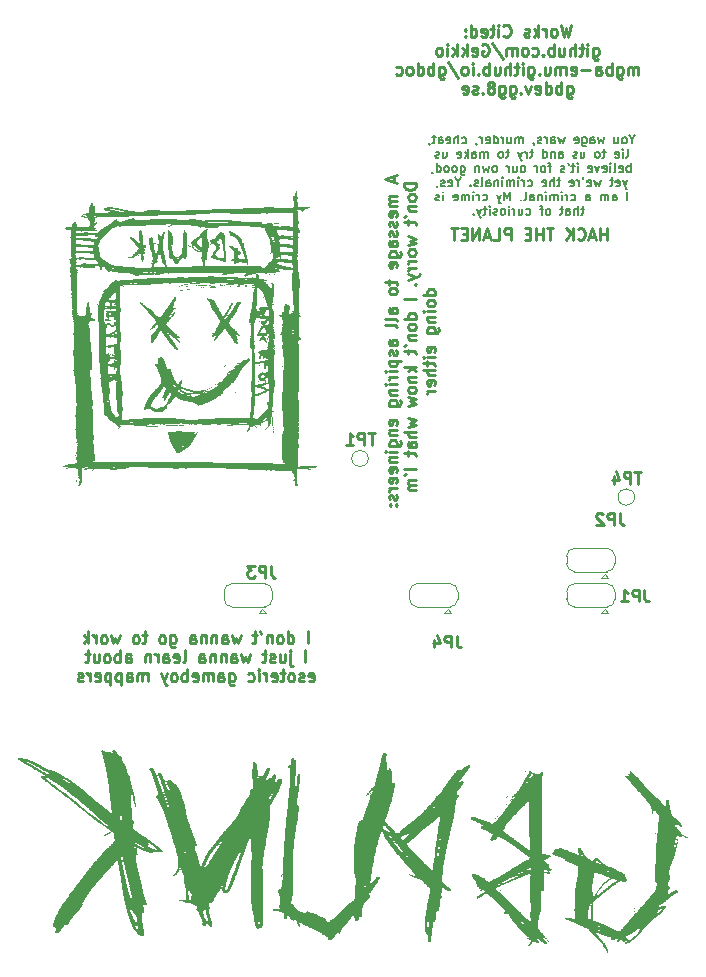
<source format=gbo>
G04 #@! TF.GenerationSoftware,KiCad,Pcbnew,6.0.11+dfsg-1~bpo11+1*
G04 #@! TF.CreationDate,2023-04-01T23:07:15-07:00*
G04 #@! TF.ProjectId,gbpunk,67627075-6e6b-42e6-9b69-6361645f7063,v4.0*
G04 #@! TF.SameCoordinates,Original*
G04 #@! TF.FileFunction,Legend,Bot*
G04 #@! TF.FilePolarity,Positive*
%FSLAX46Y46*%
G04 Gerber Fmt 4.6, Leading zero omitted, Abs format (unit mm)*
G04 Created by KiCad (PCBNEW 6.0.11+dfsg-1~bpo11+1) date 2023-04-01 23:07:15*
%MOMM*%
%LPD*%
G01*
G04 APERTURE LIST*
G04 Aperture macros list*
%AMFreePoly0*
4,1,22,0.550000,-0.750000,0.000000,-0.750000,0.000000,-0.745033,-0.079941,-0.743568,-0.215256,-0.701293,-0.333266,-0.622738,-0.424486,-0.514219,-0.481581,-0.384460,-0.499164,-0.250000,-0.500000,-0.250000,-0.500000,0.250000,-0.499164,0.250000,-0.499963,0.256109,-0.478152,0.396186,-0.417904,0.524511,-0.324060,0.630769,-0.204165,0.706417,-0.067858,0.745374,0.000000,0.744959,0.000000,0.750000,
0.550000,0.750000,0.550000,-0.750000,0.550000,-0.750000,$1*%
%AMFreePoly1*
4,1,20,0.000000,0.744959,0.073905,0.744508,0.209726,0.703889,0.328688,0.626782,0.421226,0.519385,0.479903,0.390333,0.500000,0.250000,0.500000,-0.250000,0.499851,-0.262216,0.476331,-0.402017,0.414519,-0.529596,0.319384,-0.634700,0.198574,-0.708877,0.061801,-0.746166,0.000000,-0.745033,0.000000,-0.750000,-0.550000,-0.750000,-0.550000,0.750000,0.000000,0.750000,0.000000,0.744959,
0.000000,0.744959,$1*%
G04 Aperture macros list end*
%ADD10C,0.250000*%
%ADD11C,0.187500*%
%ADD12C,0.120000*%
%ADD13C,7.200000*%
%ADD14C,2.300000*%
%ADD15C,1.500000*%
%ADD16C,0.650000*%
%ADD17O,1.000000X2.100000*%
%ADD18O,1.000000X1.600000*%
%ADD19R,1.700000X1.700000*%
%ADD20O,1.700000X1.700000*%
%ADD21FreePoly0,180.000000*%
%ADD22R,1.000000X1.500000*%
%ADD23FreePoly1,180.000000*%
%ADD24C,1.000000*%
G04 APERTURE END LIST*
D10*
X118315809Y-39709380D02*
X118077714Y-40709380D01*
X117887238Y-39995095D01*
X117696761Y-40709380D01*
X117458666Y-39709380D01*
X116934857Y-40709380D02*
X117030095Y-40661761D01*
X117077714Y-40614142D01*
X117125333Y-40518904D01*
X117125333Y-40233190D01*
X117077714Y-40137952D01*
X117030095Y-40090333D01*
X116934857Y-40042714D01*
X116792000Y-40042714D01*
X116696761Y-40090333D01*
X116649142Y-40137952D01*
X116601523Y-40233190D01*
X116601523Y-40518904D01*
X116649142Y-40614142D01*
X116696761Y-40661761D01*
X116792000Y-40709380D01*
X116934857Y-40709380D01*
X116172952Y-40709380D02*
X116172952Y-40042714D01*
X116172952Y-40233190D02*
X116125333Y-40137952D01*
X116077714Y-40090333D01*
X115982476Y-40042714D01*
X115887238Y-40042714D01*
X115553904Y-40709380D02*
X115553904Y-39709380D01*
X115458666Y-40328428D02*
X115172952Y-40709380D01*
X115172952Y-40042714D02*
X115553904Y-40423666D01*
X114792000Y-40661761D02*
X114696761Y-40709380D01*
X114506285Y-40709380D01*
X114411047Y-40661761D01*
X114363428Y-40566523D01*
X114363428Y-40518904D01*
X114411047Y-40423666D01*
X114506285Y-40376047D01*
X114649142Y-40376047D01*
X114744380Y-40328428D01*
X114792000Y-40233190D01*
X114792000Y-40185571D01*
X114744380Y-40090333D01*
X114649142Y-40042714D01*
X114506285Y-40042714D01*
X114411047Y-40090333D01*
X112601523Y-40614142D02*
X112649142Y-40661761D01*
X112792000Y-40709380D01*
X112887238Y-40709380D01*
X113030095Y-40661761D01*
X113125333Y-40566523D01*
X113172952Y-40471285D01*
X113220571Y-40280809D01*
X113220571Y-40137952D01*
X113172952Y-39947476D01*
X113125333Y-39852238D01*
X113030095Y-39757000D01*
X112887238Y-39709380D01*
X112792000Y-39709380D01*
X112649142Y-39757000D01*
X112601523Y-39804619D01*
X112172952Y-40709380D02*
X112172952Y-40042714D01*
X112172952Y-39709380D02*
X112220571Y-39757000D01*
X112172952Y-39804619D01*
X112125333Y-39757000D01*
X112172952Y-39709380D01*
X112172952Y-39804619D01*
X111839619Y-40042714D02*
X111458666Y-40042714D01*
X111696761Y-39709380D02*
X111696761Y-40566523D01*
X111649142Y-40661761D01*
X111553904Y-40709380D01*
X111458666Y-40709380D01*
X110744380Y-40661761D02*
X110839619Y-40709380D01*
X111030095Y-40709380D01*
X111125333Y-40661761D01*
X111172952Y-40566523D01*
X111172952Y-40185571D01*
X111125333Y-40090333D01*
X111030095Y-40042714D01*
X110839619Y-40042714D01*
X110744380Y-40090333D01*
X110696761Y-40185571D01*
X110696761Y-40280809D01*
X111172952Y-40376047D01*
X109839619Y-40709380D02*
X109839619Y-39709380D01*
X109839619Y-40661761D02*
X109934857Y-40709380D01*
X110125333Y-40709380D01*
X110220571Y-40661761D01*
X110268190Y-40614142D01*
X110315809Y-40518904D01*
X110315809Y-40233190D01*
X110268190Y-40137952D01*
X110220571Y-40090333D01*
X110125333Y-40042714D01*
X109934857Y-40042714D01*
X109839619Y-40090333D01*
X109363428Y-40614142D02*
X109315809Y-40661761D01*
X109363428Y-40709380D01*
X109411047Y-40661761D01*
X109363428Y-40614142D01*
X109363428Y-40709380D01*
X109363428Y-40090333D02*
X109315809Y-40137952D01*
X109363428Y-40185571D01*
X109411047Y-40137952D01*
X109363428Y-40090333D01*
X109363428Y-40185571D01*
X120196761Y-41652714D02*
X120196761Y-42462238D01*
X120244380Y-42557476D01*
X120292000Y-42605095D01*
X120387238Y-42652714D01*
X120530095Y-42652714D01*
X120625333Y-42605095D01*
X120196761Y-42271761D02*
X120292000Y-42319380D01*
X120482476Y-42319380D01*
X120577714Y-42271761D01*
X120625333Y-42224142D01*
X120672952Y-42128904D01*
X120672952Y-41843190D01*
X120625333Y-41747952D01*
X120577714Y-41700333D01*
X120482476Y-41652714D01*
X120292000Y-41652714D01*
X120196761Y-41700333D01*
X119720571Y-42319380D02*
X119720571Y-41652714D01*
X119720571Y-41319380D02*
X119768190Y-41367000D01*
X119720571Y-41414619D01*
X119672952Y-41367000D01*
X119720571Y-41319380D01*
X119720571Y-41414619D01*
X119387238Y-41652714D02*
X119006285Y-41652714D01*
X119244380Y-41319380D02*
X119244380Y-42176523D01*
X119196761Y-42271761D01*
X119101523Y-42319380D01*
X119006285Y-42319380D01*
X118672952Y-42319380D02*
X118672952Y-41319380D01*
X118244380Y-42319380D02*
X118244380Y-41795571D01*
X118292000Y-41700333D01*
X118387238Y-41652714D01*
X118530095Y-41652714D01*
X118625333Y-41700333D01*
X118672952Y-41747952D01*
X117339619Y-41652714D02*
X117339619Y-42319380D01*
X117768190Y-41652714D02*
X117768190Y-42176523D01*
X117720571Y-42271761D01*
X117625333Y-42319380D01*
X117482476Y-42319380D01*
X117387238Y-42271761D01*
X117339619Y-42224142D01*
X116863428Y-42319380D02*
X116863428Y-41319380D01*
X116863428Y-41700333D02*
X116768190Y-41652714D01*
X116577714Y-41652714D01*
X116482476Y-41700333D01*
X116434857Y-41747952D01*
X116387238Y-41843190D01*
X116387238Y-42128904D01*
X116434857Y-42224142D01*
X116482476Y-42271761D01*
X116577714Y-42319380D01*
X116768190Y-42319380D01*
X116863428Y-42271761D01*
X115958666Y-42224142D02*
X115911047Y-42271761D01*
X115958666Y-42319380D01*
X116006285Y-42271761D01*
X115958666Y-42224142D01*
X115958666Y-42319380D01*
X115053904Y-42271761D02*
X115149142Y-42319380D01*
X115339619Y-42319380D01*
X115434857Y-42271761D01*
X115482476Y-42224142D01*
X115530095Y-42128904D01*
X115530095Y-41843190D01*
X115482476Y-41747952D01*
X115434857Y-41700333D01*
X115339619Y-41652714D01*
X115149142Y-41652714D01*
X115053904Y-41700333D01*
X114482476Y-42319380D02*
X114577714Y-42271761D01*
X114625333Y-42224142D01*
X114672952Y-42128904D01*
X114672952Y-41843190D01*
X114625333Y-41747952D01*
X114577714Y-41700333D01*
X114482476Y-41652714D01*
X114339619Y-41652714D01*
X114244380Y-41700333D01*
X114196761Y-41747952D01*
X114149142Y-41843190D01*
X114149142Y-42128904D01*
X114196761Y-42224142D01*
X114244380Y-42271761D01*
X114339619Y-42319380D01*
X114482476Y-42319380D01*
X113720571Y-42319380D02*
X113720571Y-41652714D01*
X113720571Y-41747952D02*
X113672952Y-41700333D01*
X113577714Y-41652714D01*
X113434857Y-41652714D01*
X113339619Y-41700333D01*
X113292000Y-41795571D01*
X113292000Y-42319380D01*
X113292000Y-41795571D02*
X113244380Y-41700333D01*
X113149142Y-41652714D01*
X113006285Y-41652714D01*
X112911047Y-41700333D01*
X112863428Y-41795571D01*
X112863428Y-42319380D01*
X111672952Y-41271761D02*
X112530095Y-42557476D01*
X110815809Y-41367000D02*
X110911047Y-41319380D01*
X111053904Y-41319380D01*
X111196761Y-41367000D01*
X111292000Y-41462238D01*
X111339619Y-41557476D01*
X111387238Y-41747952D01*
X111387238Y-41890809D01*
X111339619Y-42081285D01*
X111292000Y-42176523D01*
X111196761Y-42271761D01*
X111053904Y-42319380D01*
X110958666Y-42319380D01*
X110815809Y-42271761D01*
X110768190Y-42224142D01*
X110768190Y-41890809D01*
X110958666Y-41890809D01*
X109958666Y-42271761D02*
X110053904Y-42319380D01*
X110244380Y-42319380D01*
X110339619Y-42271761D01*
X110387238Y-42176523D01*
X110387238Y-41795571D01*
X110339619Y-41700333D01*
X110244380Y-41652714D01*
X110053904Y-41652714D01*
X109958666Y-41700333D01*
X109911047Y-41795571D01*
X109911047Y-41890809D01*
X110387238Y-41986047D01*
X109482476Y-42319380D02*
X109482476Y-41319380D01*
X109387238Y-41938428D02*
X109101523Y-42319380D01*
X109101523Y-41652714D02*
X109482476Y-42033666D01*
X108672952Y-42319380D02*
X108672952Y-41319380D01*
X108577714Y-41938428D02*
X108292000Y-42319380D01*
X108292000Y-41652714D02*
X108672952Y-42033666D01*
X107863428Y-42319380D02*
X107863428Y-41652714D01*
X107863428Y-41319380D02*
X107911047Y-41367000D01*
X107863428Y-41414619D01*
X107815809Y-41367000D01*
X107863428Y-41319380D01*
X107863428Y-41414619D01*
X107244380Y-42319380D02*
X107339619Y-42271761D01*
X107387238Y-42224142D01*
X107434857Y-42128904D01*
X107434857Y-41843190D01*
X107387238Y-41747952D01*
X107339619Y-41700333D01*
X107244380Y-41652714D01*
X107101523Y-41652714D01*
X107006285Y-41700333D01*
X106958666Y-41747952D01*
X106911047Y-41843190D01*
X106911047Y-42128904D01*
X106958666Y-42224142D01*
X107006285Y-42271761D01*
X107101523Y-42319380D01*
X107244380Y-42319380D01*
X124006285Y-43929380D02*
X124006285Y-43262714D01*
X124006285Y-43357952D02*
X123958666Y-43310333D01*
X123863428Y-43262714D01*
X123720571Y-43262714D01*
X123625333Y-43310333D01*
X123577714Y-43405571D01*
X123577714Y-43929380D01*
X123577714Y-43405571D02*
X123530095Y-43310333D01*
X123434857Y-43262714D01*
X123292000Y-43262714D01*
X123196761Y-43310333D01*
X123149142Y-43405571D01*
X123149142Y-43929380D01*
X122244380Y-43262714D02*
X122244380Y-44072238D01*
X122292000Y-44167476D01*
X122339619Y-44215095D01*
X122434857Y-44262714D01*
X122577714Y-44262714D01*
X122672952Y-44215095D01*
X122244380Y-43881761D02*
X122339619Y-43929380D01*
X122530095Y-43929380D01*
X122625333Y-43881761D01*
X122672952Y-43834142D01*
X122720571Y-43738904D01*
X122720571Y-43453190D01*
X122672952Y-43357952D01*
X122625333Y-43310333D01*
X122530095Y-43262714D01*
X122339619Y-43262714D01*
X122244380Y-43310333D01*
X121768190Y-43929380D02*
X121768190Y-42929380D01*
X121768190Y-43310333D02*
X121672952Y-43262714D01*
X121482476Y-43262714D01*
X121387238Y-43310333D01*
X121339619Y-43357952D01*
X121292000Y-43453190D01*
X121292000Y-43738904D01*
X121339619Y-43834142D01*
X121387238Y-43881761D01*
X121482476Y-43929380D01*
X121672952Y-43929380D01*
X121768190Y-43881761D01*
X120434857Y-43929380D02*
X120434857Y-43405571D01*
X120482476Y-43310333D01*
X120577714Y-43262714D01*
X120768190Y-43262714D01*
X120863428Y-43310333D01*
X120434857Y-43881761D02*
X120530095Y-43929380D01*
X120768190Y-43929380D01*
X120863428Y-43881761D01*
X120911047Y-43786523D01*
X120911047Y-43691285D01*
X120863428Y-43596047D01*
X120768190Y-43548428D01*
X120530095Y-43548428D01*
X120434857Y-43500809D01*
X119958666Y-43548428D02*
X119196761Y-43548428D01*
X118339619Y-43881761D02*
X118434857Y-43929380D01*
X118625333Y-43929380D01*
X118720571Y-43881761D01*
X118768190Y-43786523D01*
X118768190Y-43405571D01*
X118720571Y-43310333D01*
X118625333Y-43262714D01*
X118434857Y-43262714D01*
X118339619Y-43310333D01*
X118292000Y-43405571D01*
X118292000Y-43500809D01*
X118768190Y-43596047D01*
X117863428Y-43929380D02*
X117863428Y-43262714D01*
X117863428Y-43357952D02*
X117815809Y-43310333D01*
X117720571Y-43262714D01*
X117577714Y-43262714D01*
X117482476Y-43310333D01*
X117434857Y-43405571D01*
X117434857Y-43929380D01*
X117434857Y-43405571D02*
X117387238Y-43310333D01*
X117292000Y-43262714D01*
X117149142Y-43262714D01*
X117053904Y-43310333D01*
X117006285Y-43405571D01*
X117006285Y-43929380D01*
X116101523Y-43262714D02*
X116101523Y-43929380D01*
X116530095Y-43262714D02*
X116530095Y-43786523D01*
X116482476Y-43881761D01*
X116387238Y-43929380D01*
X116244380Y-43929380D01*
X116149142Y-43881761D01*
X116101523Y-43834142D01*
X115625333Y-43834142D02*
X115577714Y-43881761D01*
X115625333Y-43929380D01*
X115672952Y-43881761D01*
X115625333Y-43834142D01*
X115625333Y-43929380D01*
X114720571Y-43262714D02*
X114720571Y-44072238D01*
X114768190Y-44167476D01*
X114815809Y-44215095D01*
X114911047Y-44262714D01*
X115053904Y-44262714D01*
X115149142Y-44215095D01*
X114720571Y-43881761D02*
X114815809Y-43929380D01*
X115006285Y-43929380D01*
X115101523Y-43881761D01*
X115149142Y-43834142D01*
X115196761Y-43738904D01*
X115196761Y-43453190D01*
X115149142Y-43357952D01*
X115101523Y-43310333D01*
X115006285Y-43262714D01*
X114815809Y-43262714D01*
X114720571Y-43310333D01*
X114244380Y-43929380D02*
X114244380Y-43262714D01*
X114244380Y-42929380D02*
X114292000Y-42977000D01*
X114244380Y-43024619D01*
X114196761Y-42977000D01*
X114244380Y-42929380D01*
X114244380Y-43024619D01*
X113911047Y-43262714D02*
X113530095Y-43262714D01*
X113768190Y-42929380D02*
X113768190Y-43786523D01*
X113720571Y-43881761D01*
X113625333Y-43929380D01*
X113530095Y-43929380D01*
X113196761Y-43929380D02*
X113196761Y-42929380D01*
X112768190Y-43929380D02*
X112768190Y-43405571D01*
X112815809Y-43310333D01*
X112911047Y-43262714D01*
X113053904Y-43262714D01*
X113149142Y-43310333D01*
X113196761Y-43357952D01*
X111863428Y-43262714D02*
X111863428Y-43929380D01*
X112292000Y-43262714D02*
X112292000Y-43786523D01*
X112244380Y-43881761D01*
X112149142Y-43929380D01*
X112006285Y-43929380D01*
X111911047Y-43881761D01*
X111863428Y-43834142D01*
X111387238Y-43929380D02*
X111387238Y-42929380D01*
X111387238Y-43310333D02*
X111292000Y-43262714D01*
X111101523Y-43262714D01*
X111006285Y-43310333D01*
X110958666Y-43357952D01*
X110911047Y-43453190D01*
X110911047Y-43738904D01*
X110958666Y-43834142D01*
X111006285Y-43881761D01*
X111101523Y-43929380D01*
X111292000Y-43929380D01*
X111387238Y-43881761D01*
X110482476Y-43834142D02*
X110434857Y-43881761D01*
X110482476Y-43929380D01*
X110530095Y-43881761D01*
X110482476Y-43834142D01*
X110482476Y-43929380D01*
X110006285Y-43929380D02*
X110006285Y-43262714D01*
X110006285Y-42929380D02*
X110053904Y-42977000D01*
X110006285Y-43024619D01*
X109958666Y-42977000D01*
X110006285Y-42929380D01*
X110006285Y-43024619D01*
X109387238Y-43929380D02*
X109482476Y-43881761D01*
X109530095Y-43834142D01*
X109577714Y-43738904D01*
X109577714Y-43453190D01*
X109530095Y-43357952D01*
X109482476Y-43310333D01*
X109387238Y-43262714D01*
X109244380Y-43262714D01*
X109149142Y-43310333D01*
X109101523Y-43357952D01*
X109053904Y-43453190D01*
X109053904Y-43738904D01*
X109101523Y-43834142D01*
X109149142Y-43881761D01*
X109244380Y-43929380D01*
X109387238Y-43929380D01*
X107911047Y-42881761D02*
X108768190Y-44167476D01*
X107149142Y-43262714D02*
X107149142Y-44072238D01*
X107196761Y-44167476D01*
X107244380Y-44215095D01*
X107339619Y-44262714D01*
X107482476Y-44262714D01*
X107577714Y-44215095D01*
X107149142Y-43881761D02*
X107244380Y-43929380D01*
X107434857Y-43929380D01*
X107530095Y-43881761D01*
X107577714Y-43834142D01*
X107625333Y-43738904D01*
X107625333Y-43453190D01*
X107577714Y-43357952D01*
X107530095Y-43310333D01*
X107434857Y-43262714D01*
X107244380Y-43262714D01*
X107149142Y-43310333D01*
X106672952Y-43929380D02*
X106672952Y-42929380D01*
X106672952Y-43310333D02*
X106577714Y-43262714D01*
X106387238Y-43262714D01*
X106292000Y-43310333D01*
X106244380Y-43357952D01*
X106196761Y-43453190D01*
X106196761Y-43738904D01*
X106244380Y-43834142D01*
X106292000Y-43881761D01*
X106387238Y-43929380D01*
X106577714Y-43929380D01*
X106672952Y-43881761D01*
X105339619Y-43929380D02*
X105339619Y-42929380D01*
X105339619Y-43881761D02*
X105434857Y-43929380D01*
X105625333Y-43929380D01*
X105720571Y-43881761D01*
X105768190Y-43834142D01*
X105815809Y-43738904D01*
X105815809Y-43453190D01*
X105768190Y-43357952D01*
X105720571Y-43310333D01*
X105625333Y-43262714D01*
X105434857Y-43262714D01*
X105339619Y-43310333D01*
X104720571Y-43929380D02*
X104815809Y-43881761D01*
X104863428Y-43834142D01*
X104911047Y-43738904D01*
X104911047Y-43453190D01*
X104863428Y-43357952D01*
X104815809Y-43310333D01*
X104720571Y-43262714D01*
X104577714Y-43262714D01*
X104482476Y-43310333D01*
X104434857Y-43357952D01*
X104387238Y-43453190D01*
X104387238Y-43738904D01*
X104434857Y-43834142D01*
X104482476Y-43881761D01*
X104577714Y-43929380D01*
X104720571Y-43929380D01*
X103530095Y-43881761D02*
X103625333Y-43929380D01*
X103815809Y-43929380D01*
X103911047Y-43881761D01*
X103958666Y-43834142D01*
X104006285Y-43738904D01*
X104006285Y-43453190D01*
X103958666Y-43357952D01*
X103911047Y-43310333D01*
X103815809Y-43262714D01*
X103625333Y-43262714D01*
X103530095Y-43310333D01*
X117982476Y-44872714D02*
X117982476Y-45682238D01*
X118030095Y-45777476D01*
X118077714Y-45825095D01*
X118172952Y-45872714D01*
X118315809Y-45872714D01*
X118411047Y-45825095D01*
X117982476Y-45491761D02*
X118077714Y-45539380D01*
X118268190Y-45539380D01*
X118363428Y-45491761D01*
X118411047Y-45444142D01*
X118458666Y-45348904D01*
X118458666Y-45063190D01*
X118411047Y-44967952D01*
X118363428Y-44920333D01*
X118268190Y-44872714D01*
X118077714Y-44872714D01*
X117982476Y-44920333D01*
X117506285Y-45539380D02*
X117506285Y-44539380D01*
X117506285Y-44920333D02*
X117411047Y-44872714D01*
X117220571Y-44872714D01*
X117125333Y-44920333D01*
X117077714Y-44967952D01*
X117030095Y-45063190D01*
X117030095Y-45348904D01*
X117077714Y-45444142D01*
X117125333Y-45491761D01*
X117220571Y-45539380D01*
X117411047Y-45539380D01*
X117506285Y-45491761D01*
X116172952Y-45539380D02*
X116172952Y-44539380D01*
X116172952Y-45491761D02*
X116268190Y-45539380D01*
X116458666Y-45539380D01*
X116553904Y-45491761D01*
X116601523Y-45444142D01*
X116649142Y-45348904D01*
X116649142Y-45063190D01*
X116601523Y-44967952D01*
X116553904Y-44920333D01*
X116458666Y-44872714D01*
X116268190Y-44872714D01*
X116172952Y-44920333D01*
X115315809Y-45491761D02*
X115411047Y-45539380D01*
X115601523Y-45539380D01*
X115696761Y-45491761D01*
X115744380Y-45396523D01*
X115744380Y-45015571D01*
X115696761Y-44920333D01*
X115601523Y-44872714D01*
X115411047Y-44872714D01*
X115315809Y-44920333D01*
X115268190Y-45015571D01*
X115268190Y-45110809D01*
X115744380Y-45206047D01*
X114934857Y-44872714D02*
X114696761Y-45539380D01*
X114458666Y-44872714D01*
X114077714Y-45444142D02*
X114030095Y-45491761D01*
X114077714Y-45539380D01*
X114125333Y-45491761D01*
X114077714Y-45444142D01*
X114077714Y-45539380D01*
X113172952Y-44872714D02*
X113172952Y-45682238D01*
X113220571Y-45777476D01*
X113268190Y-45825095D01*
X113363428Y-45872714D01*
X113506285Y-45872714D01*
X113601523Y-45825095D01*
X113172952Y-45491761D02*
X113268190Y-45539380D01*
X113458666Y-45539380D01*
X113553904Y-45491761D01*
X113601523Y-45444142D01*
X113649142Y-45348904D01*
X113649142Y-45063190D01*
X113601523Y-44967952D01*
X113553904Y-44920333D01*
X113458666Y-44872714D01*
X113268190Y-44872714D01*
X113172952Y-44920333D01*
X112268190Y-44872714D02*
X112268190Y-45682238D01*
X112315809Y-45777476D01*
X112363428Y-45825095D01*
X112458666Y-45872714D01*
X112601523Y-45872714D01*
X112696761Y-45825095D01*
X112268190Y-45491761D02*
X112363428Y-45539380D01*
X112553904Y-45539380D01*
X112649142Y-45491761D01*
X112696761Y-45444142D01*
X112744380Y-45348904D01*
X112744380Y-45063190D01*
X112696761Y-44967952D01*
X112649142Y-44920333D01*
X112553904Y-44872714D01*
X112363428Y-44872714D01*
X112268190Y-44920333D01*
X111649142Y-44967952D02*
X111744380Y-44920333D01*
X111792000Y-44872714D01*
X111839619Y-44777476D01*
X111839619Y-44729857D01*
X111792000Y-44634619D01*
X111744380Y-44587000D01*
X111649142Y-44539380D01*
X111458666Y-44539380D01*
X111363428Y-44587000D01*
X111315809Y-44634619D01*
X111268190Y-44729857D01*
X111268190Y-44777476D01*
X111315809Y-44872714D01*
X111363428Y-44920333D01*
X111458666Y-44967952D01*
X111649142Y-44967952D01*
X111744380Y-45015571D01*
X111792000Y-45063190D01*
X111839619Y-45158428D01*
X111839619Y-45348904D01*
X111792000Y-45444142D01*
X111744380Y-45491761D01*
X111649142Y-45539380D01*
X111458666Y-45539380D01*
X111363428Y-45491761D01*
X111315809Y-45444142D01*
X111268190Y-45348904D01*
X111268190Y-45158428D01*
X111315809Y-45063190D01*
X111363428Y-45015571D01*
X111458666Y-44967952D01*
X110839619Y-45444142D02*
X110792000Y-45491761D01*
X110839619Y-45539380D01*
X110887238Y-45491761D01*
X110839619Y-45444142D01*
X110839619Y-45539380D01*
X110411047Y-45491761D02*
X110315809Y-45539380D01*
X110125333Y-45539380D01*
X110030095Y-45491761D01*
X109982476Y-45396523D01*
X109982476Y-45348904D01*
X110030095Y-45253666D01*
X110125333Y-45206047D01*
X110268190Y-45206047D01*
X110363428Y-45158428D01*
X110411047Y-45063190D01*
X110411047Y-45015571D01*
X110363428Y-44920333D01*
X110268190Y-44872714D01*
X110125333Y-44872714D01*
X110030095Y-44920333D01*
X109172952Y-45491761D02*
X109268190Y-45539380D01*
X109458666Y-45539380D01*
X109553904Y-45491761D01*
X109601523Y-45396523D01*
X109601523Y-45015571D01*
X109553904Y-44920333D01*
X109458666Y-44872714D01*
X109268190Y-44872714D01*
X109172952Y-44920333D01*
X109125333Y-45015571D01*
X109125333Y-45110809D01*
X109601523Y-45206047D01*
D11*
X123503571Y-49383392D02*
X123503571Y-49740535D01*
X123753571Y-48990535D02*
X123503571Y-49383392D01*
X123253571Y-48990535D01*
X122896428Y-49740535D02*
X122967857Y-49704821D01*
X123003571Y-49669107D01*
X123039285Y-49597678D01*
X123039285Y-49383392D01*
X123003571Y-49311964D01*
X122967857Y-49276250D01*
X122896428Y-49240535D01*
X122789285Y-49240535D01*
X122717857Y-49276250D01*
X122682142Y-49311964D01*
X122646428Y-49383392D01*
X122646428Y-49597678D01*
X122682142Y-49669107D01*
X122717857Y-49704821D01*
X122789285Y-49740535D01*
X122896428Y-49740535D01*
X122003571Y-49240535D02*
X122003571Y-49740535D01*
X122325000Y-49240535D02*
X122325000Y-49633392D01*
X122289285Y-49704821D01*
X122217857Y-49740535D01*
X122110714Y-49740535D01*
X122039285Y-49704821D01*
X122003571Y-49669107D01*
X121146428Y-49240535D02*
X121003571Y-49740535D01*
X120860714Y-49383392D01*
X120717857Y-49740535D01*
X120575000Y-49240535D01*
X119967857Y-49740535D02*
X119967857Y-49347678D01*
X120003571Y-49276250D01*
X120075000Y-49240535D01*
X120217857Y-49240535D01*
X120289285Y-49276250D01*
X119967857Y-49704821D02*
X120039285Y-49740535D01*
X120217857Y-49740535D01*
X120289285Y-49704821D01*
X120325000Y-49633392D01*
X120325000Y-49561964D01*
X120289285Y-49490535D01*
X120217857Y-49454821D01*
X120039285Y-49454821D01*
X119967857Y-49419107D01*
X119289285Y-49240535D02*
X119289285Y-49847678D01*
X119325000Y-49919107D01*
X119360714Y-49954821D01*
X119432142Y-49990535D01*
X119539285Y-49990535D01*
X119610714Y-49954821D01*
X119289285Y-49704821D02*
X119360714Y-49740535D01*
X119503571Y-49740535D01*
X119575000Y-49704821D01*
X119610714Y-49669107D01*
X119646428Y-49597678D01*
X119646428Y-49383392D01*
X119610714Y-49311964D01*
X119575000Y-49276250D01*
X119503571Y-49240535D01*
X119360714Y-49240535D01*
X119289285Y-49276250D01*
X118646428Y-49704821D02*
X118717857Y-49740535D01*
X118860714Y-49740535D01*
X118932142Y-49704821D01*
X118967857Y-49633392D01*
X118967857Y-49347678D01*
X118932142Y-49276250D01*
X118860714Y-49240535D01*
X118717857Y-49240535D01*
X118646428Y-49276250D01*
X118610714Y-49347678D01*
X118610714Y-49419107D01*
X118967857Y-49490535D01*
X117789285Y-49240535D02*
X117646428Y-49740535D01*
X117503571Y-49383392D01*
X117360714Y-49740535D01*
X117217857Y-49240535D01*
X116610714Y-49740535D02*
X116610714Y-49347678D01*
X116646428Y-49276250D01*
X116717857Y-49240535D01*
X116860714Y-49240535D01*
X116932142Y-49276250D01*
X116610714Y-49704821D02*
X116682142Y-49740535D01*
X116860714Y-49740535D01*
X116932142Y-49704821D01*
X116967857Y-49633392D01*
X116967857Y-49561964D01*
X116932142Y-49490535D01*
X116860714Y-49454821D01*
X116682142Y-49454821D01*
X116610714Y-49419107D01*
X116253571Y-49740535D02*
X116253571Y-49240535D01*
X116253571Y-49383392D02*
X116217857Y-49311964D01*
X116182142Y-49276250D01*
X116110714Y-49240535D01*
X116039285Y-49240535D01*
X115825000Y-49704821D02*
X115753571Y-49740535D01*
X115610714Y-49740535D01*
X115539285Y-49704821D01*
X115503571Y-49633392D01*
X115503571Y-49597678D01*
X115539285Y-49526250D01*
X115610714Y-49490535D01*
X115717857Y-49490535D01*
X115789285Y-49454821D01*
X115825000Y-49383392D01*
X115825000Y-49347678D01*
X115789285Y-49276250D01*
X115717857Y-49240535D01*
X115610714Y-49240535D01*
X115539285Y-49276250D01*
X115146428Y-49704821D02*
X115146428Y-49740535D01*
X115182142Y-49811964D01*
X115217857Y-49847678D01*
X114253571Y-49740535D02*
X114253571Y-49240535D01*
X114253571Y-49311964D02*
X114217857Y-49276250D01*
X114146428Y-49240535D01*
X114039285Y-49240535D01*
X113967857Y-49276250D01*
X113932142Y-49347678D01*
X113932142Y-49740535D01*
X113932142Y-49347678D02*
X113896428Y-49276250D01*
X113825000Y-49240535D01*
X113717857Y-49240535D01*
X113646428Y-49276250D01*
X113610714Y-49347678D01*
X113610714Y-49740535D01*
X112932142Y-49240535D02*
X112932142Y-49740535D01*
X113253571Y-49240535D02*
X113253571Y-49633392D01*
X113217857Y-49704821D01*
X113146428Y-49740535D01*
X113039285Y-49740535D01*
X112967857Y-49704821D01*
X112932142Y-49669107D01*
X112575000Y-49740535D02*
X112575000Y-49240535D01*
X112575000Y-49383392D02*
X112539285Y-49311964D01*
X112503571Y-49276250D01*
X112432142Y-49240535D01*
X112360714Y-49240535D01*
X111789285Y-49740535D02*
X111789285Y-48990535D01*
X111789285Y-49704821D02*
X111860714Y-49740535D01*
X112003571Y-49740535D01*
X112075000Y-49704821D01*
X112110714Y-49669107D01*
X112146428Y-49597678D01*
X112146428Y-49383392D01*
X112110714Y-49311964D01*
X112075000Y-49276250D01*
X112003571Y-49240535D01*
X111860714Y-49240535D01*
X111789285Y-49276250D01*
X111146428Y-49704821D02*
X111217857Y-49740535D01*
X111360714Y-49740535D01*
X111432142Y-49704821D01*
X111467857Y-49633392D01*
X111467857Y-49347678D01*
X111432142Y-49276250D01*
X111360714Y-49240535D01*
X111217857Y-49240535D01*
X111146428Y-49276250D01*
X111110714Y-49347678D01*
X111110714Y-49419107D01*
X111467857Y-49490535D01*
X110789285Y-49740535D02*
X110789285Y-49240535D01*
X110789285Y-49383392D02*
X110753571Y-49311964D01*
X110717857Y-49276250D01*
X110646428Y-49240535D01*
X110575000Y-49240535D01*
X110289285Y-49704821D02*
X110289285Y-49740535D01*
X110325000Y-49811964D01*
X110360714Y-49847678D01*
X109075000Y-49704821D02*
X109146428Y-49740535D01*
X109289285Y-49740535D01*
X109360714Y-49704821D01*
X109396428Y-49669107D01*
X109432142Y-49597678D01*
X109432142Y-49383392D01*
X109396428Y-49311964D01*
X109360714Y-49276250D01*
X109289285Y-49240535D01*
X109146428Y-49240535D01*
X109075000Y-49276250D01*
X108753571Y-49740535D02*
X108753571Y-48990535D01*
X108432142Y-49740535D02*
X108432142Y-49347678D01*
X108467857Y-49276250D01*
X108539285Y-49240535D01*
X108646428Y-49240535D01*
X108717857Y-49276250D01*
X108753571Y-49311964D01*
X107789285Y-49704821D02*
X107860714Y-49740535D01*
X108003571Y-49740535D01*
X108075000Y-49704821D01*
X108110714Y-49633392D01*
X108110714Y-49347678D01*
X108075000Y-49276250D01*
X108003571Y-49240535D01*
X107860714Y-49240535D01*
X107789285Y-49276250D01*
X107753571Y-49347678D01*
X107753571Y-49419107D01*
X108110714Y-49490535D01*
X107110714Y-49740535D02*
X107110714Y-49347678D01*
X107146428Y-49276250D01*
X107217857Y-49240535D01*
X107360714Y-49240535D01*
X107432142Y-49276250D01*
X107110714Y-49704821D02*
X107182142Y-49740535D01*
X107360714Y-49740535D01*
X107432142Y-49704821D01*
X107467857Y-49633392D01*
X107467857Y-49561964D01*
X107432142Y-49490535D01*
X107360714Y-49454821D01*
X107182142Y-49454821D01*
X107110714Y-49419107D01*
X106860714Y-49240535D02*
X106575000Y-49240535D01*
X106753571Y-48990535D02*
X106753571Y-49633392D01*
X106717857Y-49704821D01*
X106646428Y-49740535D01*
X106575000Y-49740535D01*
X106289285Y-49704821D02*
X106289285Y-49740535D01*
X106325000Y-49811964D01*
X106360714Y-49847678D01*
X123003571Y-50948035D02*
X123075000Y-50912321D01*
X123110714Y-50840892D01*
X123110714Y-50198035D01*
X122717857Y-50948035D02*
X122717857Y-50448035D01*
X122717857Y-50198035D02*
X122753571Y-50233750D01*
X122717857Y-50269464D01*
X122682142Y-50233750D01*
X122717857Y-50198035D01*
X122717857Y-50269464D01*
X122075000Y-50912321D02*
X122146428Y-50948035D01*
X122289285Y-50948035D01*
X122360714Y-50912321D01*
X122396428Y-50840892D01*
X122396428Y-50555178D01*
X122360714Y-50483750D01*
X122289285Y-50448035D01*
X122146428Y-50448035D01*
X122075000Y-50483750D01*
X122039285Y-50555178D01*
X122039285Y-50626607D01*
X122396428Y-50698035D01*
X121253571Y-50448035D02*
X120967857Y-50448035D01*
X121146428Y-50198035D02*
X121146428Y-50840892D01*
X121110714Y-50912321D01*
X121039285Y-50948035D01*
X120967857Y-50948035D01*
X120610714Y-50948035D02*
X120682142Y-50912321D01*
X120717857Y-50876607D01*
X120753571Y-50805178D01*
X120753571Y-50590892D01*
X120717857Y-50519464D01*
X120682142Y-50483750D01*
X120610714Y-50448035D01*
X120503571Y-50448035D01*
X120432142Y-50483750D01*
X120396428Y-50519464D01*
X120360714Y-50590892D01*
X120360714Y-50805178D01*
X120396428Y-50876607D01*
X120432142Y-50912321D01*
X120503571Y-50948035D01*
X120610714Y-50948035D01*
X119146428Y-50448035D02*
X119146428Y-50948035D01*
X119467857Y-50448035D02*
X119467857Y-50840892D01*
X119432142Y-50912321D01*
X119360714Y-50948035D01*
X119253571Y-50948035D01*
X119182142Y-50912321D01*
X119146428Y-50876607D01*
X118825000Y-50912321D02*
X118753571Y-50948035D01*
X118610714Y-50948035D01*
X118539285Y-50912321D01*
X118503571Y-50840892D01*
X118503571Y-50805178D01*
X118539285Y-50733750D01*
X118610714Y-50698035D01*
X118717857Y-50698035D01*
X118789285Y-50662321D01*
X118825000Y-50590892D01*
X118825000Y-50555178D01*
X118789285Y-50483750D01*
X118717857Y-50448035D01*
X118610714Y-50448035D01*
X118539285Y-50483750D01*
X117289285Y-50948035D02*
X117289285Y-50555178D01*
X117325000Y-50483750D01*
X117396428Y-50448035D01*
X117539285Y-50448035D01*
X117610714Y-50483750D01*
X117289285Y-50912321D02*
X117360714Y-50948035D01*
X117539285Y-50948035D01*
X117610714Y-50912321D01*
X117646428Y-50840892D01*
X117646428Y-50769464D01*
X117610714Y-50698035D01*
X117539285Y-50662321D01*
X117360714Y-50662321D01*
X117289285Y-50626607D01*
X116932142Y-50448035D02*
X116932142Y-50948035D01*
X116932142Y-50519464D02*
X116896428Y-50483750D01*
X116825000Y-50448035D01*
X116717857Y-50448035D01*
X116646428Y-50483750D01*
X116610714Y-50555178D01*
X116610714Y-50948035D01*
X115932142Y-50948035D02*
X115932142Y-50198035D01*
X115932142Y-50912321D02*
X116003571Y-50948035D01*
X116146428Y-50948035D01*
X116217857Y-50912321D01*
X116253571Y-50876607D01*
X116289285Y-50805178D01*
X116289285Y-50590892D01*
X116253571Y-50519464D01*
X116217857Y-50483750D01*
X116146428Y-50448035D01*
X116003571Y-50448035D01*
X115932142Y-50483750D01*
X115110714Y-50448035D02*
X114825000Y-50448035D01*
X115003571Y-50198035D02*
X115003571Y-50840892D01*
X114967857Y-50912321D01*
X114896428Y-50948035D01*
X114825000Y-50948035D01*
X114575000Y-50948035D02*
X114575000Y-50448035D01*
X114575000Y-50590892D02*
X114539285Y-50519464D01*
X114503571Y-50483750D01*
X114432142Y-50448035D01*
X114360714Y-50448035D01*
X114182142Y-50448035D02*
X114003571Y-50948035D01*
X113825000Y-50448035D02*
X114003571Y-50948035D01*
X114075000Y-51126607D01*
X114110714Y-51162321D01*
X114182142Y-51198035D01*
X113075000Y-50448035D02*
X112789285Y-50448035D01*
X112967857Y-50198035D02*
X112967857Y-50840892D01*
X112932142Y-50912321D01*
X112860714Y-50948035D01*
X112789285Y-50948035D01*
X112432142Y-50948035D02*
X112503571Y-50912321D01*
X112539285Y-50876607D01*
X112575000Y-50805178D01*
X112575000Y-50590892D01*
X112539285Y-50519464D01*
X112503571Y-50483750D01*
X112432142Y-50448035D01*
X112325000Y-50448035D01*
X112253571Y-50483750D01*
X112217857Y-50519464D01*
X112182142Y-50590892D01*
X112182142Y-50805178D01*
X112217857Y-50876607D01*
X112253571Y-50912321D01*
X112325000Y-50948035D01*
X112432142Y-50948035D01*
X111289285Y-50948035D02*
X111289285Y-50448035D01*
X111289285Y-50519464D02*
X111253571Y-50483750D01*
X111182142Y-50448035D01*
X111075000Y-50448035D01*
X111003571Y-50483750D01*
X110967857Y-50555178D01*
X110967857Y-50948035D01*
X110967857Y-50555178D02*
X110932142Y-50483750D01*
X110860714Y-50448035D01*
X110753571Y-50448035D01*
X110682142Y-50483750D01*
X110646428Y-50555178D01*
X110646428Y-50948035D01*
X109967857Y-50948035D02*
X109967857Y-50555178D01*
X110003571Y-50483750D01*
X110075000Y-50448035D01*
X110217857Y-50448035D01*
X110289285Y-50483750D01*
X109967857Y-50912321D02*
X110039285Y-50948035D01*
X110217857Y-50948035D01*
X110289285Y-50912321D01*
X110325000Y-50840892D01*
X110325000Y-50769464D01*
X110289285Y-50698035D01*
X110217857Y-50662321D01*
X110039285Y-50662321D01*
X109967857Y-50626607D01*
X109610714Y-50948035D02*
X109610714Y-50198035D01*
X109539285Y-50662321D02*
X109325000Y-50948035D01*
X109325000Y-50448035D02*
X109610714Y-50733750D01*
X108717857Y-50912321D02*
X108789285Y-50948035D01*
X108932142Y-50948035D01*
X109003571Y-50912321D01*
X109039285Y-50840892D01*
X109039285Y-50555178D01*
X109003571Y-50483750D01*
X108932142Y-50448035D01*
X108789285Y-50448035D01*
X108717857Y-50483750D01*
X108682142Y-50555178D01*
X108682142Y-50626607D01*
X109039285Y-50698035D01*
X107467857Y-50448035D02*
X107467857Y-50948035D01*
X107789285Y-50448035D02*
X107789285Y-50840892D01*
X107753571Y-50912321D01*
X107682142Y-50948035D01*
X107575000Y-50948035D01*
X107503571Y-50912321D01*
X107467857Y-50876607D01*
X107146428Y-50912321D02*
X107075000Y-50948035D01*
X106932142Y-50948035D01*
X106860714Y-50912321D01*
X106825000Y-50840892D01*
X106825000Y-50805178D01*
X106860714Y-50733750D01*
X106932142Y-50698035D01*
X107039285Y-50698035D01*
X107110714Y-50662321D01*
X107146428Y-50590892D01*
X107146428Y-50555178D01*
X107110714Y-50483750D01*
X107039285Y-50448035D01*
X106932142Y-50448035D01*
X106860714Y-50483750D01*
X123378571Y-52155535D02*
X123378571Y-51405535D01*
X123378571Y-51691250D02*
X123307142Y-51655535D01*
X123164285Y-51655535D01*
X123092857Y-51691250D01*
X123057142Y-51726964D01*
X123021428Y-51798392D01*
X123021428Y-52012678D01*
X123057142Y-52084107D01*
X123092857Y-52119821D01*
X123164285Y-52155535D01*
X123307142Y-52155535D01*
X123378571Y-52119821D01*
X122414285Y-52119821D02*
X122485714Y-52155535D01*
X122628571Y-52155535D01*
X122700000Y-52119821D01*
X122735714Y-52048392D01*
X122735714Y-51762678D01*
X122700000Y-51691250D01*
X122628571Y-51655535D01*
X122485714Y-51655535D01*
X122414285Y-51691250D01*
X122378571Y-51762678D01*
X122378571Y-51834107D01*
X122735714Y-51905535D01*
X121950000Y-52155535D02*
X122021428Y-52119821D01*
X122057142Y-52048392D01*
X122057142Y-51405535D01*
X121664285Y-52155535D02*
X121664285Y-51655535D01*
X121664285Y-51405535D02*
X121699999Y-51441250D01*
X121664285Y-51476964D01*
X121628571Y-51441250D01*
X121664285Y-51405535D01*
X121664285Y-51476964D01*
X121021428Y-52119821D02*
X121092857Y-52155535D01*
X121235714Y-52155535D01*
X121307142Y-52119821D01*
X121342857Y-52048392D01*
X121342857Y-51762678D01*
X121307142Y-51691250D01*
X121235714Y-51655535D01*
X121092857Y-51655535D01*
X121021428Y-51691250D01*
X120985714Y-51762678D01*
X120985714Y-51834107D01*
X121342857Y-51905535D01*
X120735714Y-51655535D02*
X120557142Y-52155535D01*
X120378571Y-51655535D01*
X119807142Y-52119821D02*
X119878571Y-52155535D01*
X120021428Y-52155535D01*
X120092857Y-52119821D01*
X120128571Y-52048392D01*
X120128571Y-51762678D01*
X120092857Y-51691250D01*
X120021428Y-51655535D01*
X119878571Y-51655535D01*
X119807142Y-51691250D01*
X119771428Y-51762678D01*
X119771428Y-51834107D01*
X120128571Y-51905535D01*
X118878571Y-52155535D02*
X118878571Y-51655535D01*
X118878571Y-51405535D02*
X118914285Y-51441250D01*
X118878571Y-51476964D01*
X118842857Y-51441250D01*
X118878571Y-51405535D01*
X118878571Y-51476964D01*
X118628571Y-51655535D02*
X118342857Y-51655535D01*
X118521428Y-51405535D02*
X118521428Y-52048392D01*
X118485714Y-52119821D01*
X118414285Y-52155535D01*
X118342857Y-52155535D01*
X118057142Y-51405535D02*
X118128571Y-51548392D01*
X117771428Y-52119821D02*
X117700000Y-52155535D01*
X117557142Y-52155535D01*
X117485714Y-52119821D01*
X117450000Y-52048392D01*
X117450000Y-52012678D01*
X117485714Y-51941250D01*
X117557142Y-51905535D01*
X117664285Y-51905535D01*
X117735714Y-51869821D01*
X117771428Y-51798392D01*
X117771428Y-51762678D01*
X117735714Y-51691250D01*
X117664285Y-51655535D01*
X117557142Y-51655535D01*
X117485714Y-51691250D01*
X116664285Y-51655535D02*
X116378571Y-51655535D01*
X116557142Y-52155535D02*
X116557142Y-51512678D01*
X116521428Y-51441250D01*
X116450000Y-51405535D01*
X116378571Y-51405535D01*
X116021428Y-52155535D02*
X116092857Y-52119821D01*
X116128571Y-52084107D01*
X116164285Y-52012678D01*
X116164285Y-51798392D01*
X116128571Y-51726964D01*
X116092857Y-51691250D01*
X116021428Y-51655535D01*
X115914285Y-51655535D01*
X115842857Y-51691250D01*
X115807142Y-51726964D01*
X115771428Y-51798392D01*
X115771428Y-52012678D01*
X115807142Y-52084107D01*
X115842857Y-52119821D01*
X115914285Y-52155535D01*
X116021428Y-52155535D01*
X115450000Y-52155535D02*
X115450000Y-51655535D01*
X115450000Y-51798392D02*
X115414285Y-51726964D01*
X115378571Y-51691250D01*
X115307142Y-51655535D01*
X115235714Y-51655535D01*
X114307142Y-52155535D02*
X114378571Y-52119821D01*
X114414285Y-52084107D01*
X114450000Y-52012678D01*
X114450000Y-51798392D01*
X114414285Y-51726964D01*
X114378571Y-51691250D01*
X114307142Y-51655535D01*
X114200000Y-51655535D01*
X114128571Y-51691250D01*
X114092857Y-51726964D01*
X114057142Y-51798392D01*
X114057142Y-52012678D01*
X114092857Y-52084107D01*
X114128571Y-52119821D01*
X114200000Y-52155535D01*
X114307142Y-52155535D01*
X113414285Y-51655535D02*
X113414285Y-52155535D01*
X113735714Y-51655535D02*
X113735714Y-52048392D01*
X113700000Y-52119821D01*
X113628571Y-52155535D01*
X113521428Y-52155535D01*
X113450000Y-52119821D01*
X113414285Y-52084107D01*
X113057142Y-52155535D02*
X113057142Y-51655535D01*
X113057142Y-51798392D02*
X113021428Y-51726964D01*
X112985714Y-51691250D01*
X112914285Y-51655535D01*
X112842857Y-51655535D01*
X111914285Y-52155535D02*
X111985714Y-52119821D01*
X112021428Y-52084107D01*
X112057142Y-52012678D01*
X112057142Y-51798392D01*
X112021428Y-51726964D01*
X111985714Y-51691250D01*
X111914285Y-51655535D01*
X111807142Y-51655535D01*
X111735714Y-51691250D01*
X111700000Y-51726964D01*
X111664285Y-51798392D01*
X111664285Y-52012678D01*
X111700000Y-52084107D01*
X111735714Y-52119821D01*
X111807142Y-52155535D01*
X111914285Y-52155535D01*
X111414285Y-51655535D02*
X111271428Y-52155535D01*
X111128571Y-51798392D01*
X110985714Y-52155535D01*
X110842857Y-51655535D01*
X110557142Y-51655535D02*
X110557142Y-52155535D01*
X110557142Y-51726964D02*
X110521428Y-51691250D01*
X110450000Y-51655535D01*
X110342857Y-51655535D01*
X110271428Y-51691250D01*
X110235714Y-51762678D01*
X110235714Y-52155535D01*
X108985714Y-51655535D02*
X108985714Y-52262678D01*
X109021428Y-52334107D01*
X109057142Y-52369821D01*
X109128571Y-52405535D01*
X109235714Y-52405535D01*
X109307142Y-52369821D01*
X108985714Y-52119821D02*
X109057142Y-52155535D01*
X109200000Y-52155535D01*
X109271428Y-52119821D01*
X109307142Y-52084107D01*
X109342857Y-52012678D01*
X109342857Y-51798392D01*
X109307142Y-51726964D01*
X109271428Y-51691250D01*
X109200000Y-51655535D01*
X109057142Y-51655535D01*
X108985714Y-51691250D01*
X108521428Y-52155535D02*
X108592857Y-52119821D01*
X108628571Y-52084107D01*
X108664285Y-52012678D01*
X108664285Y-51798392D01*
X108628571Y-51726964D01*
X108592857Y-51691250D01*
X108521428Y-51655535D01*
X108414285Y-51655535D01*
X108342857Y-51691250D01*
X108307142Y-51726964D01*
X108271428Y-51798392D01*
X108271428Y-52012678D01*
X108307142Y-52084107D01*
X108342857Y-52119821D01*
X108414285Y-52155535D01*
X108521428Y-52155535D01*
X107842857Y-52155535D02*
X107914285Y-52119821D01*
X107950000Y-52084107D01*
X107985714Y-52012678D01*
X107985714Y-51798392D01*
X107950000Y-51726964D01*
X107914285Y-51691250D01*
X107842857Y-51655535D01*
X107735714Y-51655535D01*
X107664285Y-51691250D01*
X107628571Y-51726964D01*
X107592857Y-51798392D01*
X107592857Y-52012678D01*
X107628571Y-52084107D01*
X107664285Y-52119821D01*
X107735714Y-52155535D01*
X107842857Y-52155535D01*
X106950000Y-52155535D02*
X106950000Y-51405535D01*
X106950000Y-52119821D02*
X107021428Y-52155535D01*
X107164285Y-52155535D01*
X107235714Y-52119821D01*
X107271428Y-52084107D01*
X107307142Y-52012678D01*
X107307142Y-51798392D01*
X107271428Y-51726964D01*
X107235714Y-51691250D01*
X107164285Y-51655535D01*
X107021428Y-51655535D01*
X106950000Y-51691250D01*
X106557142Y-52119821D02*
X106557142Y-52155535D01*
X106592857Y-52226964D01*
X106628571Y-52262678D01*
X123057142Y-52863035D02*
X122878571Y-53363035D01*
X122700000Y-52863035D02*
X122878571Y-53363035D01*
X122950000Y-53541607D01*
X122985714Y-53577321D01*
X123057142Y-53613035D01*
X122128571Y-53327321D02*
X122200000Y-53363035D01*
X122342857Y-53363035D01*
X122414285Y-53327321D01*
X122450000Y-53255892D01*
X122450000Y-52970178D01*
X122414285Y-52898750D01*
X122342857Y-52863035D01*
X122200000Y-52863035D01*
X122128571Y-52898750D01*
X122092857Y-52970178D01*
X122092857Y-53041607D01*
X122450000Y-53113035D01*
X121878571Y-52863035D02*
X121592857Y-52863035D01*
X121771428Y-52613035D02*
X121771428Y-53255892D01*
X121735714Y-53327321D01*
X121664285Y-53363035D01*
X121592857Y-53363035D01*
X120842857Y-52863035D02*
X120700000Y-53363035D01*
X120557142Y-53005892D01*
X120414285Y-53363035D01*
X120271428Y-52863035D01*
X119700000Y-53327321D02*
X119771428Y-53363035D01*
X119914285Y-53363035D01*
X119985714Y-53327321D01*
X120021428Y-53255892D01*
X120021428Y-52970178D01*
X119985714Y-52898750D01*
X119914285Y-52863035D01*
X119771428Y-52863035D01*
X119700000Y-52898750D01*
X119664285Y-52970178D01*
X119664285Y-53041607D01*
X120021428Y-53113035D01*
X119307142Y-52613035D02*
X119378571Y-52755892D01*
X118985714Y-53363035D02*
X118985714Y-52863035D01*
X118985714Y-53005892D02*
X118950000Y-52934464D01*
X118914285Y-52898750D01*
X118842857Y-52863035D01*
X118771428Y-52863035D01*
X118235714Y-53327321D02*
X118307142Y-53363035D01*
X118450000Y-53363035D01*
X118521428Y-53327321D01*
X118557142Y-53255892D01*
X118557142Y-52970178D01*
X118521428Y-52898750D01*
X118450000Y-52863035D01*
X118307142Y-52863035D01*
X118235714Y-52898750D01*
X118200000Y-52970178D01*
X118200000Y-53041607D01*
X118557142Y-53113035D01*
X117414285Y-52863035D02*
X117128571Y-52863035D01*
X117307142Y-52613035D02*
X117307142Y-53255892D01*
X117271428Y-53327321D01*
X117200000Y-53363035D01*
X117128571Y-53363035D01*
X116878571Y-53363035D02*
X116878571Y-52613035D01*
X116557142Y-53363035D02*
X116557142Y-52970178D01*
X116592857Y-52898750D01*
X116664285Y-52863035D01*
X116771428Y-52863035D01*
X116842857Y-52898750D01*
X116878571Y-52934464D01*
X115914285Y-53327321D02*
X115985714Y-53363035D01*
X116128571Y-53363035D01*
X116200000Y-53327321D01*
X116235714Y-53255892D01*
X116235714Y-52970178D01*
X116200000Y-52898750D01*
X116128571Y-52863035D01*
X115985714Y-52863035D01*
X115914285Y-52898750D01*
X115878571Y-52970178D01*
X115878571Y-53041607D01*
X116235714Y-53113035D01*
X114664285Y-53327321D02*
X114735714Y-53363035D01*
X114878571Y-53363035D01*
X114950000Y-53327321D01*
X114985714Y-53291607D01*
X115021428Y-53220178D01*
X115021428Y-53005892D01*
X114985714Y-52934464D01*
X114950000Y-52898750D01*
X114878571Y-52863035D01*
X114735714Y-52863035D01*
X114664285Y-52898750D01*
X114342857Y-53363035D02*
X114342857Y-52863035D01*
X114342857Y-53005892D02*
X114307142Y-52934464D01*
X114271428Y-52898750D01*
X114200000Y-52863035D01*
X114128571Y-52863035D01*
X113878571Y-53363035D02*
X113878571Y-52863035D01*
X113878571Y-52613035D02*
X113914285Y-52648750D01*
X113878571Y-52684464D01*
X113842857Y-52648750D01*
X113878571Y-52613035D01*
X113878571Y-52684464D01*
X113521428Y-53363035D02*
X113521428Y-52863035D01*
X113521428Y-52934464D02*
X113485714Y-52898750D01*
X113414285Y-52863035D01*
X113307142Y-52863035D01*
X113235714Y-52898750D01*
X113200000Y-52970178D01*
X113200000Y-53363035D01*
X113200000Y-52970178D02*
X113164285Y-52898750D01*
X113092857Y-52863035D01*
X112985714Y-52863035D01*
X112914285Y-52898750D01*
X112878571Y-52970178D01*
X112878571Y-53363035D01*
X112521428Y-53363035D02*
X112521428Y-52863035D01*
X112521428Y-52613035D02*
X112557142Y-52648750D01*
X112521428Y-52684464D01*
X112485714Y-52648750D01*
X112521428Y-52613035D01*
X112521428Y-52684464D01*
X112164285Y-52863035D02*
X112164285Y-53363035D01*
X112164285Y-52934464D02*
X112128571Y-52898750D01*
X112057142Y-52863035D01*
X111950000Y-52863035D01*
X111878571Y-52898750D01*
X111842857Y-52970178D01*
X111842857Y-53363035D01*
X111164285Y-53363035D02*
X111164285Y-52970178D01*
X111200000Y-52898750D01*
X111271428Y-52863035D01*
X111414285Y-52863035D01*
X111485714Y-52898750D01*
X111164285Y-53327321D02*
X111235714Y-53363035D01*
X111414285Y-53363035D01*
X111485714Y-53327321D01*
X111521428Y-53255892D01*
X111521428Y-53184464D01*
X111485714Y-53113035D01*
X111414285Y-53077321D01*
X111235714Y-53077321D01*
X111164285Y-53041607D01*
X110700000Y-53363035D02*
X110771428Y-53327321D01*
X110807142Y-53255892D01*
X110807142Y-52613035D01*
X110450000Y-53327321D02*
X110378571Y-53363035D01*
X110235714Y-53363035D01*
X110164285Y-53327321D01*
X110128571Y-53255892D01*
X110128571Y-53220178D01*
X110164285Y-53148750D01*
X110235714Y-53113035D01*
X110342857Y-53113035D01*
X110414285Y-53077321D01*
X110450000Y-53005892D01*
X110450000Y-52970178D01*
X110414285Y-52898750D01*
X110342857Y-52863035D01*
X110235714Y-52863035D01*
X110164285Y-52898750D01*
X109807142Y-53291607D02*
X109771428Y-53327321D01*
X109807142Y-53363035D01*
X109842857Y-53327321D01*
X109807142Y-53291607D01*
X109807142Y-53363035D01*
X108735714Y-53005892D02*
X108735714Y-53363035D01*
X108985714Y-52613035D02*
X108735714Y-53005892D01*
X108485714Y-52613035D01*
X107950000Y-53327321D02*
X108021428Y-53363035D01*
X108164285Y-53363035D01*
X108235714Y-53327321D01*
X108271428Y-53255892D01*
X108271428Y-52970178D01*
X108235714Y-52898750D01*
X108164285Y-52863035D01*
X108021428Y-52863035D01*
X107950000Y-52898750D01*
X107914285Y-52970178D01*
X107914285Y-53041607D01*
X108271428Y-53113035D01*
X107628571Y-53327321D02*
X107557142Y-53363035D01*
X107414285Y-53363035D01*
X107342857Y-53327321D01*
X107307142Y-53255892D01*
X107307142Y-53220178D01*
X107342857Y-53148750D01*
X107414285Y-53113035D01*
X107521428Y-53113035D01*
X107592857Y-53077321D01*
X107628571Y-53005892D01*
X107628571Y-52970178D01*
X107592857Y-52898750D01*
X107521428Y-52863035D01*
X107414285Y-52863035D01*
X107342857Y-52898750D01*
X106950000Y-53327321D02*
X106950000Y-53363035D01*
X106985714Y-53434464D01*
X107021428Y-53470178D01*
X123092857Y-54570535D02*
X123092857Y-53820535D01*
X121842857Y-54570535D02*
X121842857Y-54177678D01*
X121878571Y-54106250D01*
X121950000Y-54070535D01*
X122092857Y-54070535D01*
X122164285Y-54106250D01*
X121842857Y-54534821D02*
X121914285Y-54570535D01*
X122092857Y-54570535D01*
X122164285Y-54534821D01*
X122200000Y-54463392D01*
X122200000Y-54391964D01*
X122164285Y-54320535D01*
X122092857Y-54284821D01*
X121914285Y-54284821D01*
X121842857Y-54249107D01*
X121485714Y-54570535D02*
X121485714Y-54070535D01*
X121485714Y-54141964D02*
X121450000Y-54106250D01*
X121378571Y-54070535D01*
X121271428Y-54070535D01*
X121200000Y-54106250D01*
X121164285Y-54177678D01*
X121164285Y-54570535D01*
X121164285Y-54177678D02*
X121128571Y-54106250D01*
X121057142Y-54070535D01*
X120950000Y-54070535D01*
X120878571Y-54106250D01*
X120842857Y-54177678D01*
X120842857Y-54570535D01*
X119592857Y-54570535D02*
X119592857Y-54177678D01*
X119628571Y-54106250D01*
X119700000Y-54070535D01*
X119842857Y-54070535D01*
X119914285Y-54106250D01*
X119592857Y-54534821D02*
X119664285Y-54570535D01*
X119842857Y-54570535D01*
X119914285Y-54534821D01*
X119950000Y-54463392D01*
X119950000Y-54391964D01*
X119914285Y-54320535D01*
X119842857Y-54284821D01*
X119664285Y-54284821D01*
X119592857Y-54249107D01*
X118342857Y-54534821D02*
X118414285Y-54570535D01*
X118557142Y-54570535D01*
X118628571Y-54534821D01*
X118664285Y-54499107D01*
X118700000Y-54427678D01*
X118700000Y-54213392D01*
X118664285Y-54141964D01*
X118628571Y-54106250D01*
X118557142Y-54070535D01*
X118414285Y-54070535D01*
X118342857Y-54106250D01*
X118021428Y-54570535D02*
X118021428Y-54070535D01*
X118021428Y-54213392D02*
X117985714Y-54141964D01*
X117950000Y-54106250D01*
X117878571Y-54070535D01*
X117807142Y-54070535D01*
X117557142Y-54570535D02*
X117557142Y-54070535D01*
X117557142Y-53820535D02*
X117592857Y-53856250D01*
X117557142Y-53891964D01*
X117521428Y-53856250D01*
X117557142Y-53820535D01*
X117557142Y-53891964D01*
X117200000Y-54570535D02*
X117200000Y-54070535D01*
X117200000Y-54141964D02*
X117164285Y-54106250D01*
X117092857Y-54070535D01*
X116985714Y-54070535D01*
X116914285Y-54106250D01*
X116878571Y-54177678D01*
X116878571Y-54570535D01*
X116878571Y-54177678D02*
X116842857Y-54106250D01*
X116771428Y-54070535D01*
X116664285Y-54070535D01*
X116592857Y-54106250D01*
X116557142Y-54177678D01*
X116557142Y-54570535D01*
X116200000Y-54570535D02*
X116200000Y-54070535D01*
X116200000Y-53820535D02*
X116235714Y-53856250D01*
X116200000Y-53891964D01*
X116164285Y-53856250D01*
X116200000Y-53820535D01*
X116200000Y-53891964D01*
X115842857Y-54070535D02*
X115842857Y-54570535D01*
X115842857Y-54141964D02*
X115807142Y-54106250D01*
X115735714Y-54070535D01*
X115628571Y-54070535D01*
X115557142Y-54106250D01*
X115521428Y-54177678D01*
X115521428Y-54570535D01*
X114842857Y-54570535D02*
X114842857Y-54177678D01*
X114878571Y-54106250D01*
X114950000Y-54070535D01*
X115092857Y-54070535D01*
X115164285Y-54106250D01*
X114842857Y-54534821D02*
X114914285Y-54570535D01*
X115092857Y-54570535D01*
X115164285Y-54534821D01*
X115200000Y-54463392D01*
X115200000Y-54391964D01*
X115164285Y-54320535D01*
X115092857Y-54284821D01*
X114914285Y-54284821D01*
X114842857Y-54249107D01*
X114378571Y-54570535D02*
X114450000Y-54534821D01*
X114485714Y-54463392D01*
X114485714Y-53820535D01*
X114092857Y-54499107D02*
X114057142Y-54534821D01*
X114092857Y-54570535D01*
X114128571Y-54534821D01*
X114092857Y-54499107D01*
X114092857Y-54570535D01*
X113164285Y-54570535D02*
X113164285Y-53820535D01*
X112914285Y-54356250D01*
X112664285Y-53820535D01*
X112664285Y-54570535D01*
X112378571Y-54070535D02*
X112200000Y-54570535D01*
X112021428Y-54070535D02*
X112200000Y-54570535D01*
X112271428Y-54749107D01*
X112307142Y-54784821D01*
X112378571Y-54820535D01*
X110842857Y-54534821D02*
X110914285Y-54570535D01*
X111057142Y-54570535D01*
X111128571Y-54534821D01*
X111164285Y-54499107D01*
X111200000Y-54427678D01*
X111200000Y-54213392D01*
X111164285Y-54141964D01*
X111128571Y-54106250D01*
X111057142Y-54070535D01*
X110914285Y-54070535D01*
X110842857Y-54106250D01*
X110521428Y-54570535D02*
X110521428Y-54070535D01*
X110521428Y-54213392D02*
X110485714Y-54141964D01*
X110450000Y-54106250D01*
X110378571Y-54070535D01*
X110307142Y-54070535D01*
X110057142Y-54570535D02*
X110057142Y-54070535D01*
X110057142Y-53820535D02*
X110092857Y-53856250D01*
X110057142Y-53891964D01*
X110021428Y-53856250D01*
X110057142Y-53820535D01*
X110057142Y-53891964D01*
X109700000Y-54570535D02*
X109700000Y-54070535D01*
X109700000Y-54141964D02*
X109664285Y-54106250D01*
X109592857Y-54070535D01*
X109485714Y-54070535D01*
X109414285Y-54106250D01*
X109378571Y-54177678D01*
X109378571Y-54570535D01*
X109378571Y-54177678D02*
X109342857Y-54106250D01*
X109271428Y-54070535D01*
X109164285Y-54070535D01*
X109092857Y-54106250D01*
X109057142Y-54177678D01*
X109057142Y-54570535D01*
X108414285Y-54534821D02*
X108485714Y-54570535D01*
X108628571Y-54570535D01*
X108700000Y-54534821D01*
X108735714Y-54463392D01*
X108735714Y-54177678D01*
X108700000Y-54106250D01*
X108628571Y-54070535D01*
X108485714Y-54070535D01*
X108414285Y-54106250D01*
X108378571Y-54177678D01*
X108378571Y-54249107D01*
X108735714Y-54320535D01*
X107485714Y-54570535D02*
X107485714Y-54070535D01*
X107485714Y-53820535D02*
X107521428Y-53856250D01*
X107485714Y-53891964D01*
X107450000Y-53856250D01*
X107485714Y-53820535D01*
X107485714Y-53891964D01*
X107164285Y-54534821D02*
X107092857Y-54570535D01*
X106950000Y-54570535D01*
X106878571Y-54534821D01*
X106842857Y-54463392D01*
X106842857Y-54427678D01*
X106878571Y-54356250D01*
X106950000Y-54320535D01*
X107057142Y-54320535D01*
X107128571Y-54284821D01*
X107164285Y-54213392D01*
X107164285Y-54177678D01*
X107128571Y-54106250D01*
X107057142Y-54070535D01*
X106950000Y-54070535D01*
X106878571Y-54106250D01*
X119432142Y-55278035D02*
X119146428Y-55278035D01*
X119325000Y-55028035D02*
X119325000Y-55670892D01*
X119289285Y-55742321D01*
X119217857Y-55778035D01*
X119146428Y-55778035D01*
X118896428Y-55778035D02*
X118896428Y-55028035D01*
X118575000Y-55778035D02*
X118575000Y-55385178D01*
X118610714Y-55313750D01*
X118682142Y-55278035D01*
X118789285Y-55278035D01*
X118860714Y-55313750D01*
X118896428Y-55349464D01*
X117896428Y-55778035D02*
X117896428Y-55385178D01*
X117932142Y-55313750D01*
X118003571Y-55278035D01*
X118146428Y-55278035D01*
X118217857Y-55313750D01*
X117896428Y-55742321D02*
X117967857Y-55778035D01*
X118146428Y-55778035D01*
X118217857Y-55742321D01*
X118253571Y-55670892D01*
X118253571Y-55599464D01*
X118217857Y-55528035D01*
X118146428Y-55492321D01*
X117967857Y-55492321D01*
X117896428Y-55456607D01*
X117646428Y-55278035D02*
X117360714Y-55278035D01*
X117539285Y-55028035D02*
X117539285Y-55670892D01*
X117503571Y-55742321D01*
X117432142Y-55778035D01*
X117360714Y-55778035D01*
X116432142Y-55778035D02*
X116503571Y-55742321D01*
X116539285Y-55706607D01*
X116575000Y-55635178D01*
X116575000Y-55420892D01*
X116539285Y-55349464D01*
X116503571Y-55313750D01*
X116432142Y-55278035D01*
X116325000Y-55278035D01*
X116253571Y-55313750D01*
X116217857Y-55349464D01*
X116182142Y-55420892D01*
X116182142Y-55635178D01*
X116217857Y-55706607D01*
X116253571Y-55742321D01*
X116325000Y-55778035D01*
X116432142Y-55778035D01*
X115967857Y-55278035D02*
X115682142Y-55278035D01*
X115860714Y-55778035D02*
X115860714Y-55135178D01*
X115825000Y-55063750D01*
X115753571Y-55028035D01*
X115682142Y-55028035D01*
X114539285Y-55742321D02*
X114610714Y-55778035D01*
X114753571Y-55778035D01*
X114825000Y-55742321D01*
X114860714Y-55706607D01*
X114896428Y-55635178D01*
X114896428Y-55420892D01*
X114860714Y-55349464D01*
X114825000Y-55313750D01*
X114753571Y-55278035D01*
X114610714Y-55278035D01*
X114539285Y-55313750D01*
X113896428Y-55278035D02*
X113896428Y-55778035D01*
X114217857Y-55278035D02*
X114217857Y-55670892D01*
X114182142Y-55742321D01*
X114110714Y-55778035D01*
X114003571Y-55778035D01*
X113932142Y-55742321D01*
X113896428Y-55706607D01*
X113539285Y-55778035D02*
X113539285Y-55278035D01*
X113539285Y-55420892D02*
X113503571Y-55349464D01*
X113467857Y-55313750D01*
X113396428Y-55278035D01*
X113325000Y-55278035D01*
X113075000Y-55778035D02*
X113075000Y-55278035D01*
X113075000Y-55028035D02*
X113110714Y-55063750D01*
X113075000Y-55099464D01*
X113039285Y-55063750D01*
X113075000Y-55028035D01*
X113075000Y-55099464D01*
X112610714Y-55778035D02*
X112682142Y-55742321D01*
X112717857Y-55706607D01*
X112753571Y-55635178D01*
X112753571Y-55420892D01*
X112717857Y-55349464D01*
X112682142Y-55313750D01*
X112610714Y-55278035D01*
X112503571Y-55278035D01*
X112432142Y-55313750D01*
X112396428Y-55349464D01*
X112360714Y-55420892D01*
X112360714Y-55635178D01*
X112396428Y-55706607D01*
X112432142Y-55742321D01*
X112503571Y-55778035D01*
X112610714Y-55778035D01*
X112075000Y-55742321D02*
X112003571Y-55778035D01*
X111860714Y-55778035D01*
X111789285Y-55742321D01*
X111753571Y-55670892D01*
X111753571Y-55635178D01*
X111789285Y-55563750D01*
X111860714Y-55528035D01*
X111967857Y-55528035D01*
X112039285Y-55492321D01*
X112075000Y-55420892D01*
X112075000Y-55385178D01*
X112039285Y-55313750D01*
X111967857Y-55278035D01*
X111860714Y-55278035D01*
X111789285Y-55313750D01*
X111432142Y-55778035D02*
X111432142Y-55278035D01*
X111432142Y-55028035D02*
X111467857Y-55063750D01*
X111432142Y-55099464D01*
X111396428Y-55063750D01*
X111432142Y-55028035D01*
X111432142Y-55099464D01*
X111182142Y-55278035D02*
X110896428Y-55278035D01*
X111075000Y-55028035D02*
X111075000Y-55670892D01*
X111039285Y-55742321D01*
X110967857Y-55778035D01*
X110896428Y-55778035D01*
X110717857Y-55278035D02*
X110539285Y-55778035D01*
X110360714Y-55278035D02*
X110539285Y-55778035D01*
X110610714Y-55956607D01*
X110646428Y-55992321D01*
X110717857Y-56028035D01*
X110075000Y-55706607D02*
X110039285Y-55742321D01*
X110075000Y-55778035D01*
X110110714Y-55742321D01*
X110075000Y-55706607D01*
X110075000Y-55778035D01*
D10*
X121363809Y-57922380D02*
X121363809Y-56922380D01*
X121363809Y-57398571D02*
X120792380Y-57398571D01*
X120792380Y-57922380D02*
X120792380Y-56922380D01*
X120363809Y-57636666D02*
X119887619Y-57636666D01*
X120459047Y-57922380D02*
X120125714Y-56922380D01*
X119792380Y-57922380D01*
X118887619Y-57827142D02*
X118935238Y-57874761D01*
X119078095Y-57922380D01*
X119173333Y-57922380D01*
X119316190Y-57874761D01*
X119411428Y-57779523D01*
X119459047Y-57684285D01*
X119506666Y-57493809D01*
X119506666Y-57350952D01*
X119459047Y-57160476D01*
X119411428Y-57065238D01*
X119316190Y-56970000D01*
X119173333Y-56922380D01*
X119078095Y-56922380D01*
X118935238Y-56970000D01*
X118887619Y-57017619D01*
X118459047Y-57922380D02*
X118459047Y-56922380D01*
X117887619Y-57922380D02*
X118316190Y-57350952D01*
X117887619Y-56922380D02*
X118459047Y-57493809D01*
X116840000Y-56922380D02*
X116268571Y-56922380D01*
X116554285Y-57922380D02*
X116554285Y-56922380D01*
X115935238Y-57922380D02*
X115935238Y-56922380D01*
X115935238Y-57398571D02*
X115363809Y-57398571D01*
X115363809Y-57922380D02*
X115363809Y-56922380D01*
X114887619Y-57398571D02*
X114554285Y-57398571D01*
X114411428Y-57922380D02*
X114887619Y-57922380D01*
X114887619Y-56922380D01*
X114411428Y-56922380D01*
X113220952Y-57922380D02*
X113220952Y-56922380D01*
X112840000Y-56922380D01*
X112744761Y-56970000D01*
X112697142Y-57017619D01*
X112649523Y-57112857D01*
X112649523Y-57255714D01*
X112697142Y-57350952D01*
X112744761Y-57398571D01*
X112840000Y-57446190D01*
X113220952Y-57446190D01*
X111744761Y-57922380D02*
X112220952Y-57922380D01*
X112220952Y-56922380D01*
X111459047Y-57636666D02*
X110982857Y-57636666D01*
X111554285Y-57922380D02*
X111220952Y-56922380D01*
X110887619Y-57922380D01*
X110554285Y-57922380D02*
X110554285Y-56922380D01*
X109982857Y-57922380D01*
X109982857Y-56922380D01*
X109506666Y-57398571D02*
X109173333Y-57398571D01*
X109030476Y-57922380D02*
X109506666Y-57922380D01*
X109506666Y-56922380D01*
X109030476Y-56922380D01*
X108744761Y-56922380D02*
X108173333Y-56922380D01*
X108459047Y-57922380D02*
X108459047Y-56922380D01*
X96022380Y-92062380D02*
X96022380Y-91062380D01*
X94355714Y-92062380D02*
X94355714Y-91062380D01*
X94355714Y-92014761D02*
X94450952Y-92062380D01*
X94641428Y-92062380D01*
X94736666Y-92014761D01*
X94784285Y-91967142D01*
X94831904Y-91871904D01*
X94831904Y-91586190D01*
X94784285Y-91490952D01*
X94736666Y-91443333D01*
X94641428Y-91395714D01*
X94450952Y-91395714D01*
X94355714Y-91443333D01*
X93736666Y-92062380D02*
X93831904Y-92014761D01*
X93879523Y-91967142D01*
X93927142Y-91871904D01*
X93927142Y-91586190D01*
X93879523Y-91490952D01*
X93831904Y-91443333D01*
X93736666Y-91395714D01*
X93593809Y-91395714D01*
X93498571Y-91443333D01*
X93450952Y-91490952D01*
X93403333Y-91586190D01*
X93403333Y-91871904D01*
X93450952Y-91967142D01*
X93498571Y-92014761D01*
X93593809Y-92062380D01*
X93736666Y-92062380D01*
X92974761Y-91395714D02*
X92974761Y-92062380D01*
X92974761Y-91490952D02*
X92927142Y-91443333D01*
X92831904Y-91395714D01*
X92689047Y-91395714D01*
X92593809Y-91443333D01*
X92546190Y-91538571D01*
X92546190Y-92062380D01*
X92022380Y-91062380D02*
X92117619Y-91252857D01*
X91736666Y-91395714D02*
X91355714Y-91395714D01*
X91593809Y-91062380D02*
X91593809Y-91919523D01*
X91546190Y-92014761D01*
X91450952Y-92062380D01*
X91355714Y-92062380D01*
X90355714Y-91395714D02*
X90165238Y-92062380D01*
X89974761Y-91586190D01*
X89784285Y-92062380D01*
X89593809Y-91395714D01*
X88784285Y-92062380D02*
X88784285Y-91538571D01*
X88831904Y-91443333D01*
X88927142Y-91395714D01*
X89117619Y-91395714D01*
X89212857Y-91443333D01*
X88784285Y-92014761D02*
X88879523Y-92062380D01*
X89117619Y-92062380D01*
X89212857Y-92014761D01*
X89260476Y-91919523D01*
X89260476Y-91824285D01*
X89212857Y-91729047D01*
X89117619Y-91681428D01*
X88879523Y-91681428D01*
X88784285Y-91633809D01*
X88308095Y-91395714D02*
X88308095Y-92062380D01*
X88308095Y-91490952D02*
X88260476Y-91443333D01*
X88165238Y-91395714D01*
X88022380Y-91395714D01*
X87927142Y-91443333D01*
X87879523Y-91538571D01*
X87879523Y-92062380D01*
X87403333Y-91395714D02*
X87403333Y-92062380D01*
X87403333Y-91490952D02*
X87355714Y-91443333D01*
X87260476Y-91395714D01*
X87117619Y-91395714D01*
X87022380Y-91443333D01*
X86974761Y-91538571D01*
X86974761Y-92062380D01*
X86070000Y-92062380D02*
X86070000Y-91538571D01*
X86117619Y-91443333D01*
X86212857Y-91395714D01*
X86403333Y-91395714D01*
X86498571Y-91443333D01*
X86070000Y-92014761D02*
X86165238Y-92062380D01*
X86403333Y-92062380D01*
X86498571Y-92014761D01*
X86546190Y-91919523D01*
X86546190Y-91824285D01*
X86498571Y-91729047D01*
X86403333Y-91681428D01*
X86165238Y-91681428D01*
X86070000Y-91633809D01*
X84403333Y-91395714D02*
X84403333Y-92205238D01*
X84450952Y-92300476D01*
X84498571Y-92348095D01*
X84593809Y-92395714D01*
X84736666Y-92395714D01*
X84831904Y-92348095D01*
X84403333Y-92014761D02*
X84498571Y-92062380D01*
X84689047Y-92062380D01*
X84784285Y-92014761D01*
X84831904Y-91967142D01*
X84879523Y-91871904D01*
X84879523Y-91586190D01*
X84831904Y-91490952D01*
X84784285Y-91443333D01*
X84689047Y-91395714D01*
X84498571Y-91395714D01*
X84403333Y-91443333D01*
X83784285Y-92062380D02*
X83879523Y-92014761D01*
X83927142Y-91967142D01*
X83974761Y-91871904D01*
X83974761Y-91586190D01*
X83927142Y-91490952D01*
X83879523Y-91443333D01*
X83784285Y-91395714D01*
X83641428Y-91395714D01*
X83546190Y-91443333D01*
X83498571Y-91490952D01*
X83450952Y-91586190D01*
X83450952Y-91871904D01*
X83498571Y-91967142D01*
X83546190Y-92014761D01*
X83641428Y-92062380D01*
X83784285Y-92062380D01*
X82403333Y-91395714D02*
X82022380Y-91395714D01*
X82260476Y-91062380D02*
X82260476Y-91919523D01*
X82212857Y-92014761D01*
X82117619Y-92062380D01*
X82022380Y-92062380D01*
X81546190Y-92062380D02*
X81641428Y-92014761D01*
X81689047Y-91967142D01*
X81736666Y-91871904D01*
X81736666Y-91586190D01*
X81689047Y-91490952D01*
X81641428Y-91443333D01*
X81546190Y-91395714D01*
X81403333Y-91395714D01*
X81308095Y-91443333D01*
X81260476Y-91490952D01*
X81212857Y-91586190D01*
X81212857Y-91871904D01*
X81260476Y-91967142D01*
X81308095Y-92014761D01*
X81403333Y-92062380D01*
X81546190Y-92062380D01*
X80117619Y-91395714D02*
X79927142Y-92062380D01*
X79736666Y-91586190D01*
X79546190Y-92062380D01*
X79355714Y-91395714D01*
X78831904Y-92062380D02*
X78927142Y-92014761D01*
X78974761Y-91967142D01*
X79022380Y-91871904D01*
X79022380Y-91586190D01*
X78974761Y-91490952D01*
X78927142Y-91443333D01*
X78831904Y-91395714D01*
X78689047Y-91395714D01*
X78593809Y-91443333D01*
X78546190Y-91490952D01*
X78498571Y-91586190D01*
X78498571Y-91871904D01*
X78546190Y-91967142D01*
X78593809Y-92014761D01*
X78689047Y-92062380D01*
X78831904Y-92062380D01*
X78070000Y-92062380D02*
X78070000Y-91395714D01*
X78070000Y-91586190D02*
X78022380Y-91490952D01*
X77974761Y-91443333D01*
X77879523Y-91395714D01*
X77784285Y-91395714D01*
X77450952Y-92062380D02*
X77450952Y-91062380D01*
X77355714Y-91681428D02*
X77070000Y-92062380D01*
X77070000Y-91395714D02*
X77450952Y-91776666D01*
X95808095Y-93672380D02*
X95808095Y-92672380D01*
X94570000Y-93005714D02*
X94570000Y-93862857D01*
X94617619Y-93958095D01*
X94712857Y-94005714D01*
X94760476Y-94005714D01*
X94570000Y-92672380D02*
X94617619Y-92720000D01*
X94570000Y-92767619D01*
X94522380Y-92720000D01*
X94570000Y-92672380D01*
X94570000Y-92767619D01*
X93665238Y-93005714D02*
X93665238Y-93672380D01*
X94093809Y-93005714D02*
X94093809Y-93529523D01*
X94046190Y-93624761D01*
X93950952Y-93672380D01*
X93808095Y-93672380D01*
X93712857Y-93624761D01*
X93665238Y-93577142D01*
X93236666Y-93624761D02*
X93141428Y-93672380D01*
X92950952Y-93672380D01*
X92855714Y-93624761D01*
X92808095Y-93529523D01*
X92808095Y-93481904D01*
X92855714Y-93386666D01*
X92950952Y-93339047D01*
X93093809Y-93339047D01*
X93189047Y-93291428D01*
X93236666Y-93196190D01*
X93236666Y-93148571D01*
X93189047Y-93053333D01*
X93093809Y-93005714D01*
X92950952Y-93005714D01*
X92855714Y-93053333D01*
X92522380Y-93005714D02*
X92141428Y-93005714D01*
X92379523Y-92672380D02*
X92379523Y-93529523D01*
X92331904Y-93624761D01*
X92236666Y-93672380D01*
X92141428Y-93672380D01*
X91141428Y-93005714D02*
X90950952Y-93672380D01*
X90760476Y-93196190D01*
X90570000Y-93672380D01*
X90379523Y-93005714D01*
X89570000Y-93672380D02*
X89570000Y-93148571D01*
X89617619Y-93053333D01*
X89712857Y-93005714D01*
X89903333Y-93005714D01*
X89998571Y-93053333D01*
X89570000Y-93624761D02*
X89665238Y-93672380D01*
X89903333Y-93672380D01*
X89998571Y-93624761D01*
X90046190Y-93529523D01*
X90046190Y-93434285D01*
X89998571Y-93339047D01*
X89903333Y-93291428D01*
X89665238Y-93291428D01*
X89570000Y-93243809D01*
X89093809Y-93005714D02*
X89093809Y-93672380D01*
X89093809Y-93100952D02*
X89046190Y-93053333D01*
X88950952Y-93005714D01*
X88808095Y-93005714D01*
X88712857Y-93053333D01*
X88665238Y-93148571D01*
X88665238Y-93672380D01*
X88189047Y-93005714D02*
X88189047Y-93672380D01*
X88189047Y-93100952D02*
X88141428Y-93053333D01*
X88046190Y-93005714D01*
X87903333Y-93005714D01*
X87808095Y-93053333D01*
X87760476Y-93148571D01*
X87760476Y-93672380D01*
X86855714Y-93672380D02*
X86855714Y-93148571D01*
X86903333Y-93053333D01*
X86998571Y-93005714D01*
X87189047Y-93005714D01*
X87284285Y-93053333D01*
X86855714Y-93624761D02*
X86950952Y-93672380D01*
X87189047Y-93672380D01*
X87284285Y-93624761D01*
X87331904Y-93529523D01*
X87331904Y-93434285D01*
X87284285Y-93339047D01*
X87189047Y-93291428D01*
X86950952Y-93291428D01*
X86855714Y-93243809D01*
X85474761Y-93672380D02*
X85570000Y-93624761D01*
X85617619Y-93529523D01*
X85617619Y-92672380D01*
X84712857Y-93624761D02*
X84808095Y-93672380D01*
X84998571Y-93672380D01*
X85093809Y-93624761D01*
X85141428Y-93529523D01*
X85141428Y-93148571D01*
X85093809Y-93053333D01*
X84998571Y-93005714D01*
X84808095Y-93005714D01*
X84712857Y-93053333D01*
X84665238Y-93148571D01*
X84665238Y-93243809D01*
X85141428Y-93339047D01*
X83808095Y-93672380D02*
X83808095Y-93148571D01*
X83855714Y-93053333D01*
X83950952Y-93005714D01*
X84141428Y-93005714D01*
X84236666Y-93053333D01*
X83808095Y-93624761D02*
X83903333Y-93672380D01*
X84141428Y-93672380D01*
X84236666Y-93624761D01*
X84284285Y-93529523D01*
X84284285Y-93434285D01*
X84236666Y-93339047D01*
X84141428Y-93291428D01*
X83903333Y-93291428D01*
X83808095Y-93243809D01*
X83331904Y-93672380D02*
X83331904Y-93005714D01*
X83331904Y-93196190D02*
X83284285Y-93100952D01*
X83236666Y-93053333D01*
X83141428Y-93005714D01*
X83046190Y-93005714D01*
X82712857Y-93005714D02*
X82712857Y-93672380D01*
X82712857Y-93100952D02*
X82665238Y-93053333D01*
X82570000Y-93005714D01*
X82427142Y-93005714D01*
X82331904Y-93053333D01*
X82284285Y-93148571D01*
X82284285Y-93672380D01*
X80617619Y-93672380D02*
X80617619Y-93148571D01*
X80665238Y-93053333D01*
X80760476Y-93005714D01*
X80950952Y-93005714D01*
X81046190Y-93053333D01*
X80617619Y-93624761D02*
X80712857Y-93672380D01*
X80950952Y-93672380D01*
X81046190Y-93624761D01*
X81093809Y-93529523D01*
X81093809Y-93434285D01*
X81046190Y-93339047D01*
X80950952Y-93291428D01*
X80712857Y-93291428D01*
X80617619Y-93243809D01*
X80141428Y-93672380D02*
X80141428Y-92672380D01*
X80141428Y-93053333D02*
X80046190Y-93005714D01*
X79855714Y-93005714D01*
X79760476Y-93053333D01*
X79712857Y-93100952D01*
X79665238Y-93196190D01*
X79665238Y-93481904D01*
X79712857Y-93577142D01*
X79760476Y-93624761D01*
X79855714Y-93672380D01*
X80046190Y-93672380D01*
X80141428Y-93624761D01*
X79093809Y-93672380D02*
X79189047Y-93624761D01*
X79236666Y-93577142D01*
X79284285Y-93481904D01*
X79284285Y-93196190D01*
X79236666Y-93100952D01*
X79189047Y-93053333D01*
X79093809Y-93005714D01*
X78950952Y-93005714D01*
X78855714Y-93053333D01*
X78808095Y-93100952D01*
X78760476Y-93196190D01*
X78760476Y-93481904D01*
X78808095Y-93577142D01*
X78855714Y-93624761D01*
X78950952Y-93672380D01*
X79093809Y-93672380D01*
X77903333Y-93005714D02*
X77903333Y-93672380D01*
X78331904Y-93005714D02*
X78331904Y-93529523D01*
X78284285Y-93624761D01*
X78189047Y-93672380D01*
X78046190Y-93672380D01*
X77950952Y-93624761D01*
X77903333Y-93577142D01*
X77570000Y-93005714D02*
X77189047Y-93005714D01*
X77427142Y-92672380D02*
X77427142Y-93529523D01*
X77379523Y-93624761D01*
X77284285Y-93672380D01*
X77189047Y-93672380D01*
X96141428Y-95234761D02*
X96236666Y-95282380D01*
X96427142Y-95282380D01*
X96522380Y-95234761D01*
X96570000Y-95139523D01*
X96570000Y-94758571D01*
X96522380Y-94663333D01*
X96427142Y-94615714D01*
X96236666Y-94615714D01*
X96141428Y-94663333D01*
X96093809Y-94758571D01*
X96093809Y-94853809D01*
X96570000Y-94949047D01*
X95712857Y-95234761D02*
X95617619Y-95282380D01*
X95427142Y-95282380D01*
X95331904Y-95234761D01*
X95284285Y-95139523D01*
X95284285Y-95091904D01*
X95331904Y-94996666D01*
X95427142Y-94949047D01*
X95570000Y-94949047D01*
X95665238Y-94901428D01*
X95712857Y-94806190D01*
X95712857Y-94758571D01*
X95665238Y-94663333D01*
X95570000Y-94615714D01*
X95427142Y-94615714D01*
X95331904Y-94663333D01*
X94712857Y-95282380D02*
X94808095Y-95234761D01*
X94855714Y-95187142D01*
X94903333Y-95091904D01*
X94903333Y-94806190D01*
X94855714Y-94710952D01*
X94808095Y-94663333D01*
X94712857Y-94615714D01*
X94570000Y-94615714D01*
X94474761Y-94663333D01*
X94427142Y-94710952D01*
X94379523Y-94806190D01*
X94379523Y-95091904D01*
X94427142Y-95187142D01*
X94474761Y-95234761D01*
X94570000Y-95282380D01*
X94712857Y-95282380D01*
X94093809Y-94615714D02*
X93712857Y-94615714D01*
X93950952Y-94282380D02*
X93950952Y-95139523D01*
X93903333Y-95234761D01*
X93808095Y-95282380D01*
X93712857Y-95282380D01*
X92998571Y-95234761D02*
X93093809Y-95282380D01*
X93284285Y-95282380D01*
X93379523Y-95234761D01*
X93427142Y-95139523D01*
X93427142Y-94758571D01*
X93379523Y-94663333D01*
X93284285Y-94615714D01*
X93093809Y-94615714D01*
X92998571Y-94663333D01*
X92950952Y-94758571D01*
X92950952Y-94853809D01*
X93427142Y-94949047D01*
X92522380Y-95282380D02*
X92522380Y-94615714D01*
X92522380Y-94806190D02*
X92474761Y-94710952D01*
X92427142Y-94663333D01*
X92331904Y-94615714D01*
X92236666Y-94615714D01*
X91903333Y-95282380D02*
X91903333Y-94615714D01*
X91903333Y-94282380D02*
X91950952Y-94330000D01*
X91903333Y-94377619D01*
X91855714Y-94330000D01*
X91903333Y-94282380D01*
X91903333Y-94377619D01*
X90998571Y-95234761D02*
X91093809Y-95282380D01*
X91284285Y-95282380D01*
X91379523Y-95234761D01*
X91427142Y-95187142D01*
X91474761Y-95091904D01*
X91474761Y-94806190D01*
X91427142Y-94710952D01*
X91379523Y-94663333D01*
X91284285Y-94615714D01*
X91093809Y-94615714D01*
X90998571Y-94663333D01*
X89379523Y-94615714D02*
X89379523Y-95425238D01*
X89427142Y-95520476D01*
X89474761Y-95568095D01*
X89570000Y-95615714D01*
X89712857Y-95615714D01*
X89808095Y-95568095D01*
X89379523Y-95234761D02*
X89474761Y-95282380D01*
X89665238Y-95282380D01*
X89760476Y-95234761D01*
X89808095Y-95187142D01*
X89855714Y-95091904D01*
X89855714Y-94806190D01*
X89808095Y-94710952D01*
X89760476Y-94663333D01*
X89665238Y-94615714D01*
X89474761Y-94615714D01*
X89379523Y-94663333D01*
X88474761Y-95282380D02*
X88474761Y-94758571D01*
X88522380Y-94663333D01*
X88617619Y-94615714D01*
X88808095Y-94615714D01*
X88903333Y-94663333D01*
X88474761Y-95234761D02*
X88570000Y-95282380D01*
X88808095Y-95282380D01*
X88903333Y-95234761D01*
X88950952Y-95139523D01*
X88950952Y-95044285D01*
X88903333Y-94949047D01*
X88808095Y-94901428D01*
X88570000Y-94901428D01*
X88474761Y-94853809D01*
X87998571Y-95282380D02*
X87998571Y-94615714D01*
X87998571Y-94710952D02*
X87950952Y-94663333D01*
X87855714Y-94615714D01*
X87712857Y-94615714D01*
X87617619Y-94663333D01*
X87570000Y-94758571D01*
X87570000Y-95282380D01*
X87570000Y-94758571D02*
X87522380Y-94663333D01*
X87427142Y-94615714D01*
X87284285Y-94615714D01*
X87189047Y-94663333D01*
X87141428Y-94758571D01*
X87141428Y-95282380D01*
X86284285Y-95234761D02*
X86379523Y-95282380D01*
X86570000Y-95282380D01*
X86665238Y-95234761D01*
X86712857Y-95139523D01*
X86712857Y-94758571D01*
X86665238Y-94663333D01*
X86570000Y-94615714D01*
X86379523Y-94615714D01*
X86284285Y-94663333D01*
X86236666Y-94758571D01*
X86236666Y-94853809D01*
X86712857Y-94949047D01*
X85808095Y-95282380D02*
X85808095Y-94282380D01*
X85808095Y-94663333D02*
X85712857Y-94615714D01*
X85522380Y-94615714D01*
X85427142Y-94663333D01*
X85379523Y-94710952D01*
X85331904Y-94806190D01*
X85331904Y-95091904D01*
X85379523Y-95187142D01*
X85427142Y-95234761D01*
X85522380Y-95282380D01*
X85712857Y-95282380D01*
X85808095Y-95234761D01*
X84760476Y-95282380D02*
X84855714Y-95234761D01*
X84903333Y-95187142D01*
X84950952Y-95091904D01*
X84950952Y-94806190D01*
X84903333Y-94710952D01*
X84855714Y-94663333D01*
X84760476Y-94615714D01*
X84617619Y-94615714D01*
X84522380Y-94663333D01*
X84474761Y-94710952D01*
X84427142Y-94806190D01*
X84427142Y-95091904D01*
X84474761Y-95187142D01*
X84522380Y-95234761D01*
X84617619Y-95282380D01*
X84760476Y-95282380D01*
X84093809Y-94615714D02*
X83855714Y-95282380D01*
X83617619Y-94615714D02*
X83855714Y-95282380D01*
X83950952Y-95520476D01*
X83998571Y-95568095D01*
X84093809Y-95615714D01*
X82474761Y-95282380D02*
X82474761Y-94615714D01*
X82474761Y-94710952D02*
X82427142Y-94663333D01*
X82331904Y-94615714D01*
X82189047Y-94615714D01*
X82093809Y-94663333D01*
X82046190Y-94758571D01*
X82046190Y-95282380D01*
X82046190Y-94758571D02*
X81998571Y-94663333D01*
X81903333Y-94615714D01*
X81760476Y-94615714D01*
X81665238Y-94663333D01*
X81617619Y-94758571D01*
X81617619Y-95282380D01*
X80712857Y-95282380D02*
X80712857Y-94758571D01*
X80760476Y-94663333D01*
X80855714Y-94615714D01*
X81046190Y-94615714D01*
X81141428Y-94663333D01*
X80712857Y-95234761D02*
X80808095Y-95282380D01*
X81046190Y-95282380D01*
X81141428Y-95234761D01*
X81189047Y-95139523D01*
X81189047Y-95044285D01*
X81141428Y-94949047D01*
X81046190Y-94901428D01*
X80808095Y-94901428D01*
X80712857Y-94853809D01*
X80236666Y-94615714D02*
X80236666Y-95615714D01*
X80236666Y-94663333D02*
X80141428Y-94615714D01*
X79950952Y-94615714D01*
X79855714Y-94663333D01*
X79808095Y-94710952D01*
X79760476Y-94806190D01*
X79760476Y-95091904D01*
X79808095Y-95187142D01*
X79855714Y-95234761D01*
X79950952Y-95282380D01*
X80141428Y-95282380D01*
X80236666Y-95234761D01*
X79331904Y-94615714D02*
X79331904Y-95615714D01*
X79331904Y-94663333D02*
X79236666Y-94615714D01*
X79046190Y-94615714D01*
X78950952Y-94663333D01*
X78903333Y-94710952D01*
X78855714Y-94806190D01*
X78855714Y-95091904D01*
X78903333Y-95187142D01*
X78950952Y-95234761D01*
X79046190Y-95282380D01*
X79236666Y-95282380D01*
X79331904Y-95234761D01*
X78046190Y-95234761D02*
X78141428Y-95282380D01*
X78331904Y-95282380D01*
X78427142Y-95234761D01*
X78474761Y-95139523D01*
X78474761Y-94758571D01*
X78427142Y-94663333D01*
X78331904Y-94615714D01*
X78141428Y-94615714D01*
X78046190Y-94663333D01*
X77998571Y-94758571D01*
X77998571Y-94853809D01*
X78474761Y-94949047D01*
X77570000Y-95282380D02*
X77570000Y-94615714D01*
X77570000Y-94806190D02*
X77522380Y-94710952D01*
X77474761Y-94663333D01*
X77379523Y-94615714D01*
X77284285Y-94615714D01*
X76998571Y-95234761D02*
X76903333Y-95282380D01*
X76712857Y-95282380D01*
X76617619Y-95234761D01*
X76570000Y-95139523D01*
X76570000Y-95091904D01*
X76617619Y-94996666D01*
X76712857Y-94949047D01*
X76855714Y-94949047D01*
X76950952Y-94901428D01*
X76998571Y-94806190D01*
X76998571Y-94758571D01*
X76950952Y-94663333D01*
X76855714Y-94615714D01*
X76712857Y-94615714D01*
X76617619Y-94663333D01*
X103306666Y-52551428D02*
X103306666Y-53027619D01*
X103592380Y-52456190D02*
X102592380Y-52789523D01*
X103592380Y-53122857D01*
X103592380Y-54218095D02*
X102925714Y-54218095D01*
X103020952Y-54218095D02*
X102973333Y-54265714D01*
X102925714Y-54360952D01*
X102925714Y-54503809D01*
X102973333Y-54599047D01*
X103068571Y-54646666D01*
X103592380Y-54646666D01*
X103068571Y-54646666D02*
X102973333Y-54694285D01*
X102925714Y-54789523D01*
X102925714Y-54932380D01*
X102973333Y-55027619D01*
X103068571Y-55075238D01*
X103592380Y-55075238D01*
X103544761Y-55932380D02*
X103592380Y-55837142D01*
X103592380Y-55646666D01*
X103544761Y-55551428D01*
X103449523Y-55503809D01*
X103068571Y-55503809D01*
X102973333Y-55551428D01*
X102925714Y-55646666D01*
X102925714Y-55837142D01*
X102973333Y-55932380D01*
X103068571Y-55980000D01*
X103163809Y-55980000D01*
X103259047Y-55503809D01*
X103544761Y-56360952D02*
X103592380Y-56456190D01*
X103592380Y-56646666D01*
X103544761Y-56741904D01*
X103449523Y-56789523D01*
X103401904Y-56789523D01*
X103306666Y-56741904D01*
X103259047Y-56646666D01*
X103259047Y-56503809D01*
X103211428Y-56408571D01*
X103116190Y-56360952D01*
X103068571Y-56360952D01*
X102973333Y-56408571D01*
X102925714Y-56503809D01*
X102925714Y-56646666D01*
X102973333Y-56741904D01*
X103544761Y-57170476D02*
X103592380Y-57265714D01*
X103592380Y-57456190D01*
X103544761Y-57551428D01*
X103449523Y-57599047D01*
X103401904Y-57599047D01*
X103306666Y-57551428D01*
X103259047Y-57456190D01*
X103259047Y-57313333D01*
X103211428Y-57218095D01*
X103116190Y-57170476D01*
X103068571Y-57170476D01*
X102973333Y-57218095D01*
X102925714Y-57313333D01*
X102925714Y-57456190D01*
X102973333Y-57551428D01*
X103592380Y-58456190D02*
X103068571Y-58456190D01*
X102973333Y-58408571D01*
X102925714Y-58313333D01*
X102925714Y-58122857D01*
X102973333Y-58027619D01*
X103544761Y-58456190D02*
X103592380Y-58360952D01*
X103592380Y-58122857D01*
X103544761Y-58027619D01*
X103449523Y-57980000D01*
X103354285Y-57980000D01*
X103259047Y-58027619D01*
X103211428Y-58122857D01*
X103211428Y-58360952D01*
X103163809Y-58456190D01*
X102925714Y-59360952D02*
X103735238Y-59360952D01*
X103830476Y-59313333D01*
X103878095Y-59265714D01*
X103925714Y-59170476D01*
X103925714Y-59027619D01*
X103878095Y-58932380D01*
X103544761Y-59360952D02*
X103592380Y-59265714D01*
X103592380Y-59075238D01*
X103544761Y-58980000D01*
X103497142Y-58932380D01*
X103401904Y-58884761D01*
X103116190Y-58884761D01*
X103020952Y-58932380D01*
X102973333Y-58980000D01*
X102925714Y-59075238D01*
X102925714Y-59265714D01*
X102973333Y-59360952D01*
X103544761Y-60218095D02*
X103592380Y-60122857D01*
X103592380Y-59932380D01*
X103544761Y-59837142D01*
X103449523Y-59789523D01*
X103068571Y-59789523D01*
X102973333Y-59837142D01*
X102925714Y-59932380D01*
X102925714Y-60122857D01*
X102973333Y-60218095D01*
X103068571Y-60265714D01*
X103163809Y-60265714D01*
X103259047Y-59789523D01*
X102925714Y-61313333D02*
X102925714Y-61694285D01*
X102592380Y-61456190D02*
X103449523Y-61456190D01*
X103544761Y-61503809D01*
X103592380Y-61599047D01*
X103592380Y-61694285D01*
X103592380Y-62170476D02*
X103544761Y-62075238D01*
X103497142Y-62027619D01*
X103401904Y-61980000D01*
X103116190Y-61980000D01*
X103020952Y-62027619D01*
X102973333Y-62075238D01*
X102925714Y-62170476D01*
X102925714Y-62313333D01*
X102973333Y-62408571D01*
X103020952Y-62456190D01*
X103116190Y-62503809D01*
X103401904Y-62503809D01*
X103497142Y-62456190D01*
X103544761Y-62408571D01*
X103592380Y-62313333D01*
X103592380Y-62170476D01*
X103592380Y-64122857D02*
X103068571Y-64122857D01*
X102973333Y-64075238D01*
X102925714Y-63980000D01*
X102925714Y-63789523D01*
X102973333Y-63694285D01*
X103544761Y-64122857D02*
X103592380Y-64027619D01*
X103592380Y-63789523D01*
X103544761Y-63694285D01*
X103449523Y-63646666D01*
X103354285Y-63646666D01*
X103259047Y-63694285D01*
X103211428Y-63789523D01*
X103211428Y-64027619D01*
X103163809Y-64122857D01*
X103592380Y-64741904D02*
X103544761Y-64646666D01*
X103449523Y-64599047D01*
X102592380Y-64599047D01*
X103592380Y-65265714D02*
X103544761Y-65170476D01*
X103449523Y-65122857D01*
X102592380Y-65122857D01*
X103592380Y-66837142D02*
X103068571Y-66837142D01*
X102973333Y-66789523D01*
X102925714Y-66694285D01*
X102925714Y-66503809D01*
X102973333Y-66408571D01*
X103544761Y-66837142D02*
X103592380Y-66741904D01*
X103592380Y-66503809D01*
X103544761Y-66408571D01*
X103449523Y-66360952D01*
X103354285Y-66360952D01*
X103259047Y-66408571D01*
X103211428Y-66503809D01*
X103211428Y-66741904D01*
X103163809Y-66837142D01*
X103544761Y-67265714D02*
X103592380Y-67360952D01*
X103592380Y-67551428D01*
X103544761Y-67646666D01*
X103449523Y-67694285D01*
X103401904Y-67694285D01*
X103306666Y-67646666D01*
X103259047Y-67551428D01*
X103259047Y-67408571D01*
X103211428Y-67313333D01*
X103116190Y-67265714D01*
X103068571Y-67265714D01*
X102973333Y-67313333D01*
X102925714Y-67408571D01*
X102925714Y-67551428D01*
X102973333Y-67646666D01*
X102925714Y-68122857D02*
X103925714Y-68122857D01*
X102973333Y-68122857D02*
X102925714Y-68218095D01*
X102925714Y-68408571D01*
X102973333Y-68503809D01*
X103020952Y-68551428D01*
X103116190Y-68599047D01*
X103401904Y-68599047D01*
X103497142Y-68551428D01*
X103544761Y-68503809D01*
X103592380Y-68408571D01*
X103592380Y-68218095D01*
X103544761Y-68122857D01*
X103592380Y-69027619D02*
X102925714Y-69027619D01*
X102592380Y-69027619D02*
X102640000Y-68980000D01*
X102687619Y-69027619D01*
X102640000Y-69075238D01*
X102592380Y-69027619D01*
X102687619Y-69027619D01*
X103592380Y-69503809D02*
X102925714Y-69503809D01*
X103116190Y-69503809D02*
X103020952Y-69551428D01*
X102973333Y-69599047D01*
X102925714Y-69694285D01*
X102925714Y-69789523D01*
X103592380Y-70122857D02*
X102925714Y-70122857D01*
X102592380Y-70122857D02*
X102640000Y-70075238D01*
X102687619Y-70122857D01*
X102640000Y-70170476D01*
X102592380Y-70122857D01*
X102687619Y-70122857D01*
X102925714Y-70599047D02*
X103592380Y-70599047D01*
X103020952Y-70599047D02*
X102973333Y-70646666D01*
X102925714Y-70741904D01*
X102925714Y-70884761D01*
X102973333Y-70980000D01*
X103068571Y-71027619D01*
X103592380Y-71027619D01*
X102925714Y-71932380D02*
X103735238Y-71932380D01*
X103830476Y-71884761D01*
X103878095Y-71837142D01*
X103925714Y-71741904D01*
X103925714Y-71599047D01*
X103878095Y-71503809D01*
X103544761Y-71932380D02*
X103592380Y-71837142D01*
X103592380Y-71646666D01*
X103544761Y-71551428D01*
X103497142Y-71503809D01*
X103401904Y-71456190D01*
X103116190Y-71456190D01*
X103020952Y-71503809D01*
X102973333Y-71551428D01*
X102925714Y-71646666D01*
X102925714Y-71837142D01*
X102973333Y-71932380D01*
X103544761Y-73551428D02*
X103592380Y-73456190D01*
X103592380Y-73265714D01*
X103544761Y-73170476D01*
X103449523Y-73122857D01*
X103068571Y-73122857D01*
X102973333Y-73170476D01*
X102925714Y-73265714D01*
X102925714Y-73456190D01*
X102973333Y-73551428D01*
X103068571Y-73599047D01*
X103163809Y-73599047D01*
X103259047Y-73122857D01*
X102925714Y-74027619D02*
X103592380Y-74027619D01*
X103020952Y-74027619D02*
X102973333Y-74075238D01*
X102925714Y-74170476D01*
X102925714Y-74313333D01*
X102973333Y-74408571D01*
X103068571Y-74456190D01*
X103592380Y-74456190D01*
X102925714Y-75360952D02*
X103735238Y-75360952D01*
X103830476Y-75313333D01*
X103878095Y-75265714D01*
X103925714Y-75170476D01*
X103925714Y-75027619D01*
X103878095Y-74932380D01*
X103544761Y-75360952D02*
X103592380Y-75265714D01*
X103592380Y-75075238D01*
X103544761Y-74980000D01*
X103497142Y-74932380D01*
X103401904Y-74884761D01*
X103116190Y-74884761D01*
X103020952Y-74932380D01*
X102973333Y-74980000D01*
X102925714Y-75075238D01*
X102925714Y-75265714D01*
X102973333Y-75360952D01*
X103592380Y-75837142D02*
X102925714Y-75837142D01*
X102592380Y-75837142D02*
X102640000Y-75789523D01*
X102687619Y-75837142D01*
X102640000Y-75884761D01*
X102592380Y-75837142D01*
X102687619Y-75837142D01*
X102925714Y-76313333D02*
X103592380Y-76313333D01*
X103020952Y-76313333D02*
X102973333Y-76360952D01*
X102925714Y-76456190D01*
X102925714Y-76599047D01*
X102973333Y-76694285D01*
X103068571Y-76741904D01*
X103592380Y-76741904D01*
X103544761Y-77599047D02*
X103592380Y-77503809D01*
X103592380Y-77313333D01*
X103544761Y-77218095D01*
X103449523Y-77170476D01*
X103068571Y-77170476D01*
X102973333Y-77218095D01*
X102925714Y-77313333D01*
X102925714Y-77503809D01*
X102973333Y-77599047D01*
X103068571Y-77646666D01*
X103163809Y-77646666D01*
X103259047Y-77170476D01*
X103544761Y-78456190D02*
X103592380Y-78360952D01*
X103592380Y-78170476D01*
X103544761Y-78075238D01*
X103449523Y-78027619D01*
X103068571Y-78027619D01*
X102973333Y-78075238D01*
X102925714Y-78170476D01*
X102925714Y-78360952D01*
X102973333Y-78456190D01*
X103068571Y-78503809D01*
X103163809Y-78503809D01*
X103259047Y-78027619D01*
X103592380Y-78932380D02*
X102925714Y-78932380D01*
X103116190Y-78932380D02*
X103020952Y-78980000D01*
X102973333Y-79027619D01*
X102925714Y-79122857D01*
X102925714Y-79218095D01*
X103544761Y-79503809D02*
X103592380Y-79599047D01*
X103592380Y-79789523D01*
X103544761Y-79884761D01*
X103449523Y-79932380D01*
X103401904Y-79932380D01*
X103306666Y-79884761D01*
X103259047Y-79789523D01*
X103259047Y-79646666D01*
X103211428Y-79551428D01*
X103116190Y-79503809D01*
X103068571Y-79503809D01*
X102973333Y-79551428D01*
X102925714Y-79646666D01*
X102925714Y-79789523D01*
X102973333Y-79884761D01*
X103497142Y-80360952D02*
X103544761Y-80408571D01*
X103592380Y-80360952D01*
X103544761Y-80313333D01*
X103497142Y-80360952D01*
X103592380Y-80360952D01*
X102973333Y-80360952D02*
X103020952Y-80408571D01*
X103068571Y-80360952D01*
X103020952Y-80313333D01*
X102973333Y-80360952D01*
X103068571Y-80360952D01*
X105202380Y-53099047D02*
X104202380Y-53099047D01*
X104202380Y-53337142D01*
X104250000Y-53480000D01*
X104345238Y-53575238D01*
X104440476Y-53622857D01*
X104630952Y-53670476D01*
X104773809Y-53670476D01*
X104964285Y-53622857D01*
X105059523Y-53575238D01*
X105154761Y-53480000D01*
X105202380Y-53337142D01*
X105202380Y-53099047D01*
X105202380Y-54241904D02*
X105154761Y-54146666D01*
X105107142Y-54099047D01*
X105011904Y-54051428D01*
X104726190Y-54051428D01*
X104630952Y-54099047D01*
X104583333Y-54146666D01*
X104535714Y-54241904D01*
X104535714Y-54384761D01*
X104583333Y-54480000D01*
X104630952Y-54527619D01*
X104726190Y-54575238D01*
X105011904Y-54575238D01*
X105107142Y-54527619D01*
X105154761Y-54480000D01*
X105202380Y-54384761D01*
X105202380Y-54241904D01*
X104535714Y-55003809D02*
X105202380Y-55003809D01*
X104630952Y-55003809D02*
X104583333Y-55051428D01*
X104535714Y-55146666D01*
X104535714Y-55289523D01*
X104583333Y-55384761D01*
X104678571Y-55432380D01*
X105202380Y-55432380D01*
X104202380Y-55956190D02*
X104392857Y-55860952D01*
X104535714Y-56241904D02*
X104535714Y-56622857D01*
X104202380Y-56384761D02*
X105059523Y-56384761D01*
X105154761Y-56432380D01*
X105202380Y-56527619D01*
X105202380Y-56622857D01*
X104535714Y-57622857D02*
X105202380Y-57813333D01*
X104726190Y-58003809D01*
X105202380Y-58194285D01*
X104535714Y-58384761D01*
X105202380Y-58908571D02*
X105154761Y-58813333D01*
X105107142Y-58765714D01*
X105011904Y-58718095D01*
X104726190Y-58718095D01*
X104630952Y-58765714D01*
X104583333Y-58813333D01*
X104535714Y-58908571D01*
X104535714Y-59051428D01*
X104583333Y-59146666D01*
X104630952Y-59194285D01*
X104726190Y-59241904D01*
X105011904Y-59241904D01*
X105107142Y-59194285D01*
X105154761Y-59146666D01*
X105202380Y-59051428D01*
X105202380Y-58908571D01*
X105202380Y-59670476D02*
X104535714Y-59670476D01*
X104726190Y-59670476D02*
X104630952Y-59718095D01*
X104583333Y-59765714D01*
X104535714Y-59860952D01*
X104535714Y-59956190D01*
X105202380Y-60289523D02*
X104535714Y-60289523D01*
X104726190Y-60289523D02*
X104630952Y-60337142D01*
X104583333Y-60384761D01*
X104535714Y-60479999D01*
X104535714Y-60575238D01*
X104535714Y-60813333D02*
X105202380Y-61051428D01*
X104535714Y-61289523D02*
X105202380Y-61051428D01*
X105440476Y-60956190D01*
X105488095Y-60908571D01*
X105535714Y-60813333D01*
X105107142Y-61670476D02*
X105154761Y-61718095D01*
X105202380Y-61670476D01*
X105154761Y-61622857D01*
X105107142Y-61670476D01*
X105202380Y-61670476D01*
X105202380Y-62908571D02*
X104202380Y-62908571D01*
X105202380Y-64575238D02*
X104202380Y-64575238D01*
X105154761Y-64575238D02*
X105202380Y-64479999D01*
X105202380Y-64289523D01*
X105154761Y-64194285D01*
X105107142Y-64146666D01*
X105011904Y-64099047D01*
X104726190Y-64099047D01*
X104630952Y-64146666D01*
X104583333Y-64194285D01*
X104535714Y-64289523D01*
X104535714Y-64479999D01*
X104583333Y-64575238D01*
X105202380Y-65194285D02*
X105154761Y-65099047D01*
X105107142Y-65051428D01*
X105011904Y-65003809D01*
X104726190Y-65003809D01*
X104630952Y-65051428D01*
X104583333Y-65099047D01*
X104535714Y-65194285D01*
X104535714Y-65337142D01*
X104583333Y-65432380D01*
X104630952Y-65479999D01*
X104726190Y-65527619D01*
X105011904Y-65527619D01*
X105107142Y-65479999D01*
X105154761Y-65432380D01*
X105202380Y-65337142D01*
X105202380Y-65194285D01*
X104535714Y-65956190D02*
X105202380Y-65956190D01*
X104630952Y-65956190D02*
X104583333Y-66003809D01*
X104535714Y-66099047D01*
X104535714Y-66241904D01*
X104583333Y-66337142D01*
X104678571Y-66384761D01*
X105202380Y-66384761D01*
X104202380Y-66908571D02*
X104392857Y-66813333D01*
X104535714Y-67194285D02*
X104535714Y-67575238D01*
X104202380Y-67337142D02*
X105059523Y-67337142D01*
X105154761Y-67384761D01*
X105202380Y-67479999D01*
X105202380Y-67575238D01*
X105202380Y-68670476D02*
X104202380Y-68670476D01*
X104821428Y-68765714D02*
X105202380Y-69051428D01*
X104535714Y-69051428D02*
X104916666Y-68670476D01*
X104535714Y-69479999D02*
X105202380Y-69479999D01*
X104630952Y-69479999D02*
X104583333Y-69527619D01*
X104535714Y-69622857D01*
X104535714Y-69765714D01*
X104583333Y-69860952D01*
X104678571Y-69908571D01*
X105202380Y-69908571D01*
X105202380Y-70527619D02*
X105154761Y-70432380D01*
X105107142Y-70384761D01*
X105011904Y-70337142D01*
X104726190Y-70337142D01*
X104630952Y-70384761D01*
X104583333Y-70432380D01*
X104535714Y-70527619D01*
X104535714Y-70670476D01*
X104583333Y-70765714D01*
X104630952Y-70813333D01*
X104726190Y-70860952D01*
X105011904Y-70860952D01*
X105107142Y-70813333D01*
X105154761Y-70765714D01*
X105202380Y-70670476D01*
X105202380Y-70527619D01*
X104535714Y-71194285D02*
X105202380Y-71384761D01*
X104726190Y-71575238D01*
X105202380Y-71765714D01*
X104535714Y-71956190D01*
X104535714Y-73003809D02*
X105202380Y-73194285D01*
X104726190Y-73384761D01*
X105202380Y-73575238D01*
X104535714Y-73765714D01*
X105202380Y-74146666D02*
X104202380Y-74146666D01*
X105202380Y-74575238D02*
X104678571Y-74575238D01*
X104583333Y-74527619D01*
X104535714Y-74432380D01*
X104535714Y-74289523D01*
X104583333Y-74194285D01*
X104630952Y-74146666D01*
X105202380Y-75479999D02*
X104678571Y-75479999D01*
X104583333Y-75432380D01*
X104535714Y-75337142D01*
X104535714Y-75146666D01*
X104583333Y-75051428D01*
X105154761Y-75479999D02*
X105202380Y-75384761D01*
X105202380Y-75146666D01*
X105154761Y-75051428D01*
X105059523Y-75003809D01*
X104964285Y-75003809D01*
X104869047Y-75051428D01*
X104821428Y-75146666D01*
X104821428Y-75384761D01*
X104773809Y-75479999D01*
X104535714Y-75813333D02*
X104535714Y-76194285D01*
X104202380Y-75956190D02*
X105059523Y-75956190D01*
X105154761Y-76003809D01*
X105202380Y-76099047D01*
X105202380Y-76194285D01*
X105202380Y-77289523D02*
X104202380Y-77289523D01*
X104202380Y-77813333D02*
X104392857Y-77718095D01*
X105202380Y-78241904D02*
X104535714Y-78241904D01*
X104630952Y-78241904D02*
X104583333Y-78289523D01*
X104535714Y-78384761D01*
X104535714Y-78527619D01*
X104583333Y-78622857D01*
X104678571Y-78670476D01*
X105202380Y-78670476D01*
X104678571Y-78670476D02*
X104583333Y-78718095D01*
X104535714Y-78813333D01*
X104535714Y-78956190D01*
X104583333Y-79051428D01*
X104678571Y-79099047D01*
X105202380Y-79099047D01*
X106812380Y-62575238D02*
X105812380Y-62575238D01*
X106764761Y-62575238D02*
X106812380Y-62480000D01*
X106812380Y-62289523D01*
X106764761Y-62194285D01*
X106717142Y-62146666D01*
X106621904Y-62099047D01*
X106336190Y-62099047D01*
X106240952Y-62146666D01*
X106193333Y-62194285D01*
X106145714Y-62289523D01*
X106145714Y-62480000D01*
X106193333Y-62575238D01*
X106812380Y-63194285D02*
X106764761Y-63099047D01*
X106717142Y-63051428D01*
X106621904Y-63003809D01*
X106336190Y-63003809D01*
X106240952Y-63051428D01*
X106193333Y-63099047D01*
X106145714Y-63194285D01*
X106145714Y-63337142D01*
X106193333Y-63432380D01*
X106240952Y-63480000D01*
X106336190Y-63527619D01*
X106621904Y-63527619D01*
X106717142Y-63480000D01*
X106764761Y-63432380D01*
X106812380Y-63337142D01*
X106812380Y-63194285D01*
X106812380Y-63956190D02*
X106145714Y-63956190D01*
X105812380Y-63956190D02*
X105860000Y-63908571D01*
X105907619Y-63956190D01*
X105860000Y-64003809D01*
X105812380Y-63956190D01*
X105907619Y-63956190D01*
X106145714Y-64432380D02*
X106812380Y-64432380D01*
X106240952Y-64432380D02*
X106193333Y-64480000D01*
X106145714Y-64575238D01*
X106145714Y-64718095D01*
X106193333Y-64813333D01*
X106288571Y-64860952D01*
X106812380Y-64860952D01*
X106145714Y-65765714D02*
X106955238Y-65765714D01*
X107050476Y-65718095D01*
X107098095Y-65670476D01*
X107145714Y-65575238D01*
X107145714Y-65432380D01*
X107098095Y-65337142D01*
X106764761Y-65765714D02*
X106812380Y-65670476D01*
X106812380Y-65480000D01*
X106764761Y-65384761D01*
X106717142Y-65337142D01*
X106621904Y-65289523D01*
X106336190Y-65289523D01*
X106240952Y-65337142D01*
X106193333Y-65384761D01*
X106145714Y-65480000D01*
X106145714Y-65670476D01*
X106193333Y-65765714D01*
X106764761Y-67384761D02*
X106812380Y-67289523D01*
X106812380Y-67099047D01*
X106764761Y-67003809D01*
X106669523Y-66956190D01*
X106288571Y-66956190D01*
X106193333Y-67003809D01*
X106145714Y-67099047D01*
X106145714Y-67289523D01*
X106193333Y-67384761D01*
X106288571Y-67432380D01*
X106383809Y-67432380D01*
X106479047Y-66956190D01*
X106812380Y-67860952D02*
X106145714Y-67860952D01*
X105812380Y-67860952D02*
X105860000Y-67813333D01*
X105907619Y-67860952D01*
X105860000Y-67908571D01*
X105812380Y-67860952D01*
X105907619Y-67860952D01*
X106145714Y-68194285D02*
X106145714Y-68575238D01*
X105812380Y-68337142D02*
X106669523Y-68337142D01*
X106764761Y-68384761D01*
X106812380Y-68480000D01*
X106812380Y-68575238D01*
X106812380Y-68908571D02*
X105812380Y-68908571D01*
X106812380Y-69337142D02*
X106288571Y-69337142D01*
X106193333Y-69289523D01*
X106145714Y-69194285D01*
X106145714Y-69051428D01*
X106193333Y-68956190D01*
X106240952Y-68908571D01*
X106764761Y-70194285D02*
X106812380Y-70099047D01*
X106812380Y-69908571D01*
X106764761Y-69813333D01*
X106669523Y-69765714D01*
X106288571Y-69765714D01*
X106193333Y-69813333D01*
X106145714Y-69908571D01*
X106145714Y-70099047D01*
X106193333Y-70194285D01*
X106288571Y-70241904D01*
X106383809Y-70241904D01*
X106479047Y-69765714D01*
X106812380Y-70670476D02*
X106145714Y-70670476D01*
X106336190Y-70670476D02*
X106240952Y-70718095D01*
X106193333Y-70765714D01*
X106145714Y-70860952D01*
X106145714Y-70956190D01*
X124543333Y-87522380D02*
X124543333Y-88236666D01*
X124590952Y-88379523D01*
X124686190Y-88474761D01*
X124829047Y-88522380D01*
X124924285Y-88522380D01*
X124067142Y-88522380D02*
X124067142Y-87522380D01*
X123686190Y-87522380D01*
X123590952Y-87570000D01*
X123543333Y-87617619D01*
X123495714Y-87712857D01*
X123495714Y-87855714D01*
X123543333Y-87950952D01*
X123590952Y-87998571D01*
X123686190Y-88046190D01*
X124067142Y-88046190D01*
X122543333Y-88522380D02*
X123114761Y-88522380D01*
X122829047Y-88522380D02*
X122829047Y-87522380D01*
X122924285Y-87665238D01*
X123019523Y-87760476D01*
X123114761Y-87808095D01*
X124261904Y-77542380D02*
X123690476Y-77542380D01*
X123976190Y-78542380D02*
X123976190Y-77542380D01*
X123357142Y-78542380D02*
X123357142Y-77542380D01*
X122976190Y-77542380D01*
X122880952Y-77590000D01*
X122833333Y-77637619D01*
X122785714Y-77732857D01*
X122785714Y-77875714D01*
X122833333Y-77970952D01*
X122880952Y-78018571D01*
X122976190Y-78066190D01*
X123357142Y-78066190D01*
X121928571Y-77875714D02*
X121928571Y-78542380D01*
X122166666Y-77494761D02*
X122404761Y-78209047D01*
X121785714Y-78209047D01*
X92923333Y-85502380D02*
X92923333Y-86216666D01*
X92970952Y-86359523D01*
X93066190Y-86454761D01*
X93209047Y-86502380D01*
X93304285Y-86502380D01*
X92447142Y-86502380D02*
X92447142Y-85502380D01*
X92066190Y-85502380D01*
X91970952Y-85550000D01*
X91923333Y-85597619D01*
X91875714Y-85692857D01*
X91875714Y-85835714D01*
X91923333Y-85930952D01*
X91970952Y-85978571D01*
X92066190Y-86026190D01*
X92447142Y-86026190D01*
X91542380Y-85502380D02*
X90923333Y-85502380D01*
X91256666Y-85883333D01*
X91113809Y-85883333D01*
X91018571Y-85930952D01*
X90970952Y-85978571D01*
X90923333Y-86073809D01*
X90923333Y-86311904D01*
X90970952Y-86407142D01*
X91018571Y-86454761D01*
X91113809Y-86502380D01*
X91399523Y-86502380D01*
X91494761Y-86454761D01*
X91542380Y-86407142D01*
X108663333Y-91412380D02*
X108663333Y-92126666D01*
X108710952Y-92269523D01*
X108806190Y-92364761D01*
X108949047Y-92412380D01*
X109044285Y-92412380D01*
X108187142Y-92412380D02*
X108187142Y-91412380D01*
X107806190Y-91412380D01*
X107710952Y-91460000D01*
X107663333Y-91507619D01*
X107615714Y-91602857D01*
X107615714Y-91745714D01*
X107663333Y-91840952D01*
X107710952Y-91888571D01*
X107806190Y-91936190D01*
X108187142Y-91936190D01*
X106758571Y-91745714D02*
X106758571Y-92412380D01*
X106996666Y-91364761D02*
X107234761Y-92079047D01*
X106615714Y-92079047D01*
X122463333Y-81052380D02*
X122463333Y-81766666D01*
X122510952Y-81909523D01*
X122606190Y-82004761D01*
X122749047Y-82052380D01*
X122844285Y-82052380D01*
X121987142Y-82052380D02*
X121987142Y-81052380D01*
X121606190Y-81052380D01*
X121510952Y-81100000D01*
X121463333Y-81147619D01*
X121415714Y-81242857D01*
X121415714Y-81385714D01*
X121463333Y-81480952D01*
X121510952Y-81528571D01*
X121606190Y-81576190D01*
X121987142Y-81576190D01*
X121034761Y-81147619D02*
X120987142Y-81100000D01*
X120891904Y-81052380D01*
X120653809Y-81052380D01*
X120558571Y-81100000D01*
X120510952Y-81147619D01*
X120463333Y-81242857D01*
X120463333Y-81338095D01*
X120510952Y-81480952D01*
X121082380Y-82052380D01*
X120463333Y-82052380D01*
X101721904Y-74252380D02*
X101150476Y-74252380D01*
X101436190Y-75252380D02*
X101436190Y-74252380D01*
X100817142Y-75252380D02*
X100817142Y-74252380D01*
X100436190Y-74252380D01*
X100340952Y-74300000D01*
X100293333Y-74347619D01*
X100245714Y-74442857D01*
X100245714Y-74585714D01*
X100293333Y-74680952D01*
X100340952Y-74728571D01*
X100436190Y-74776190D01*
X100817142Y-74776190D01*
X99293333Y-75252380D02*
X99864761Y-75252380D01*
X99579047Y-75252380D02*
X99579047Y-74252380D01*
X99674285Y-74395238D01*
X99769523Y-74490476D01*
X99864761Y-74538095D01*
D12*
X121200000Y-89200000D02*
X120900000Y-89500000D01*
X121400000Y-87000000D02*
X118600000Y-87000000D01*
X118600000Y-89000000D02*
X121400000Y-89000000D01*
X117950000Y-87700000D02*
X117950000Y-88300000D01*
X121200000Y-89200000D02*
X121500000Y-89500000D01*
X122050000Y-88300000D02*
X122050000Y-87700000D01*
X121500000Y-89500000D02*
X120900000Y-89500000D01*
X122050000Y-87700000D02*
G75*
G03*
X121350000Y-87000000I-699999J1D01*
G01*
X121350000Y-89000000D02*
G75*
G03*
X122050000Y-88300000I1J699999D01*
G01*
X118650000Y-87000000D02*
G75*
G03*
X117950000Y-87700000I0J-700000D01*
G01*
X117950000Y-88300000D02*
G75*
G03*
X118650000Y-89000000I700000J0D01*
G01*
X123710000Y-79690000D02*
G75*
G03*
X123710000Y-79690000I-700000J0D01*
G01*
G36*
X95226122Y-77360779D02*
G01*
X95235652Y-77372699D01*
X95235510Y-77375505D01*
X95230185Y-77385095D01*
X95228197Y-77384525D01*
X95217058Y-77372699D01*
X95215121Y-77367897D01*
X95222524Y-77360303D01*
X95226122Y-77360779D01*
G37*
G36*
X86868156Y-73275725D02*
G01*
X86861958Y-73281923D01*
X86855759Y-73275725D01*
X86861958Y-73269527D01*
X86868156Y-73275725D01*
G37*
G36*
X85708867Y-73555241D02*
G01*
X85722672Y-73558768D01*
X85715301Y-73567038D01*
X85693417Y-73575849D01*
X85668629Y-73578953D01*
X85650259Y-73576016D01*
X85647121Y-73567038D01*
X85647343Y-73566703D01*
X85664575Y-73558230D01*
X85694339Y-73554831D01*
X85708867Y-73555241D01*
G37*
G36*
X92259920Y-62490567D02*
G01*
X92264440Y-62494716D01*
X92265393Y-62511726D01*
X92259638Y-62516936D01*
X92247270Y-62508130D01*
X92242708Y-62499257D01*
X92243562Y-62486302D01*
X92259920Y-62490567D01*
G37*
G36*
X84810371Y-56701884D02*
G01*
X84804173Y-56708082D01*
X84797975Y-56701884D01*
X84804173Y-56695686D01*
X84810371Y-56701884D01*
G37*
G36*
X87099947Y-59850370D02*
G01*
X87106538Y-59879826D01*
X87109684Y-59928523D01*
X87111143Y-59959140D01*
X87115255Y-59995145D01*
X87120750Y-60015416D01*
X87125103Y-60036480D01*
X87122213Y-60067780D01*
X87122099Y-60068295D01*
X87113544Y-60094000D01*
X87104358Y-60104666D01*
X87101292Y-60097787D01*
X87096984Y-60071608D01*
X87092697Y-60031716D01*
X87088862Y-59984363D01*
X87085905Y-59935801D01*
X87084256Y-59892282D01*
X87084342Y-59860056D01*
X87086593Y-59845377D01*
X87090555Y-59842474D01*
X87099947Y-59850370D01*
G37*
G36*
X90123153Y-63752912D02*
G01*
X90109865Y-63771275D01*
X90104627Y-63768118D01*
X90108678Y-63742977D01*
X90109869Y-63737408D01*
X90108585Y-63716405D01*
X90098818Y-63712975D01*
X90086708Y-63730581D01*
X90081202Y-63739135D01*
X90059858Y-63749175D01*
X90050710Y-63751113D01*
X90049687Y-63755492D01*
X90048140Y-63762115D01*
X90050391Y-63769999D01*
X90046900Y-63780166D01*
X90043377Y-63790428D01*
X90037350Y-63801297D01*
X90036368Y-63811157D01*
X90034404Y-63830886D01*
X90039121Y-63842148D01*
X90044776Y-63855648D01*
X90052779Y-63851697D01*
X90061169Y-63830307D01*
X90070253Y-63808648D01*
X90082025Y-63809429D01*
X90084413Y-63813102D01*
X90081918Y-63836928D01*
X90064824Y-63871609D01*
X90061859Y-63877624D01*
X90050465Y-63898318D01*
X90035634Y-63930575D01*
X90035194Y-63931531D01*
X90029210Y-63953129D01*
X90020628Y-63969802D01*
X89996959Y-63985184D01*
X89976317Y-63997318D01*
X89971625Y-64015471D01*
X89973332Y-64024773D01*
X89973253Y-64024942D01*
X89970096Y-64031685D01*
X89965463Y-64041579D01*
X89952871Y-64055613D01*
X89938058Y-64082264D01*
X89935390Y-64088173D01*
X89917413Y-64123552D01*
X89895494Y-64161922D01*
X89888010Y-64173874D01*
X89873499Y-64197048D01*
X89855299Y-64222696D01*
X89844760Y-64232631D01*
X89843685Y-64232857D01*
X89831136Y-64244959D01*
X89814247Y-64269820D01*
X89807855Y-64280001D01*
X89788169Y-64302381D01*
X89774143Y-64304461D01*
X89768511Y-64285315D01*
X89768201Y-64277713D01*
X89764742Y-64272296D01*
X89754422Y-64288414D01*
X89738980Y-64311852D01*
X89715449Y-64341098D01*
X89701982Y-64359247D01*
X89703050Y-64368057D01*
X89719261Y-64363153D01*
X89747442Y-64344226D01*
X89778925Y-64319461D01*
X89764609Y-64349827D01*
X89760810Y-64356247D01*
X89735062Y-64380941D01*
X89698420Y-64401591D01*
X89681875Y-64409185D01*
X89653904Y-64428402D01*
X89628382Y-64457931D01*
X89599250Y-64504031D01*
X89594999Y-64511365D01*
X89573574Y-64550106D01*
X89559098Y-64579316D01*
X89554503Y-64593150D01*
X89554610Y-64593963D01*
X89546534Y-64608333D01*
X89526612Y-64629827D01*
X89525101Y-64631269D01*
X89504617Y-64656262D01*
X89496169Y-64677021D01*
X89496883Y-64682517D01*
X89505787Y-64683760D01*
X89527160Y-64666501D01*
X89531688Y-64662366D01*
X89550342Y-64648507D01*
X89557647Y-64648845D01*
X89556083Y-64654406D01*
X89544458Y-64673446D01*
X89526012Y-64696653D01*
X89510884Y-64712919D01*
X89506148Y-64718011D01*
X89490267Y-64731503D01*
X89483773Y-64731113D01*
X89482921Y-64725811D01*
X89470598Y-64716086D01*
X89463930Y-64719527D01*
X89460139Y-64737780D01*
X89458614Y-64760949D01*
X89449292Y-64791572D01*
X89435759Y-64817024D01*
X89422098Y-64827653D01*
X89415097Y-64831477D01*
X89409395Y-64850585D01*
X89407238Y-64861242D01*
X89393826Y-64890709D01*
X89372206Y-64924856D01*
X89358605Y-64944159D01*
X89343501Y-64969604D01*
X89339999Y-64975504D01*
X89336412Y-64993970D01*
X89346636Y-65003267D01*
X89355280Y-65009669D01*
X89379929Y-65031158D01*
X89417310Y-65065138D01*
X89464609Y-65108948D01*
X89519014Y-65159925D01*
X89577709Y-65215407D01*
X89637882Y-65272733D01*
X89658061Y-65292114D01*
X89696718Y-65329241D01*
X89751403Y-65382268D01*
X89799124Y-65429153D01*
X89837067Y-65467233D01*
X89881300Y-65512602D01*
X89958785Y-65593143D01*
X90021356Y-65659427D01*
X90028432Y-65666923D01*
X90088285Y-65731807D01*
X90136385Y-65785659D01*
X90170776Y-65826345D01*
X90189500Y-65851728D01*
X90190259Y-65852972D01*
X90217821Y-65887698D01*
X90251116Y-65917653D01*
X90258690Y-65923647D01*
X90279765Y-65949180D01*
X90290049Y-65975829D01*
X90287937Y-65996800D01*
X90271823Y-66005300D01*
X90260276Y-66007723D01*
X90237278Y-66022136D01*
X90219402Y-66032303D01*
X90182938Y-66032772D01*
X90139542Y-66017256D01*
X90095000Y-65987174D01*
X90082890Y-65977290D01*
X90039354Y-65946153D01*
X89997583Y-65921302D01*
X89977552Y-65909630D01*
X89935452Y-65879238D01*
X89896772Y-65845153D01*
X89874250Y-65823832D01*
X89848491Y-65802730D01*
X89833361Y-65794563D01*
X89828128Y-65793441D01*
X89814286Y-65779068D01*
X89810243Y-65773873D01*
X89807055Y-65785965D01*
X89807329Y-65789879D01*
X89818396Y-65814540D01*
X89840771Y-65841748D01*
X89845560Y-65846464D01*
X89877584Y-65881435D01*
X89907487Y-65918526D01*
X89911491Y-65923798D01*
X89938580Y-65956284D01*
X89975123Y-65996978D01*
X90014389Y-66038336D01*
X90036795Y-66061437D01*
X90063776Y-66091264D01*
X90076916Y-66110914D01*
X90078804Y-66124843D01*
X90072030Y-66137506D01*
X90069341Y-66141174D01*
X90057643Y-66164958D01*
X90057201Y-66191986D01*
X90068895Y-66228021D01*
X90093603Y-66278826D01*
X90102868Y-66296873D01*
X90119520Y-66334300D01*
X90124585Y-66358531D01*
X90119550Y-66375079D01*
X90115756Y-66380650D01*
X90104235Y-66391488D01*
X90087121Y-66392035D01*
X90055468Y-66383461D01*
X90047881Y-66381238D01*
X90033472Y-66380092D01*
X90030122Y-66391900D01*
X90034823Y-66422321D01*
X90036227Y-66429240D01*
X90046800Y-66464659D01*
X90059179Y-66488756D01*
X90081018Y-66517440D01*
X90113034Y-66569681D01*
X90137774Y-66622785D01*
X90153346Y-66671574D01*
X90157854Y-66710868D01*
X90149406Y-66735490D01*
X90141054Y-66741237D01*
X90118418Y-66743151D01*
X90115629Y-66742256D01*
X90089489Y-66738292D01*
X90053940Y-66736682D01*
X90013175Y-66730610D01*
X89967314Y-66703860D01*
X89959185Y-66696614D01*
X89922187Y-66657071D01*
X89878679Y-66602814D01*
X89832801Y-66539484D01*
X89788690Y-66472726D01*
X89750484Y-66408180D01*
X89740957Y-66391305D01*
X89703432Y-66330293D01*
X89660220Y-66266276D01*
X89615766Y-66205414D01*
X89574518Y-66153870D01*
X89540923Y-66117805D01*
X89537610Y-66114644D01*
X89516992Y-66090313D01*
X89508566Y-66071733D01*
X89502084Y-66056497D01*
X89483059Y-66028270D01*
X89455881Y-65994254D01*
X89441029Y-65976627D01*
X89394366Y-65917985D01*
X89350473Y-65858556D01*
X89316423Y-65807797D01*
X89302929Y-65786065D01*
X89259482Y-65717420D01*
X89224788Y-65664820D01*
X89200064Y-65630071D01*
X89186528Y-65614982D01*
X89181596Y-65610377D01*
X89165665Y-65587785D01*
X89147397Y-65555094D01*
X89137257Y-65535786D01*
X89110815Y-65489095D01*
X89083412Y-65444225D01*
X89079399Y-65438029D01*
X89060400Y-65412167D01*
X89585310Y-65412167D01*
X89597343Y-65443909D01*
X89622506Y-65482049D01*
X89656338Y-65520415D01*
X89694381Y-65552836D01*
X89707875Y-65562603D01*
X89753521Y-65597592D01*
X89795070Y-65631755D01*
X89797169Y-65633567D01*
X89827726Y-65658187D01*
X89842507Y-65666287D01*
X89842552Y-65659427D01*
X89828903Y-65639166D01*
X89802601Y-65607067D01*
X89764687Y-65564688D01*
X89716204Y-65513590D01*
X89712568Y-65509856D01*
X89659438Y-65456853D01*
X89619995Y-65420744D01*
X89595024Y-65402197D01*
X89585310Y-65401884D01*
X89585310Y-65412167D01*
X89060400Y-65412167D01*
X89056119Y-65406340D01*
X89037901Y-65392451D01*
X89019831Y-65392353D01*
X89014764Y-65393721D01*
X89002936Y-65395186D01*
X89012610Y-65386814D01*
X89023479Y-65375489D01*
X89017073Y-65360094D01*
X89006835Y-65356472D01*
X88990201Y-65368248D01*
X88965817Y-65399865D01*
X88947592Y-65424416D01*
X88910956Y-65468702D01*
X88873472Y-65509449D01*
X88866754Y-65516324D01*
X88825553Y-65562875D01*
X88798992Y-65601441D01*
X88789581Y-65628461D01*
X88795077Y-65626648D01*
X88813042Y-65610752D01*
X88839168Y-65583825D01*
X88862244Y-65560688D01*
X88885069Y-65542303D01*
X88897146Y-65538504D01*
X88898155Y-65540900D01*
X88891506Y-65557615D01*
X88872352Y-65581535D01*
X88866388Y-65587910D01*
X88846990Y-65611270D01*
X88839166Y-65625316D01*
X88837954Y-65630760D01*
X88826957Y-65649430D01*
X88823372Y-65653842D01*
X88804851Y-65676780D01*
X88780999Y-65706436D01*
X88774770Y-65713886D01*
X88743603Y-65745552D01*
X88714121Y-65768617D01*
X88704815Y-65775015D01*
X88675261Y-65802029D01*
X88644654Y-65837253D01*
X88617740Y-65874353D01*
X88599266Y-65907000D01*
X88593980Y-65928860D01*
X88593399Y-65936431D01*
X88591721Y-65939050D01*
X88577858Y-65960683D01*
X88545104Y-65990373D01*
X88524365Y-66007138D01*
X88501115Y-66028620D01*
X88492070Y-66041067D01*
X88485451Y-66050487D01*
X88464178Y-66063861D01*
X88457261Y-66067720D01*
X88432643Y-66092636D01*
X88407207Y-66136814D01*
X88379366Y-66202859D01*
X88363705Y-66233139D01*
X88336936Y-66273767D01*
X88305244Y-66315080D01*
X88273859Y-66354682D01*
X88245814Y-66393482D01*
X88227949Y-66422133D01*
X88217322Y-66440904D01*
X88189363Y-66474134D01*
X88162720Y-66483725D01*
X88138967Y-66469540D01*
X88119677Y-66431444D01*
X88113964Y-66408972D01*
X88111952Y-66343073D01*
X88127824Y-66276618D01*
X88159726Y-66219428D01*
X88173294Y-66201350D01*
X88198072Y-66164219D01*
X88220903Y-66125850D01*
X88237643Y-66093387D01*
X88244144Y-66073974D01*
X88239572Y-66070106D01*
X88219456Y-66067282D01*
X88201281Y-66062163D01*
X88179286Y-66042489D01*
X88167621Y-66026974D01*
X88163394Y-66023895D01*
X88306125Y-66023895D01*
X88312324Y-66030093D01*
X88316529Y-66025888D01*
X88471337Y-66025888D01*
X88480993Y-66020587D01*
X88498729Y-66002010D01*
X88518664Y-65977396D01*
X88534929Y-65953993D01*
X88541655Y-65939050D01*
X88541424Y-65935743D01*
X88533650Y-65930977D01*
X88516970Y-65945023D01*
X88494282Y-65975642D01*
X88486969Y-65987445D01*
X88473820Y-66012982D01*
X88471720Y-66023895D01*
X88471337Y-66025888D01*
X88316529Y-66025888D01*
X88318522Y-66023895D01*
X88312324Y-66017697D01*
X88306125Y-66023895D01*
X88163394Y-66023895D01*
X88154885Y-66017697D01*
X88154804Y-66017699D01*
X88142244Y-66026364D01*
X88118266Y-66048605D01*
X88087991Y-66079678D01*
X88050672Y-66115116D01*
X88011320Y-66138573D01*
X87979404Y-66138768D01*
X87954147Y-66115648D01*
X87934775Y-66069158D01*
X87932339Y-66059678D01*
X87931244Y-66036152D01*
X87941316Y-66011831D01*
X87965463Y-65978084D01*
X87980362Y-65957880D01*
X88004687Y-65920293D01*
X88019880Y-65890635D01*
X88025197Y-65875118D01*
X88025285Y-65859940D01*
X88011407Y-65856151D01*
X88009686Y-65856083D01*
X87981432Y-65847154D01*
X87957027Y-65828624D01*
X87946633Y-65808042D01*
X87950362Y-65802097D01*
X87974118Y-65796389D01*
X88020891Y-65795944D01*
X88062960Y-65795862D01*
X88096748Y-65790049D01*
X88119384Y-65776690D01*
X88121934Y-65774215D01*
X88132399Y-65761189D01*
X88145981Y-65739895D01*
X88163723Y-65708300D01*
X88186668Y-65664372D01*
X88215858Y-65606077D01*
X88252338Y-65531383D01*
X88297150Y-65438257D01*
X88351337Y-65324667D01*
X88353454Y-65320286D01*
X88867710Y-65320286D01*
X88878280Y-65323504D01*
X88887541Y-65321943D01*
X88908116Y-65309708D01*
X88921880Y-65292114D01*
X88921164Y-65277407D01*
X88920815Y-65277101D01*
X88906839Y-65279781D01*
X88885652Y-65296301D01*
X88874685Y-65307839D01*
X88867710Y-65320286D01*
X88353454Y-65320286D01*
X88366446Y-65293400D01*
X88399061Y-65228853D01*
X88430224Y-65170741D01*
X88457000Y-65124442D01*
X88474195Y-65098715D01*
X88655434Y-65098715D01*
X88661206Y-65107145D01*
X88678865Y-65097701D01*
X88691824Y-65085622D01*
X88718245Y-65054434D01*
X88741458Y-65019920D01*
X88756916Y-64989253D01*
X88760073Y-64969604D01*
X88750976Y-64956071D01*
X88733627Y-64954085D01*
X88718781Y-64973309D01*
X88716184Y-64979405D01*
X88701283Y-65007385D01*
X88680742Y-65040871D01*
X88679044Y-65043496D01*
X88661422Y-65076228D01*
X88655434Y-65098715D01*
X88474195Y-65098715D01*
X88476454Y-65095335D01*
X88491114Y-65075959D01*
X88509504Y-65048254D01*
X88516742Y-65032092D01*
X88518953Y-65025045D01*
X88531206Y-64999357D01*
X88551776Y-64960841D01*
X88577908Y-64914787D01*
X88585997Y-64900877D01*
X88610963Y-64856819D01*
X88625343Y-64827115D01*
X88630802Y-64806200D01*
X88629002Y-64788503D01*
X88621605Y-64768459D01*
X88615556Y-64755961D01*
X88606976Y-64741153D01*
X89312383Y-64741153D01*
X89318985Y-64747729D01*
X89334138Y-64735740D01*
X89337275Y-64731598D01*
X89343874Y-64712919D01*
X89337106Y-64704262D01*
X89321020Y-64712729D01*
X89315586Y-64720163D01*
X89312383Y-64741153D01*
X88606976Y-64741153D01*
X88594784Y-64720112D01*
X88565721Y-64674761D01*
X88532668Y-64626763D01*
X88521149Y-64610629D01*
X88466653Y-64533676D01*
X88422825Y-64470384D01*
X88386149Y-64415516D01*
X88353112Y-64363833D01*
X88320199Y-64310098D01*
X88310681Y-64294564D01*
X88285808Y-64256587D01*
X88266086Y-64230152D01*
X88255118Y-64220235D01*
X88250372Y-64218492D01*
X88244144Y-64202630D01*
X88244007Y-64201504D01*
X88235066Y-64183078D01*
X88214195Y-64149954D01*
X88184246Y-64106459D01*
X88148073Y-64056922D01*
X88112610Y-64008982D01*
X88064571Y-63942478D01*
X88018837Y-63877655D01*
X87981809Y-63823502D01*
X87963532Y-63796714D01*
X87928736Y-63748638D01*
X87896963Y-63708091D01*
X87873342Y-63681776D01*
X87848265Y-63649355D01*
X87835614Y-63614809D01*
X87837024Y-63585342D01*
X87853661Y-63567714D01*
X87858389Y-63565668D01*
X87869692Y-63554629D01*
X87867648Y-63536410D01*
X87851036Y-63507391D01*
X87818633Y-63463956D01*
X87811184Y-63454302D01*
X87769485Y-63392172D01*
X87742016Y-63335685D01*
X87730206Y-63288453D01*
X87735487Y-63254089D01*
X87751062Y-63235895D01*
X87775392Y-63235462D01*
X87792692Y-63238279D01*
X87791644Y-63228474D01*
X87790299Y-63226418D01*
X87773004Y-63204258D01*
X87743341Y-63169316D01*
X87705362Y-63126075D01*
X87663123Y-63079015D01*
X87620679Y-63032619D01*
X87582084Y-62991368D01*
X87551394Y-62959744D01*
X87532663Y-62942229D01*
X87520162Y-62930020D01*
X87503663Y-62899966D01*
X87500932Y-62870355D01*
X87513742Y-62849839D01*
X87519663Y-62848136D01*
X87545901Y-62849288D01*
X87581480Y-62856793D01*
X87600760Y-62863892D01*
X87633917Y-62883131D01*
X87673082Y-62914169D01*
X87720474Y-62959013D01*
X87778317Y-63019667D01*
X87848831Y-63098138D01*
X87857711Y-63108202D01*
X87898358Y-63153636D01*
X87923659Y-63180089D01*
X87934189Y-63187508D01*
X87930523Y-63175842D01*
X87913235Y-63145040D01*
X87882900Y-63095047D01*
X87869017Y-63072416D01*
X87837882Y-63020677D01*
X87817304Y-62984016D01*
X87805188Y-62958155D01*
X87799437Y-62938817D01*
X87797954Y-62921723D01*
X87799102Y-62905924D01*
X87807066Y-62895870D01*
X87827049Y-62898276D01*
X87864145Y-62912426D01*
X87869162Y-62914448D01*
X87907051Y-62926216D01*
X87938565Y-62931020D01*
X87967057Y-62940451D01*
X87999823Y-62972109D01*
X88030187Y-63001854D01*
X88080511Y-63027983D01*
X88107684Y-63038696D01*
X88130593Y-63055794D01*
X88154223Y-63084426D01*
X88183903Y-63129837D01*
X88200167Y-63156596D01*
X88240202Y-63225620D01*
X88286272Y-63308332D01*
X88336084Y-63400327D01*
X88387347Y-63497206D01*
X88437770Y-63594565D01*
X88485061Y-63688004D01*
X88526929Y-63773120D01*
X88561083Y-63845512D01*
X88585230Y-63900778D01*
X88600344Y-63935323D01*
X88626756Y-63988677D01*
X88651986Y-64032992D01*
X88659141Y-64044554D01*
X88684490Y-64087941D01*
X88714171Y-64141226D01*
X88743152Y-64195442D01*
X88767419Y-64240961D01*
X88805314Y-64307371D01*
X88837395Y-64357416D01*
X88862266Y-64388988D01*
X88878533Y-64399981D01*
X88881075Y-64398982D01*
X88896137Y-64383524D01*
X88918696Y-64353256D01*
X88944904Y-64313207D01*
X89002965Y-64218899D01*
X89060329Y-64124531D01*
X89105833Y-64048052D01*
X89140391Y-63987901D01*
X89164916Y-63942514D01*
X89180322Y-63910327D01*
X89188619Y-63892256D01*
X89205873Y-63861371D01*
X89219594Y-63844857D01*
X89224647Y-63840936D01*
X89245295Y-63817231D01*
X89271560Y-63779721D01*
X89300668Y-63733320D01*
X89329843Y-63682942D01*
X89356312Y-63633502D01*
X89377299Y-63589914D01*
X89390032Y-63557092D01*
X89391734Y-63539949D01*
X89390935Y-63537453D01*
X89396772Y-63518384D01*
X89414467Y-63492453D01*
X89422391Y-63482365D01*
X89446443Y-63448299D01*
X89476213Y-63403114D01*
X89488481Y-63383485D01*
X89644925Y-63383485D01*
X89651123Y-63389683D01*
X89657321Y-63383485D01*
X89651123Y-63377287D01*
X89644925Y-63383485D01*
X89488481Y-63383485D01*
X89507029Y-63353809D01*
X89523016Y-63327664D01*
X89549649Y-63284919D01*
X89570552Y-63252393D01*
X89582215Y-63235607D01*
X89597500Y-63227983D01*
X89627346Y-63225812D01*
X89657819Y-63230723D01*
X89676510Y-63241890D01*
X89682441Y-63260410D01*
X89683988Y-63299168D01*
X89679268Y-63347324D01*
X89672415Y-63383485D01*
X89669656Y-63398042D01*
X89656525Y-63444485D01*
X89641250Y-63479816D01*
X89625203Y-63497199D01*
X89619466Y-63500639D01*
X89598914Y-63519988D01*
X89574828Y-63548813D01*
X89563773Y-63564211D01*
X89555384Y-63579161D01*
X89560678Y-63578125D01*
X89568922Y-63572211D01*
X89584723Y-63567841D01*
X89588667Y-63578200D01*
X89580729Y-63598045D01*
X89560883Y-63622133D01*
X89558846Y-63624127D01*
X89534385Y-63653741D01*
X89505347Y-63696187D01*
X89477583Y-63742977D01*
X89474012Y-63749487D01*
X89448165Y-63794904D01*
X89424383Y-63834138D01*
X89407415Y-63859315D01*
X89400711Y-63868507D01*
X89387430Y-63892255D01*
X89385501Y-63906044D01*
X89396225Y-63904608D01*
X89396952Y-63904276D01*
X89394653Y-63912515D01*
X89381175Y-63936084D01*
X89359036Y-63970520D01*
X89357392Y-63972987D01*
X89333567Y-64010074D01*
X89316655Y-64038816D01*
X89310225Y-64053171D01*
X89306601Y-64061410D01*
X89290880Y-64084730D01*
X89266934Y-64115558D01*
X89263032Y-64120439D01*
X89234731Y-64160187D01*
X89202608Y-64210777D01*
X89172885Y-64262491D01*
X89163178Y-64280165D01*
X89140274Y-64319262D01*
X89122254Y-64346420D01*
X89112365Y-64356594D01*
X89108478Y-64359884D01*
X89093750Y-64379411D01*
X89071893Y-64411780D01*
X89046332Y-64451525D01*
X89020490Y-64493182D01*
X88997792Y-64531286D01*
X88981663Y-64560372D01*
X88975525Y-64574976D01*
X88977277Y-64580118D01*
X88989607Y-64599688D01*
X89008159Y-64624231D01*
X89026274Y-64645214D01*
X89037291Y-64654105D01*
X89047337Y-64645696D01*
X89067773Y-64622323D01*
X89093842Y-64589236D01*
X89119353Y-64556382D01*
X89157249Y-64508917D01*
X89201016Y-64455033D01*
X89245431Y-64401209D01*
X89249538Y-64396261D01*
X89288572Y-64347582D01*
X89321428Y-64303762D01*
X89344759Y-64269434D01*
X89355221Y-64249229D01*
X89355993Y-64247341D01*
X89624057Y-64247341D01*
X89629198Y-64257290D01*
X89631550Y-64247395D01*
X89633614Y-64240863D01*
X89646840Y-64240013D01*
X89653356Y-64242947D01*
X89652961Y-64235605D01*
X89650964Y-64229407D01*
X89660343Y-64216792D01*
X89662819Y-64215554D01*
X89806077Y-64215554D01*
X89806935Y-64222657D01*
X89815491Y-64232631D01*
X89824634Y-64227639D01*
X89839187Y-64209417D01*
X89850007Y-64187887D01*
X89850622Y-64173874D01*
X89845704Y-64171951D01*
X89829474Y-64179354D01*
X89813372Y-64196595D01*
X89810388Y-64204351D01*
X89806077Y-64215554D01*
X89662819Y-64215554D01*
X89666337Y-64213795D01*
X89669698Y-64204351D01*
X89660694Y-64203771D01*
X89640511Y-64214264D01*
X89627686Y-64228203D01*
X89624057Y-64247341D01*
X89355993Y-64247341D01*
X89362306Y-64231892D01*
X89372173Y-64226412D01*
X89372955Y-64226765D01*
X89386157Y-64219963D01*
X89403480Y-64198435D01*
X89416687Y-64178699D01*
X89425666Y-64166014D01*
X89695512Y-64166014D01*
X89701470Y-64170460D01*
X89715771Y-64165020D01*
X89739074Y-64147484D01*
X89759883Y-64125951D01*
X89765378Y-64115557D01*
X89868058Y-64115557D01*
X89869493Y-64135239D01*
X89874004Y-64145857D01*
X89883368Y-64135711D01*
X89897694Y-64110850D01*
X89912903Y-64079645D01*
X89924914Y-64050466D01*
X89929648Y-64031685D01*
X89927742Y-64026004D01*
X89917542Y-64029651D01*
X89902241Y-64046194D01*
X89886072Y-64069868D01*
X89873267Y-64094910D01*
X89869733Y-64108917D01*
X89868058Y-64115557D01*
X89765378Y-64115557D01*
X89768888Y-64108917D01*
X89768828Y-64106594D01*
X89761744Y-64092232D01*
X89746993Y-64096650D01*
X89730488Y-64118388D01*
X89717753Y-64139659D01*
X89715025Y-64144215D01*
X89700728Y-64161162D01*
X89695512Y-64166014D01*
X89425666Y-64166014D01*
X89442763Y-64141861D01*
X89444386Y-64139659D01*
X89682114Y-64139659D01*
X89688312Y-64145857D01*
X89694510Y-64139659D01*
X89688312Y-64133460D01*
X89682114Y-64139659D01*
X89444386Y-64139659D01*
X89471805Y-64102470D01*
X89492906Y-64073821D01*
X89507782Y-64052640D01*
X89758371Y-64052640D01*
X89761258Y-64063453D01*
X89768630Y-64065599D01*
X89785191Y-64049286D01*
X89788222Y-64045733D01*
X89798113Y-64024942D01*
X89791055Y-64014773D01*
X89770175Y-64021098D01*
X89762573Y-64029196D01*
X89758371Y-64052640D01*
X89507782Y-64052640D01*
X89521144Y-64033616D01*
X89541445Y-64002529D01*
X89546091Y-63994952D01*
X89547526Y-63992685D01*
X89808379Y-63992685D01*
X89810256Y-64001593D01*
X89814485Y-64008973D01*
X89821938Y-63992988D01*
X89830445Y-63964414D01*
X89829141Y-63953510D01*
X89931976Y-63953510D01*
X89934014Y-63960508D01*
X89939409Y-63964414D01*
X89942457Y-63966621D01*
X89950958Y-63955076D01*
X89954832Y-63930575D01*
X89951944Y-63914425D01*
X89941273Y-63918928D01*
X89935341Y-63927922D01*
X89931976Y-63953510D01*
X89829141Y-63953510D01*
X89828804Y-63950697D01*
X89817310Y-63956116D01*
X89810947Y-63966525D01*
X89808379Y-63992685D01*
X89547526Y-63992685D01*
X89567088Y-63961772D01*
X89594802Y-63918872D01*
X89836592Y-63918872D01*
X89847524Y-63922724D01*
X89848350Y-63922701D01*
X89866598Y-63910860D01*
X89872290Y-63899921D01*
X89967228Y-63899921D01*
X89968693Y-63905965D01*
X89981703Y-63910642D01*
X90000771Y-63902983D01*
X90016766Y-63885623D01*
X90023517Y-63871609D01*
X90020068Y-63866663D01*
X89998608Y-63875217D01*
X89977239Y-63887756D01*
X89967228Y-63899921D01*
X89872290Y-63899921D01*
X89881005Y-63883170D01*
X89888519Y-63848194D01*
X89888083Y-63842148D01*
X89992021Y-63842148D01*
X89998219Y-63848346D01*
X90004417Y-63842148D01*
X89998219Y-63835950D01*
X89992021Y-63842148D01*
X89888083Y-63842148D01*
X89886089Y-63814497D01*
X89883361Y-63804710D01*
X90007066Y-63804710D01*
X90008549Y-63819421D01*
X90012278Y-63821360D01*
X90016814Y-63811157D01*
X90015919Y-63804594D01*
X90008549Y-63802893D01*
X90007066Y-63804710D01*
X89883361Y-63804710D01*
X89876519Y-63780166D01*
X89868385Y-63823553D01*
X89868246Y-63824289D01*
X89858068Y-63862785D01*
X89845125Y-63894832D01*
X89840818Y-63903121D01*
X89836592Y-63918872D01*
X89594802Y-63918872D01*
X89595425Y-63917908D01*
X89626330Y-63870770D01*
X89629714Y-63865648D01*
X89687403Y-63777382D01*
X89924381Y-63777382D01*
X89928277Y-63786364D01*
X89929197Y-63786301D01*
X89936481Y-63780166D01*
X90016814Y-63780166D01*
X90023012Y-63786364D01*
X90029210Y-63780166D01*
X90023012Y-63773968D01*
X90016814Y-63780166D01*
X89936481Y-63780166D01*
X89942075Y-63775454D01*
X89951129Y-63755492D01*
X89949930Y-63740141D01*
X89943114Y-63742733D01*
X89942942Y-63742977D01*
X89930608Y-63760510D01*
X89924381Y-63777382D01*
X89687403Y-63777382D01*
X89702050Y-63754971D01*
X89709681Y-63742977D01*
X89905247Y-63742977D01*
X89911445Y-63749175D01*
X89917643Y-63742977D01*
X89911445Y-63736779D01*
X89905247Y-63742977D01*
X89709681Y-63742977D01*
X89733343Y-63705788D01*
X89954832Y-63705788D01*
X89961030Y-63711987D01*
X89967228Y-63705788D01*
X89961030Y-63699590D01*
X89954832Y-63705788D01*
X89733343Y-63705788D01*
X89760578Y-63662983D01*
X89805095Y-63590019D01*
X89835397Y-63536409D01*
X89851280Y-63502489D01*
X89853057Y-63497701D01*
X89866436Y-63468709D01*
X89878191Y-63452904D01*
X89878583Y-63452627D01*
X89889716Y-63437162D01*
X89906897Y-63405764D01*
X89926578Y-63364890D01*
X89930973Y-63355298D01*
X89974936Y-63268430D01*
X90016637Y-63202241D01*
X90055318Y-63157257D01*
X90090217Y-63134005D01*
X90120577Y-63133011D01*
X90145637Y-63154801D01*
X90164639Y-63199901D01*
X90169428Y-63224115D01*
X90167413Y-63248328D01*
X90156197Y-63278418D01*
X90133860Y-63321991D01*
X90132977Y-63323632D01*
X90111893Y-63366420D01*
X90096899Y-63403523D01*
X90091191Y-63427073D01*
X90088723Y-63441694D01*
X90079794Y-63446084D01*
X90077498Y-63445527D01*
X90065951Y-63456239D01*
X90054040Y-63482541D01*
X90051637Y-63489389D01*
X90039184Y-63515479D01*
X90028249Y-63526042D01*
X90020201Y-63536615D01*
X90016814Y-63562346D01*
X90011984Y-63591518D01*
X89998219Y-63617244D01*
X89990601Y-63625365D01*
X89980194Y-63643645D01*
X89990544Y-63650005D01*
X89993070Y-63648647D01*
X90006117Y-63631611D01*
X90025372Y-63599168D01*
X90047652Y-63556527D01*
X90062598Y-63526929D01*
X90100112Y-63456819D01*
X90140816Y-63385357D01*
X90181836Y-63317241D01*
X90220300Y-63257166D01*
X90253333Y-63209829D01*
X90278063Y-63179926D01*
X90293428Y-63165877D01*
X90322104Y-63150809D01*
X90344650Y-63158965D01*
X90363630Y-63190668D01*
X90370208Y-63218344D01*
X90371209Y-63251745D01*
X90367231Y-63282591D01*
X90359248Y-63303499D01*
X90348239Y-63307083D01*
X90342774Y-63304807D01*
X90343973Y-63313134D01*
X90346977Y-63326266D01*
X90340256Y-63349623D01*
X90325388Y-63368500D01*
X90308340Y-63372886D01*
X90304453Y-63371829D01*
X90283625Y-63379236D01*
X90259525Y-63408563D01*
X90231144Y-63460962D01*
X90219077Y-63488300D01*
X90214748Y-63507965D01*
X90222508Y-63513646D01*
X90232908Y-63519673D01*
X90228592Y-63541538D01*
X90218101Y-63558325D01*
X90194902Y-63565813D01*
X90190830Y-63565206D01*
X90179374Y-63565624D01*
X90190362Y-63575346D01*
X90196819Y-63580361D01*
X90200769Y-63591616D01*
X90184814Y-63606912D01*
X90165196Y-63616872D01*
X90139350Y-63618562D01*
X90124481Y-63617845D01*
X90122255Y-63633999D01*
X90124478Y-63646347D01*
X90127826Y-63668600D01*
X90133352Y-63670743D01*
X90147241Y-63657108D01*
X90152352Y-63651072D01*
X90169588Y-63641309D01*
X90177269Y-63650001D01*
X90168572Y-63672293D01*
X90167682Y-63673589D01*
X90151524Y-63700219D01*
X90148526Y-63705788D01*
X90133509Y-63733680D01*
X90123153Y-63752912D01*
G37*
G36*
X78017204Y-58641172D02*
G01*
X78016728Y-58644770D01*
X78004808Y-58654300D01*
X78002002Y-58654158D01*
X77992411Y-58648833D01*
X77992982Y-58646845D01*
X78004808Y-58635705D01*
X78009610Y-58633769D01*
X78017204Y-58641172D01*
G37*
G36*
X76174111Y-64810149D02*
G01*
X76182778Y-64824787D01*
X76174031Y-64844439D01*
X76166032Y-64849244D01*
X76147993Y-64845573D01*
X76139166Y-64827801D01*
X76142419Y-64818724D01*
X76160859Y-64808238D01*
X76174111Y-64810149D01*
G37*
G36*
X77372597Y-65106569D02*
G01*
X77366399Y-65112767D01*
X77360201Y-65106569D01*
X77366399Y-65100371D01*
X77372597Y-65106569D01*
G37*
G36*
X85977520Y-71090574D02*
G01*
X85988019Y-71100176D01*
X85987635Y-71104327D01*
X85976483Y-71111711D01*
X85950830Y-71100176D01*
X85946467Y-71097218D01*
X85942014Y-71089927D01*
X85960127Y-71087969D01*
X85977520Y-71090574D01*
G37*
G36*
X81302221Y-58127458D02*
G01*
X81296023Y-58133656D01*
X81289825Y-58127458D01*
X81296023Y-58121259D01*
X81302221Y-58127458D01*
G37*
G36*
X92595242Y-66572783D02*
G01*
X92591158Y-66579426D01*
X92574068Y-66594478D01*
X92565437Y-66599440D01*
X92543907Y-66604087D01*
X92528026Y-66599897D01*
X92526950Y-66588107D01*
X92540320Y-66579817D01*
X92563509Y-66572812D01*
X92585478Y-66569646D01*
X92595242Y-66572783D01*
G37*
G36*
X76132968Y-66877721D02*
G01*
X76130450Y-66887796D01*
X76114373Y-66897833D01*
X76105903Y-66897316D01*
X76095779Y-66893153D01*
X76098967Y-66887894D01*
X76114373Y-66873041D01*
X76116175Y-66871564D01*
X76129707Y-66864567D01*
X76132968Y-66877721D01*
G37*
G36*
X84934334Y-73486462D02*
G01*
X84928136Y-73492660D01*
X84921938Y-73486462D01*
X84928136Y-73480264D01*
X84934334Y-73486462D01*
G37*
G36*
X76182553Y-64871040D02*
G01*
X76176355Y-64877238D01*
X76170157Y-64871040D01*
X76176355Y-64864842D01*
X76182553Y-64871040D01*
G37*
G36*
X76433442Y-75352464D02*
G01*
X76442875Y-75364500D01*
X76442515Y-75367463D01*
X76430479Y-75376896D01*
X76427516Y-75376536D01*
X76418082Y-75364500D01*
X76418443Y-75361537D01*
X76430479Y-75352104D01*
X76433442Y-75352464D01*
G37*
G36*
X92086994Y-65180947D02*
G01*
X92080796Y-65187145D01*
X92074598Y-65180947D01*
X92080796Y-65174749D01*
X92086994Y-65180947D01*
G37*
G36*
X85009485Y-62200026D02*
G01*
X85012579Y-62205032D01*
X84996316Y-62216337D01*
X84973382Y-62226251D01*
X84959486Y-62227876D01*
X84958178Y-62224980D01*
X84967362Y-62214653D01*
X84987333Y-62204560D01*
X85008712Y-62200012D01*
X85009485Y-62200026D01*
G37*
G36*
X82151942Y-60878467D02*
G01*
X82167637Y-60897254D01*
X82168316Y-60904717D01*
X82156790Y-60908101D01*
X82150792Y-60905194D01*
X82135097Y-60886407D01*
X82134418Y-60878944D01*
X82145944Y-60875560D01*
X82151942Y-60878467D01*
G37*
G36*
X84225942Y-59132095D02*
G01*
X84246486Y-59154951D01*
X84248116Y-59180984D01*
X84247065Y-59183480D01*
X84230247Y-59198451D01*
X84207110Y-59193364D01*
X84183576Y-59169291D01*
X84181627Y-59166235D01*
X84170312Y-59137650D01*
X84177682Y-59121807D01*
X84202559Y-59121664D01*
X84225942Y-59132095D01*
G37*
G36*
X75304617Y-77063281D02*
G01*
X75307812Y-77076487D01*
X75305509Y-77080016D01*
X75295392Y-77086269D01*
X75285779Y-77069621D01*
X75284263Y-77059128D01*
X75296778Y-77058524D01*
X75304617Y-77063281D01*
G37*
G36*
X76556424Y-60491373D02*
G01*
X76566838Y-60501347D01*
X76564997Y-60506813D01*
X76548975Y-60513744D01*
X76541387Y-60512753D01*
X76523451Y-60501347D01*
X76524173Y-60493723D01*
X76541314Y-60488951D01*
X76556424Y-60491373D01*
G37*
G36*
X86496267Y-56776262D02*
G01*
X86490069Y-56782460D01*
X86483871Y-56776262D01*
X86490069Y-56770064D01*
X86496267Y-56776262D01*
G37*
G36*
X79566740Y-56937414D02*
G01*
X79560542Y-56943612D01*
X79554344Y-56937414D01*
X79560542Y-56931215D01*
X79566740Y-56937414D01*
G37*
G36*
X94561238Y-64143941D02*
G01*
X94557411Y-64149448D01*
X94546926Y-64158253D01*
X94545193Y-64158132D01*
X94542463Y-64150957D01*
X94555771Y-64138475D01*
X94562699Y-64135459D01*
X94561238Y-64143941D01*
G37*
G36*
X84853536Y-61622485D02*
G01*
X84864757Y-61627763D01*
X84868944Y-61632882D01*
X84859770Y-61637003D01*
X84834387Y-61640711D01*
X84789946Y-61644594D01*
X84723597Y-61649238D01*
X84714100Y-61649872D01*
X84648149Y-61654298D01*
X84588060Y-61658370D01*
X84540126Y-61661658D01*
X84510638Y-61663734D01*
X84503944Y-61664084D01*
X84473599Y-61661900D01*
X84457222Y-61654437D01*
X84459859Y-61645788D01*
X84481138Y-61641806D01*
X84502233Y-61638519D01*
X84512860Y-61628903D01*
X84522367Y-61622878D01*
X84554837Y-61620171D01*
X84608932Y-61621866D01*
X84610337Y-61621951D01*
X84665949Y-61623391D01*
X84719852Y-61621730D01*
X84760564Y-61617313D01*
X84805162Y-61612966D01*
X84853536Y-61622485D01*
G37*
G36*
X89362116Y-72961137D02*
G01*
X89372206Y-72972016D01*
X89371873Y-72974957D01*
X89360542Y-72984412D01*
X89357064Y-72983939D01*
X89341216Y-72972016D01*
X89340050Y-72965629D01*
X89352880Y-72959620D01*
X89362116Y-72961137D01*
G37*
G36*
X86607760Y-74422246D02*
G01*
X86598385Y-74449917D01*
X86578906Y-74474042D01*
X86557363Y-74484363D01*
X86554420Y-74484789D01*
X86545852Y-74497140D01*
X86545257Y-74500123D01*
X86538779Y-74515354D01*
X86536120Y-74521607D01*
X86518252Y-74556674D01*
X86498165Y-74592990D01*
X86494615Y-74599409D01*
X86490621Y-74606474D01*
X86464350Y-74657091D01*
X86442331Y-74706064D01*
X86433024Y-74732289D01*
X86428980Y-74743684D01*
X86424377Y-74758473D01*
X86408266Y-74792157D01*
X86390532Y-74811864D01*
X86371204Y-74825204D01*
X86348235Y-74849716D01*
X86322788Y-74887618D01*
X86315072Y-74901347D01*
X86291301Y-74943643D01*
X86281932Y-74960573D01*
X86251907Y-75009737D01*
X86224737Y-75049607D01*
X86218951Y-75058097D01*
X86186894Y-75100487D01*
X86159568Y-75131738D01*
X86140801Y-75146683D01*
X86133298Y-75151754D01*
X86124378Y-75172700D01*
X86126221Y-75181872D01*
X86136775Y-75184754D01*
X86144187Y-75185016D01*
X86149171Y-75201332D01*
X86149042Y-75202576D01*
X86148718Y-75205691D01*
X86134853Y-75232103D01*
X86109457Y-75259132D01*
X86106133Y-75262670D01*
X86068673Y-75291704D01*
X86028590Y-75313514D01*
X86012040Y-75323727D01*
X85988132Y-75345028D01*
X85982183Y-75350328D01*
X85949560Y-75385503D01*
X85919477Y-75422974D01*
X85897242Y-75456458D01*
X85888163Y-75479677D01*
X85887451Y-75482779D01*
X85874155Y-75501781D01*
X85849537Y-75524686D01*
X85811597Y-75554710D01*
X85790056Y-75526153D01*
X85783413Y-75517896D01*
X85770050Y-75507384D01*
X85754733Y-75507960D01*
X85733897Y-75521540D01*
X85703980Y-75550044D01*
X85661415Y-75595388D01*
X85653766Y-75603542D01*
X85615265Y-75640743D01*
X85581749Y-75668209D01*
X85578722Y-75670690D01*
X85551142Y-75687527D01*
X85545251Y-75690205D01*
X85513411Y-75709471D01*
X85472610Y-75739002D01*
X85430186Y-75773578D01*
X85427740Y-75775662D01*
X85419465Y-75782713D01*
X85376713Y-75816506D01*
X85337450Y-75843915D01*
X85309028Y-75859711D01*
X85305732Y-75861074D01*
X85276411Y-75876745D01*
X85259443Y-75891893D01*
X85252924Y-75899249D01*
X85228531Y-75917859D01*
X85194656Y-75938572D01*
X85166609Y-75953697D01*
X85135663Y-75967233D01*
X85119718Y-75965888D01*
X85114942Y-75948420D01*
X85117502Y-75913589D01*
X85124077Y-75855260D01*
X85075692Y-75893073D01*
X85059887Y-75904828D01*
X85026817Y-75926138D01*
X85002514Y-75937599D01*
X84987164Y-75942169D01*
X84956028Y-75953244D01*
X84940268Y-75955730D01*
X84934334Y-75940791D01*
X84933040Y-75933720D01*
X84919953Y-75907521D01*
X84897325Y-75877256D01*
X84888694Y-75866848D01*
X84865585Y-75832865D01*
X84852594Y-75804341D01*
X84845155Y-75784058D01*
X84835467Y-75773578D01*
X84833989Y-75773316D01*
X84819592Y-75760669D01*
X84818230Y-75758828D01*
X84859957Y-75758828D01*
X84866095Y-75775095D01*
X84886551Y-75788329D01*
X84909598Y-75785939D01*
X84921443Y-75775662D01*
X84915680Y-75766233D01*
X84887848Y-75755688D01*
X84869814Y-75752940D01*
X84859957Y-75758828D01*
X84818230Y-75758828D01*
X84801623Y-75736389D01*
X84816570Y-75736389D01*
X84819103Y-75739739D01*
X84836627Y-75748785D01*
X84840795Y-75747830D01*
X84841362Y-75736389D01*
X84838829Y-75733039D01*
X84821305Y-75723992D01*
X84817136Y-75724948D01*
X84816570Y-75736389D01*
X84801623Y-75736389D01*
X84800451Y-75734805D01*
X84781523Y-75703748D01*
X84767767Y-75675521D01*
X84764140Y-75658148D01*
X84761405Y-75646134D01*
X84743193Y-75630830D01*
X84725728Y-75615043D01*
X84713376Y-75583205D01*
X84712878Y-75580122D01*
X84702425Y-75550604D01*
X84686944Y-75519454D01*
X84723597Y-75519454D01*
X84729796Y-75525652D01*
X84735994Y-75519454D01*
X84729796Y-75513256D01*
X84723597Y-75519454D01*
X84686944Y-75519454D01*
X84682174Y-75509856D01*
X84678671Y-75503958D01*
X84828947Y-75503958D01*
X84831031Y-75519454D01*
X84833705Y-75539331D01*
X84846426Y-75585301D01*
X84863968Y-75631003D01*
X84883209Y-75668402D01*
X84901026Y-75689464D01*
X84907071Y-75692899D01*
X84925273Y-75699010D01*
X84928056Y-75698194D01*
X84930576Y-75683661D01*
X84923693Y-75655992D01*
X84909493Y-75621784D01*
X84890062Y-75587633D01*
X84887210Y-75583098D01*
X85023301Y-75583098D01*
X85033505Y-75587633D01*
X85040067Y-75586739D01*
X85041769Y-75579369D01*
X85039952Y-75577885D01*
X85025240Y-75579369D01*
X85023301Y-75583098D01*
X84887210Y-75583098D01*
X84886194Y-75581483D01*
X84867276Y-75539349D01*
X84857965Y-75497760D01*
X84857096Y-75487949D01*
X84853827Y-75474689D01*
X85029206Y-75474689D01*
X85044777Y-75502813D01*
X85052892Y-75513696D01*
X85075653Y-75557639D01*
X85076982Y-75579369D01*
X85077888Y-75594177D01*
X85059262Y-75620583D01*
X85050962Y-75626745D01*
X85039930Y-75641816D01*
X85048009Y-75658353D01*
X85056240Y-75670916D01*
X85060471Y-75683661D01*
X85065074Y-75697524D01*
X85065846Y-75708005D01*
X85068305Y-75736389D01*
X85068573Y-75739488D01*
X85073798Y-75751939D01*
X85095486Y-75761181D01*
X85114589Y-75756163D01*
X85118889Y-75742360D01*
X85101755Y-75728503D01*
X85093422Y-75723338D01*
X85090426Y-75709754D01*
X85091626Y-75699566D01*
X85081526Y-75678721D01*
X85079673Y-75676437D01*
X85076260Y-75668209D01*
X85207053Y-75668209D01*
X85213251Y-75674407D01*
X85219449Y-75668209D01*
X85213251Y-75662011D01*
X85207053Y-75668209D01*
X85076260Y-75668209D01*
X85072570Y-75659315D01*
X85086657Y-75643808D01*
X85101229Y-75623219D01*
X85107882Y-75584003D01*
X85108168Y-75572641D01*
X85114791Y-75544797D01*
X85132675Y-75531850D01*
X85145516Y-75526230D01*
X85157132Y-75511028D01*
X85146476Y-75495529D01*
X85137625Y-75494926D01*
X85120165Y-75507194D01*
X85104796Y-75521499D01*
X85089078Y-75522681D01*
X85083090Y-75502377D01*
X85081599Y-75491133D01*
X85069114Y-75468338D01*
X85050232Y-75455657D01*
X85032624Y-75459593D01*
X85029206Y-75474689D01*
X84853827Y-75474689D01*
X84849914Y-75458818D01*
X84840206Y-75452336D01*
X84831906Y-75467662D01*
X84829705Y-75494661D01*
X84828947Y-75503958D01*
X84678671Y-75503958D01*
X84673149Y-75494661D01*
X84698805Y-75494661D01*
X84705003Y-75500859D01*
X84711201Y-75494661D01*
X84705003Y-75488463D01*
X84698805Y-75494661D01*
X84673149Y-75494661D01*
X84655963Y-75465728D01*
X84653530Y-75461957D01*
X84624119Y-75415522D01*
X84597246Y-75371767D01*
X84578457Y-75339707D01*
X84577952Y-75338798D01*
X84571970Y-75328043D01*
X84612031Y-75328043D01*
X84612386Y-75330810D01*
X84624427Y-75339707D01*
X84630351Y-75337342D01*
X84636823Y-75320381D01*
X84635040Y-75311527D01*
X84624427Y-75308717D01*
X84621042Y-75311254D01*
X84612031Y-75328043D01*
X84571970Y-75328043D01*
X84559350Y-75305355D01*
X84540524Y-75271528D01*
X85318619Y-75271528D01*
X85324817Y-75277726D01*
X85331016Y-75271528D01*
X85324817Y-75265330D01*
X85318619Y-75271528D01*
X84540524Y-75271528D01*
X84534182Y-75260132D01*
X84507742Y-75212645D01*
X84502850Y-75204006D01*
X84490815Y-75184668D01*
X85297263Y-75184668D01*
X85301466Y-75202838D01*
X85317824Y-75226464D01*
X85340341Y-75248148D01*
X85363019Y-75260493D01*
X85382958Y-75267850D01*
X85388271Y-75271528D01*
X85403457Y-75282041D01*
X85408057Y-75292073D01*
X85406230Y-75317818D01*
X85404869Y-75320381D01*
X85393589Y-75341631D01*
X85374802Y-75352104D01*
X85362058Y-75356362D01*
X85355140Y-75375320D01*
X85360334Y-75404561D01*
X85375662Y-75438674D01*
X85399148Y-75472251D01*
X85428813Y-75499882D01*
X85448868Y-75511028D01*
X85467595Y-75521436D01*
X85494926Y-75522135D01*
X85510561Y-75501492D01*
X85518626Y-75487376D01*
X85538341Y-75485049D01*
X85552211Y-75486611D01*
X85550222Y-75471318D01*
X85550641Y-75450902D01*
X85572863Y-75421258D01*
X85586848Y-75403669D01*
X85599745Y-75374303D01*
X85604998Y-75345028D01*
X85601523Y-75323239D01*
X85588239Y-75316327D01*
X85575884Y-75316017D01*
X85549119Y-75308605D01*
X85546257Y-75307461D01*
X85524021Y-75307752D01*
X85500835Y-75328343D01*
X85500063Y-75329276D01*
X85480663Y-75347104D01*
X85470631Y-75342472D01*
X85462461Y-75324953D01*
X85439402Y-75291195D01*
X85411582Y-75259132D01*
X86074793Y-75259132D01*
X86080991Y-75265330D01*
X86087189Y-75259132D01*
X86080991Y-75252933D01*
X86074793Y-75259132D01*
X85411582Y-75259132D01*
X85408575Y-75255666D01*
X85374554Y-75222655D01*
X85341912Y-75196447D01*
X85315221Y-75181331D01*
X85299053Y-75181594D01*
X85297263Y-75184668D01*
X84490815Y-75184668D01*
X84479125Y-75165885D01*
X84458917Y-75139090D01*
X84446162Y-75128970D01*
X84441419Y-75126774D01*
X84433252Y-75104897D01*
X84429590Y-75060913D01*
X84429500Y-75059328D01*
X85107882Y-75059328D01*
X85108997Y-75067701D01*
X85120279Y-75085583D01*
X85126475Y-75086907D01*
X85132675Y-75074650D01*
X85131560Y-75066277D01*
X85120279Y-75048395D01*
X85114082Y-75047071D01*
X85107882Y-75059328D01*
X84429500Y-75059328D01*
X84428576Y-75043048D01*
X85404620Y-75043048D01*
X85412210Y-75063186D01*
X85421337Y-75074650D01*
X85426367Y-75080967D01*
X85439670Y-75089965D01*
X85438032Y-75082484D01*
X85435179Y-75075000D01*
X85441851Y-75066989D01*
X85446698Y-75068088D01*
X85455057Y-75082484D01*
X85465948Y-75100230D01*
X85498153Y-75122854D01*
X85548840Y-75148195D01*
X85615166Y-75174616D01*
X85656739Y-75188911D01*
X85690375Y-75199156D01*
X85708138Y-75202902D01*
X85709843Y-75202576D01*
X85707717Y-75194366D01*
X85692407Y-75178983D01*
X85670337Y-75161591D01*
X85647935Y-75147352D01*
X85631626Y-75141428D01*
X85625853Y-75140285D01*
X85616105Y-75125871D01*
X85615800Y-75123920D01*
X85601322Y-75113105D01*
X85570235Y-75107089D01*
X85563770Y-75106497D01*
X85532872Y-75099902D01*
X85515862Y-75090006D01*
X85510181Y-75084749D01*
X85491638Y-75085911D01*
X85483611Y-75089623D01*
X85484184Y-75082274D01*
X85484667Y-75080466D01*
X85475799Y-75067172D01*
X85454748Y-75050354D01*
X85429911Y-75035924D01*
X85409687Y-75029800D01*
X85406862Y-75030562D01*
X85404620Y-75043048D01*
X84428576Y-75043048D01*
X84428422Y-75040337D01*
X84419472Y-74995638D01*
X85338195Y-74995638D01*
X85338532Y-75010170D01*
X85343844Y-75019868D01*
X85358167Y-75029800D01*
X85359087Y-75029769D01*
X85366317Y-75021748D01*
X85365445Y-75019470D01*
X85777282Y-75019470D01*
X85777586Y-75021748D01*
X85777948Y-75024461D01*
X85785590Y-75025625D01*
X85799179Y-75025105D01*
X85822779Y-75036241D01*
X85844212Y-75046919D01*
X85851660Y-75040561D01*
X85856837Y-75035164D01*
X85874329Y-75046473D01*
X85898309Y-75062898D01*
X85918267Y-75065019D01*
X85926038Y-75049607D01*
X85917258Y-75035530D01*
X85890525Y-75020536D01*
X85853151Y-75009380D01*
X85812621Y-75005008D01*
X85787999Y-75009120D01*
X85777282Y-75019470D01*
X85365445Y-75019470D01*
X85360595Y-75006805D01*
X85345728Y-74995449D01*
X85338195Y-74995638D01*
X84419472Y-74995638D01*
X84416054Y-74978567D01*
X84388385Y-74909059D01*
X84366305Y-74862038D01*
X84366040Y-74861446D01*
X84395261Y-74861446D01*
X84399778Y-74883505D01*
X84408991Y-74901176D01*
X84424413Y-74915610D01*
X84427869Y-74916482D01*
X84432610Y-74910929D01*
X84424338Y-74888356D01*
X84414759Y-74870884D01*
X84401830Y-74857550D01*
X84395261Y-74861446D01*
X84366040Y-74861446D01*
X84359208Y-74846172D01*
X84788417Y-74846172D01*
X84788801Y-74847241D01*
X84800663Y-74861672D01*
X84815490Y-74866731D01*
X84822768Y-74858611D01*
X84820188Y-74851642D01*
X84807766Y-74842414D01*
X85024403Y-74842414D01*
X85037605Y-74858611D01*
X85039164Y-74860523D01*
X85047827Y-74869860D01*
X85053152Y-74887921D01*
X85048057Y-74900995D01*
X85033804Y-74899824D01*
X85028809Y-74900671D01*
X85029270Y-74910929D01*
X85029532Y-74916776D01*
X85037331Y-74930991D01*
X85059366Y-74933942D01*
X85073330Y-74932876D01*
X85083090Y-74941144D01*
X85085099Y-74947493D01*
X85100171Y-74962655D01*
X85120704Y-74973551D01*
X85135469Y-74973289D01*
X85135720Y-74972588D01*
X86164191Y-74972588D01*
X86173976Y-74972104D01*
X86196641Y-74951476D01*
X86198935Y-74948988D01*
X86218355Y-74921597D01*
X86222862Y-74901347D01*
X86211152Y-74893441D01*
X86205450Y-74895539D01*
X86198756Y-74912035D01*
X86197513Y-74920570D01*
X86187686Y-74930630D01*
X86180906Y-74933524D01*
X86168800Y-74950999D01*
X86168068Y-74952942D01*
X86165680Y-74965045D01*
X86164191Y-74972588D01*
X85135720Y-74972588D01*
X85138420Y-74965045D01*
X85136351Y-74940691D01*
X85128081Y-74913999D01*
X85116692Y-74897422D01*
X85109978Y-74896022D01*
X85111585Y-74910002D01*
X85114370Y-74920095D01*
X85108873Y-74930088D01*
X85089288Y-74921143D01*
X85077368Y-74906931D01*
X85074523Y-74889282D01*
X85085251Y-74881045D01*
X85087169Y-74880661D01*
X85086076Y-74870194D01*
X85070539Y-74849890D01*
X85045732Y-74829691D01*
X85028757Y-74831249D01*
X85024403Y-74842414D01*
X84807766Y-74842414D01*
X84803137Y-74838975D01*
X84792290Y-74836838D01*
X84788417Y-74846172D01*
X84359208Y-74846172D01*
X84347250Y-74819436D01*
X84337067Y-74791728D01*
X84334686Y-74774769D01*
X84339038Y-74764413D01*
X84349056Y-74756512D01*
X84356146Y-74751874D01*
X84362493Y-74746055D01*
X84346502Y-74750367D01*
X84323516Y-74750319D01*
X84312955Y-74736339D01*
X84730584Y-74736339D01*
X84730908Y-74761709D01*
X84742190Y-74780320D01*
X84755649Y-74781761D01*
X84766122Y-74763788D01*
X84770237Y-74729190D01*
X84769682Y-74725842D01*
X85259286Y-74725842D01*
X85259624Y-74729190D01*
X85260770Y-74740553D01*
X85264499Y-74742493D01*
X85269034Y-74732289D01*
X85268140Y-74725727D01*
X85260770Y-74724025D01*
X85259286Y-74725842D01*
X84769682Y-74725842D01*
X84766388Y-74705976D01*
X84750973Y-74695100D01*
X84742361Y-74696253D01*
X84740018Y-74703257D01*
X84742386Y-74708993D01*
X84735672Y-74726478D01*
X84730584Y-74736339D01*
X84312955Y-74736339D01*
X84307713Y-74729399D01*
X84302313Y-74686157D01*
X84299586Y-74663946D01*
X84297986Y-74657911D01*
X84314520Y-74657911D01*
X84314662Y-74660717D01*
X84319986Y-74670308D01*
X84321975Y-74669737D01*
X84333114Y-74657911D01*
X84335051Y-74653110D01*
X84327648Y-74645515D01*
X84324049Y-74645992D01*
X84314520Y-74657911D01*
X84297986Y-74657911D01*
X84291199Y-74632304D01*
X86322719Y-74632304D01*
X86323707Y-74651410D01*
X86324450Y-74653110D01*
X86330857Y-74667779D01*
X86345992Y-74661658D01*
X86370382Y-74633068D01*
X86381113Y-74617432D01*
X86390508Y-74592990D01*
X86384673Y-74571086D01*
X86374196Y-74556004D01*
X86359908Y-74546345D01*
X86355401Y-74547231D01*
X86339551Y-74563639D01*
X86327504Y-74594663D01*
X86322719Y-74632304D01*
X84291199Y-74632304D01*
X84288404Y-74621758D01*
X84271559Y-74577109D01*
X84270016Y-74573588D01*
X84250261Y-74515354D01*
X85169864Y-74515354D01*
X85176062Y-74521552D01*
X85182260Y-74515354D01*
X85176062Y-74509156D01*
X85169864Y-74515354D01*
X84250261Y-74515354D01*
X84250090Y-74514851D01*
X84248224Y-74471844D01*
X84251247Y-74428551D01*
X84243452Y-74403787D01*
X84612031Y-74403787D01*
X84618229Y-74409986D01*
X84624427Y-74403787D01*
X84618229Y-74397589D01*
X84612031Y-74403787D01*
X84243452Y-74403787D01*
X84237744Y-74385653D01*
X84237219Y-74385193D01*
X84562446Y-74385193D01*
X84562835Y-74392798D01*
X84568585Y-74396017D01*
X84587238Y-74385193D01*
X84589613Y-74383640D01*
X84598494Y-74375034D01*
X84584139Y-74372987D01*
X84572667Y-74374774D01*
X84562446Y-74385193D01*
X84237219Y-74385193D01*
X84205977Y-74357826D01*
X84199104Y-74354195D01*
X84173395Y-74327339D01*
X84169879Y-74290629D01*
X84188777Y-74245515D01*
X84198127Y-74231255D01*
X84210374Y-74218227D01*
X84227870Y-74208712D01*
X84255442Y-74200975D01*
X84297914Y-74193279D01*
X84360115Y-74183888D01*
X84414518Y-74175997D01*
X84474374Y-74167533D01*
X84523999Y-74160745D01*
X84556247Y-74156626D01*
X84559285Y-74156273D01*
X84598238Y-74151674D01*
X84650272Y-74145446D01*
X84705003Y-74138832D01*
X84740251Y-74136182D01*
X84797593Y-74133994D01*
X84873500Y-74132353D01*
X84964834Y-74131296D01*
X85068458Y-74130857D01*
X85181234Y-74131074D01*
X85300025Y-74131982D01*
X85320236Y-74132196D01*
X85485322Y-74134133D01*
X85627413Y-74136241D01*
X85748124Y-74138635D01*
X85849071Y-74141431D01*
X85931868Y-74144744D01*
X85998131Y-74148690D01*
X86049474Y-74153386D01*
X86087512Y-74158947D01*
X86113861Y-74165489D01*
X86130136Y-74173128D01*
X86137951Y-74181980D01*
X86138922Y-74192160D01*
X86138825Y-74209482D01*
X86148923Y-74221170D01*
X86173007Y-74225798D01*
X86214491Y-74223960D01*
X86276788Y-74216255D01*
X86332134Y-74208539D01*
X86377220Y-74202960D01*
X86406916Y-74200933D01*
X86426121Y-74202457D01*
X86439732Y-74207527D01*
X86452648Y-74216141D01*
X86463064Y-74224484D01*
X86468926Y-74236104D01*
X86464257Y-74254550D01*
X86448628Y-74287420D01*
X86421506Y-74341806D01*
X86447864Y-74363500D01*
X86465448Y-74375034D01*
X86473672Y-74380428D01*
X86505157Y-74384733D01*
X86534090Y-74366111D01*
X86562989Y-74323692D01*
X86583661Y-74291645D01*
X86614101Y-74254085D01*
X86646827Y-74220416D01*
X86676414Y-74196164D01*
X86697432Y-74186852D01*
X86703039Y-74188420D01*
X86708105Y-74204812D01*
X86701266Y-74235328D01*
X86683909Y-74275351D01*
X86657419Y-74320263D01*
X86656447Y-74321723D01*
X86631920Y-74362094D01*
X86614475Y-74397333D01*
X86612581Y-74403787D01*
X86607834Y-74419960D01*
X86607760Y-74422246D01*
G37*
G36*
X76393290Y-71961718D02*
G01*
X76387092Y-71967916D01*
X76380894Y-71961718D01*
X76387092Y-71955520D01*
X76393290Y-71961718D01*
G37*
G36*
X76182553Y-70982411D02*
G01*
X76176355Y-70988609D01*
X76170157Y-70982411D01*
X76176355Y-70976213D01*
X76182553Y-70982411D01*
G37*
G36*
X82977194Y-60829474D02*
G01*
X82988117Y-60834019D01*
X82997869Y-60844404D01*
X83022206Y-60856426D01*
X83026906Y-60858294D01*
X83034149Y-60863580D01*
X83024001Y-60866741D01*
X82994001Y-60868134D01*
X82941691Y-60868116D01*
X82938314Y-60868081D01*
X82876565Y-60865965D01*
X82839220Y-60861585D01*
X82826356Y-60855406D01*
X82838052Y-60847892D01*
X82874385Y-60839509D01*
X82935432Y-60830720D01*
X82949692Y-60829365D01*
X82977194Y-60829474D01*
G37*
G36*
X86885147Y-56812761D02*
G01*
X86883870Y-56833093D01*
X86876497Y-56849411D01*
X86867254Y-56842982D01*
X86864245Y-56836997D01*
X86864335Y-56816392D01*
X86880123Y-56807253D01*
X86885147Y-56812761D01*
G37*
G36*
X76028783Y-64602604D02*
G01*
X76027136Y-64605128D01*
X76014888Y-64616544D01*
X76009005Y-64611449D01*
X76010113Y-64608661D01*
X76023317Y-64597138D01*
X76030244Y-64594121D01*
X76028783Y-64602604D01*
G37*
G36*
X83620327Y-60817453D02*
G01*
X83614129Y-60823651D01*
X83607931Y-60817453D01*
X83614129Y-60811255D01*
X83620327Y-60817453D01*
G37*
G36*
X87039745Y-73632983D02*
G01*
X87067792Y-73637040D01*
X87078883Y-73641505D01*
X87081490Y-73643193D01*
X87101464Y-73644753D01*
X87134676Y-73643356D01*
X87146693Y-73642763D01*
X87176289Y-73645392D01*
X87190903Y-73652596D01*
X87187380Y-73661468D01*
X87162568Y-73669096D01*
X87133555Y-73672554D01*
X87086575Y-73670550D01*
X87056780Y-73657450D01*
X87043342Y-73649807D01*
X87011568Y-73653487D01*
X87000980Y-73656975D01*
X86975832Y-73656935D01*
X86967326Y-73638853D01*
X86969932Y-73635757D01*
X86989898Y-73631623D01*
X87023099Y-73631622D01*
X87039745Y-73632983D01*
G37*
G36*
X87302026Y-56949810D02*
G01*
X87295828Y-56956008D01*
X87289630Y-56949810D01*
X87295828Y-56943612D01*
X87302026Y-56949810D01*
G37*
G36*
X76774317Y-64172645D02*
G01*
X76774436Y-64174329D01*
X76772610Y-64190431D01*
X76762068Y-64184894D01*
X76755795Y-64176152D01*
X76760073Y-64158401D01*
X76768878Y-64155262D01*
X76774317Y-64172645D01*
G37*
G36*
X84322784Y-60703820D02*
G01*
X84324723Y-60707549D01*
X84314520Y-60712084D01*
X84307957Y-60711190D01*
X84306256Y-60703820D01*
X84308072Y-60702336D01*
X84322784Y-60703820D01*
G37*
G36*
X87957706Y-73661543D02*
G01*
X87952051Y-73673596D01*
X87924939Y-73682122D01*
X87897706Y-73685836D01*
X87866787Y-73689143D01*
X87854001Y-73689885D01*
X87849979Y-73686658D01*
X87866268Y-73673785D01*
X87884122Y-73664518D01*
X87905826Y-73662715D01*
X87913037Y-73664045D01*
X87921840Y-73655527D01*
X87924505Y-73649693D01*
X87940435Y-73649329D01*
X87957706Y-73661543D01*
G37*
G36*
X76120572Y-64573529D02*
G01*
X76114373Y-64579727D01*
X76108175Y-64573529D01*
X76114373Y-64567331D01*
X76120572Y-64573529D01*
G37*
G36*
X84165764Y-56813451D02*
G01*
X84159566Y-56819649D01*
X84153368Y-56813451D01*
X84159566Y-56807253D01*
X84165764Y-56813451D01*
G37*
G36*
X85058956Y-73506047D02*
G01*
X85076892Y-73517453D01*
X85076169Y-73525077D01*
X85059029Y-73529849D01*
X85043918Y-73527427D01*
X85033505Y-73517453D01*
X85035346Y-73511987D01*
X85051367Y-73505056D01*
X85058956Y-73506047D01*
G37*
G36*
X91665520Y-65218136D02*
G01*
X91659322Y-65224334D01*
X91653124Y-65218136D01*
X91659322Y-65211938D01*
X91665520Y-65218136D01*
G37*
G36*
X78872548Y-63569429D02*
G01*
X78866350Y-63575627D01*
X78860152Y-63569429D01*
X78866350Y-63563231D01*
X78872548Y-63569429D01*
G37*
G36*
X91954844Y-68539772D02*
G01*
X91942873Y-68565781D01*
X91941610Y-68567702D01*
X91924282Y-68590974D01*
X91915767Y-68592977D01*
X91913636Y-68574432D01*
X91919042Y-68546937D01*
X91932632Y-68528175D01*
X91949111Y-68527004D01*
X91954844Y-68539772D01*
G37*
G36*
X78292555Y-63216147D02*
G01*
X78316501Y-63219023D01*
X78323556Y-63225432D01*
X78318860Y-63235262D01*
X78308510Y-63259522D01*
X78304295Y-63269554D01*
X78298145Y-63276780D01*
X78293118Y-63261711D01*
X78287259Y-63249806D01*
X78270244Y-63245826D01*
X78261148Y-63246932D01*
X78252734Y-63234340D01*
X78260791Y-63221501D01*
X78290654Y-63216135D01*
X78292555Y-63216147D01*
G37*
G36*
X78773378Y-73015403D02*
G01*
X78767180Y-73021601D01*
X78760981Y-73015403D01*
X78767180Y-73009205D01*
X78773378Y-73015403D01*
G37*
G36*
X93134668Y-73721991D02*
G01*
X93141445Y-73742855D01*
X93148631Y-73786030D01*
X93151049Y-73833558D01*
X93150755Y-73850675D01*
X93149233Y-73879497D01*
X93146322Y-73885672D01*
X93141630Y-73870747D01*
X93141367Y-73869601D01*
X93135167Y-73845503D01*
X93130363Y-73844011D01*
X93122983Y-73863604D01*
X93119082Y-73886835D01*
X93130961Y-73906991D01*
X93135007Y-73911061D01*
X93147556Y-73936513D01*
X93155978Y-73972161D01*
X93158420Y-73991310D01*
X93159046Y-74012910D01*
X93151639Y-74017606D01*
X93133186Y-74010459D01*
X93113486Y-73998661D01*
X93103490Y-73985790D01*
X93104414Y-73982153D01*
X93115886Y-73982314D01*
X93119184Y-73983959D01*
X93127673Y-73979563D01*
X93127070Y-73961253D01*
X93118584Y-73935972D01*
X93103421Y-73910664D01*
X93099179Y-73905116D01*
X93087550Y-73883664D01*
X93094124Y-73873819D01*
X93094347Y-73873743D01*
X93102960Y-73865335D01*
X93092675Y-73847970D01*
X93088332Y-73842565D01*
X93082392Y-73830129D01*
X93094939Y-73827360D01*
X93113634Y-73818287D01*
X93123563Y-73787376D01*
X93122474Y-73734388D01*
X93117379Y-73684803D01*
X93134668Y-73721991D01*
G37*
G36*
X92545657Y-61400078D02*
G01*
X92539459Y-61406276D01*
X92533261Y-61400078D01*
X92539459Y-61393880D01*
X92545657Y-61400078D01*
G37*
G36*
X93537360Y-60371186D02*
G01*
X93531162Y-60377384D01*
X93524964Y-60371186D01*
X93531162Y-60364988D01*
X93537360Y-60371186D01*
G37*
G36*
X91947074Y-65250439D02*
G01*
X91938807Y-65272858D01*
X91938331Y-65273735D01*
X91922161Y-65293518D01*
X91907463Y-65298172D01*
X91901050Y-65285430D01*
X91903626Y-65275848D01*
X91916770Y-65256943D01*
X91933705Y-65242320D01*
X91946031Y-65240391D01*
X91947074Y-65250439D01*
G37*
G36*
X78984115Y-63309107D02*
G01*
X78977917Y-63315305D01*
X78971718Y-63309107D01*
X78977917Y-63302909D01*
X78984115Y-63309107D01*
G37*
G36*
X83831064Y-73635217D02*
G01*
X83824866Y-73641416D01*
X83818668Y-73635217D01*
X83824866Y-73629019D01*
X83831064Y-73635217D01*
G37*
G36*
X81824780Y-59127562D02*
G01*
X81822716Y-59144245D01*
X81815280Y-59167026D01*
X81802782Y-59169890D01*
X81788313Y-59171357D01*
X81770070Y-59188202D01*
X81761893Y-59198208D01*
X81734386Y-59221815D01*
X81698902Y-59245316D01*
X81680799Y-59256191D01*
X81642588Y-59281605D01*
X81614483Y-59303444D01*
X81607688Y-59309070D01*
X81573470Y-59330995D01*
X81533907Y-59350067D01*
X81502706Y-59361375D01*
X81467037Y-59370516D01*
X81446468Y-59370507D01*
X81444778Y-59360889D01*
X81448621Y-59356471D01*
X81469299Y-59348492D01*
X81471063Y-59348253D01*
X81490618Y-59338192D01*
X81521701Y-59316290D01*
X81558440Y-59286621D01*
X81565060Y-59281006D01*
X81600831Y-59252437D01*
X81629550Y-59232294D01*
X81645512Y-59224639D01*
X81650470Y-59223004D01*
X81672552Y-59209080D01*
X81705716Y-59184017D01*
X81744876Y-59151557D01*
X81829451Y-59078585D01*
X81824780Y-59127562D01*
G37*
G36*
X92655266Y-71459668D02*
G01*
X92653538Y-71476721D01*
X92649014Y-71475164D01*
X92647376Y-71469553D01*
X92649014Y-71444173D01*
X92653318Y-71442070D01*
X92655266Y-71459668D01*
G37*
G36*
X93156808Y-74049268D02*
G01*
X93165948Y-74055733D01*
X93192604Y-74062889D01*
X93193390Y-74062897D01*
X93209660Y-74070849D01*
X93213557Y-74096979D01*
X93213322Y-74103128D01*
X93209315Y-74150429D01*
X93199434Y-74180725D01*
X93179812Y-74201028D01*
X93146579Y-74218349D01*
X93128063Y-74227145D01*
X93101641Y-74242839D01*
X93091211Y-74253999D01*
X93090799Y-74256969D01*
X93082623Y-74256891D01*
X93080367Y-74250522D01*
X93088821Y-74233752D01*
X93090687Y-74231509D01*
X93099787Y-74207131D01*
X93103490Y-74172708D01*
X93103627Y-74165473D01*
X93107465Y-74135185D01*
X93114933Y-74119262D01*
X93115044Y-74119192D01*
X93125547Y-74102880D01*
X93134781Y-74073918D01*
X93136879Y-74065200D01*
X93145595Y-74046291D01*
X93156808Y-74049268D01*
G37*
G36*
X88095388Y-70213841D02*
G01*
X88089190Y-70220039D01*
X88082992Y-70213841D01*
X88089190Y-70207643D01*
X88095388Y-70213841D01*
G37*
G36*
X87124346Y-56910555D02*
G01*
X87126285Y-56914284D01*
X87116082Y-56918819D01*
X87109519Y-56917925D01*
X87107817Y-56910555D01*
X87109634Y-56909071D01*
X87124346Y-56910555D01*
G37*
G36*
X79356789Y-67570880D02*
G01*
X79362202Y-67594566D01*
X79356565Y-67614820D01*
X79331211Y-67629735D01*
X79321449Y-67632047D01*
X79299027Y-67633698D01*
X79296796Y-67622733D01*
X79313447Y-67596714D01*
X79319436Y-67589076D01*
X79341874Y-67569079D01*
X79356789Y-67570880D01*
G37*
G36*
X79869467Y-67964888D02*
G01*
X79870449Y-67976311D01*
X79867905Y-67980020D01*
X79857322Y-67988707D01*
X79856084Y-67988385D01*
X79851855Y-67976311D01*
X79852360Y-67972913D01*
X79864983Y-67963914D01*
X79869467Y-67964888D01*
G37*
G36*
X75965534Y-63564348D02*
G01*
X75978742Y-63579524D01*
X75976728Y-63605499D01*
X75976492Y-63606107D01*
X75963687Y-63623820D01*
X75952081Y-63619181D01*
X75947023Y-63594222D01*
X75949918Y-63573844D01*
X75958688Y-63563231D01*
X75965534Y-63564348D01*
G37*
G36*
X86483871Y-73609693D02*
G01*
X86482354Y-73618929D01*
X86471474Y-73629019D01*
X86468533Y-73628685D01*
X86459078Y-73617355D01*
X86459551Y-73613877D01*
X86471474Y-73598029D01*
X86477861Y-73596862D01*
X86483871Y-73609693D01*
G37*
G36*
X75949602Y-62648508D02*
G01*
X75951506Y-62664500D01*
X75946852Y-62673229D01*
X75933301Y-62683094D01*
X75928220Y-62681007D01*
X75922231Y-62664500D01*
X75924341Y-62655837D01*
X75940436Y-62645906D01*
X75949602Y-62648508D01*
G37*
G36*
X84500464Y-64492953D02*
G01*
X84499570Y-64499515D01*
X84492200Y-64501217D01*
X84490716Y-64499400D01*
X84492200Y-64484689D01*
X84495929Y-64482749D01*
X84500464Y-64492953D01*
G37*
G36*
X94804220Y-63848796D02*
G01*
X94812557Y-63861916D01*
X94813446Y-63883886D01*
X94805914Y-63902063D01*
X94797816Y-63908717D01*
X94791059Y-63904569D01*
X94789386Y-63879337D01*
X94792463Y-63858954D01*
X94801782Y-63848346D01*
X94804220Y-63848796D01*
G37*
G36*
X79467570Y-62795050D02*
G01*
X79465475Y-62800570D01*
X79448976Y-62807057D01*
X79440504Y-62806519D01*
X79430381Y-62802185D01*
X79432665Y-62798977D01*
X79448976Y-62790178D01*
X79458483Y-62788230D01*
X79467570Y-62795050D01*
G37*
G36*
X76368497Y-72972016D02*
G01*
X76367603Y-72978578D01*
X76360233Y-72980280D01*
X76358750Y-72978463D01*
X76360233Y-72963752D01*
X76363962Y-72961812D01*
X76368497Y-72972016D01*
G37*
G36*
X76344273Y-72985331D02*
G01*
X76348195Y-72993797D01*
X76348353Y-73011712D01*
X76344965Y-73016132D01*
X76328659Y-73020201D01*
X76314582Y-73003404D01*
X76313994Y-73001739D01*
X76315708Y-72982681D01*
X76329057Y-72975229D01*
X76344273Y-72985331D01*
G37*
G36*
X95139832Y-78732626D02*
G01*
X95148878Y-78750151D01*
X95147923Y-78754319D01*
X95136482Y-78754886D01*
X95133132Y-78752352D01*
X95124085Y-78734828D01*
X95125040Y-78730660D01*
X95136482Y-78730093D01*
X95139832Y-78732626D01*
G37*
G36*
X95070368Y-71600160D02*
G01*
X95072308Y-71603888D01*
X95062104Y-71608424D01*
X95055541Y-71607529D01*
X95053840Y-71600160D01*
X95055657Y-71598676D01*
X95070368Y-71600160D01*
G37*
G36*
X86945400Y-73654288D02*
G01*
X86954930Y-73666208D01*
X86954788Y-73669014D01*
X86949463Y-73678604D01*
X86947475Y-73678034D01*
X86936335Y-73666208D01*
X86934398Y-73661406D01*
X86941802Y-73653812D01*
X86945400Y-73654288D01*
G37*
G36*
X86074793Y-73523651D02*
G01*
X86070423Y-73534305D01*
X86050732Y-73542245D01*
X86048659Y-73542215D01*
X86025814Y-73536244D01*
X86019135Y-73524258D01*
X86032491Y-73512553D01*
X86047354Y-73507595D01*
X86068501Y-73507491D01*
X86074793Y-73523651D01*
G37*
G36*
X78493436Y-69527020D02*
G01*
X78495118Y-69534118D01*
X78477210Y-69551362D01*
X78476101Y-69552278D01*
X78454008Y-69567200D01*
X78441353Y-69569844D01*
X78439406Y-69564008D01*
X78448082Y-69548048D01*
X78466575Y-69532835D01*
X78486682Y-69526259D01*
X78493436Y-69527020D01*
G37*
G36*
X87173931Y-56922951D02*
G01*
X87175870Y-56926680D01*
X87165667Y-56931215D01*
X87159104Y-56930321D01*
X87157402Y-56922951D01*
X87159219Y-56921468D01*
X87173931Y-56922951D01*
G37*
G36*
X94553856Y-64635510D02*
G01*
X94547658Y-64641708D01*
X94541460Y-64635510D01*
X94547658Y-64629312D01*
X94553856Y-64635510D01*
G37*
G36*
X85548053Y-73609572D02*
G01*
X85572901Y-73619063D01*
X85609893Y-73626270D01*
X85651770Y-73629396D01*
X85667966Y-73629941D01*
X85675183Y-73633498D01*
X85661223Y-73643188D01*
X85660611Y-73643533D01*
X85632093Y-73650728D01*
X85596370Y-73649826D01*
X85592420Y-73649235D01*
X85563506Y-73648210D01*
X85548193Y-73653420D01*
X85547310Y-73654392D01*
X85530089Y-73656072D01*
X85499377Y-73650286D01*
X85463174Y-73639387D01*
X85429479Y-73625729D01*
X85406293Y-73611665D01*
X85403768Y-73610425D01*
X85430186Y-73610425D01*
X85436384Y-73616623D01*
X85442582Y-73610425D01*
X85437945Y-73605788D01*
X85469640Y-73605788D01*
X85470597Y-73610425D01*
X85471621Y-73615383D01*
X85475532Y-73617011D01*
X85493014Y-73631064D01*
X85503737Y-73636596D01*
X85513063Y-73623199D01*
X85516960Y-73595384D01*
X85515830Y-73575941D01*
X85508064Y-73573745D01*
X85487117Y-73588153D01*
X85486172Y-73588865D01*
X85469640Y-73605788D01*
X85437945Y-73605788D01*
X85436384Y-73604227D01*
X85430186Y-73610425D01*
X85403768Y-73610425D01*
X85377560Y-73597554D01*
X85341981Y-73602388D01*
X85309213Y-73628377D01*
X85284661Y-73658726D01*
X85275725Y-73630571D01*
X85271708Y-73619124D01*
X85262508Y-73609815D01*
X85246218Y-73620797D01*
X85218016Y-73638160D01*
X85172347Y-73642884D01*
X85163191Y-73638266D01*
X85167976Y-73620436D01*
X85168407Y-73619713D01*
X85189634Y-73604262D01*
X85229040Y-73590589D01*
X85280304Y-73580013D01*
X85337102Y-73573855D01*
X85393113Y-73573433D01*
X85419815Y-73573907D01*
X85458970Y-73571088D01*
X85484077Y-73564734D01*
X85498422Y-73559935D01*
X85528167Y-73558171D01*
X85558628Y-73562478D01*
X85581317Y-73571341D01*
X85587749Y-73583244D01*
X85582415Y-73590138D01*
X85562160Y-73594386D01*
X85551599Y-73594156D01*
X85550083Y-73595384D01*
X85541753Y-73602134D01*
X85548053Y-73609572D01*
G37*
G36*
X95308008Y-59045844D02*
G01*
X95301136Y-59057925D01*
X95282958Y-59079417D01*
X95275914Y-59086661D01*
X95249122Y-59107129D01*
X95230338Y-59110019D01*
X95223256Y-59094404D01*
X95225092Y-59089281D01*
X95241373Y-59073529D01*
X95266842Y-59057306D01*
X95292101Y-59046076D01*
X95307750Y-59045301D01*
X95308008Y-59045844D01*
G37*
G36*
X91639309Y-64544324D02*
G01*
X91630763Y-64568044D01*
X91623004Y-64589819D01*
X91623272Y-64623236D01*
X91626373Y-64646867D01*
X91623178Y-64674446D01*
X91618013Y-64685228D01*
X91609482Y-64687333D01*
X91602899Y-64664989D01*
X91598342Y-64618380D01*
X91597944Y-64610580D01*
X91600170Y-64564872D01*
X91611742Y-64540874D01*
X91614488Y-64538720D01*
X91632603Y-64532719D01*
X91639309Y-64544324D01*
G37*
G36*
X88194559Y-73684803D02*
G01*
X88188361Y-73691001D01*
X88182163Y-73684803D01*
X88188361Y-73678604D01*
X88194559Y-73684803D01*
G37*
G36*
X93016716Y-73188951D02*
G01*
X93010518Y-73195149D01*
X93004320Y-73188951D01*
X93010518Y-73182753D01*
X93016716Y-73188951D01*
G37*
G36*
X87627828Y-61693987D02*
G01*
X87630150Y-61717754D01*
X87615513Y-61734068D01*
X87603487Y-61743433D01*
X87612055Y-61759717D01*
X87615350Y-61763853D01*
X87618948Y-61775429D01*
X87601055Y-61778165D01*
X87583226Y-61773833D01*
X87574744Y-61753373D01*
X87572420Y-61738963D01*
X87562348Y-61728580D01*
X87556720Y-61730594D01*
X87549952Y-61746938D01*
X87546699Y-61755710D01*
X87527058Y-61769589D01*
X87498484Y-61777032D01*
X87471312Y-61774426D01*
X87459983Y-61772661D01*
X87428208Y-61773006D01*
X87387610Y-61776872D01*
X87344022Y-61781604D01*
X87319117Y-61781038D01*
X87314956Y-61774150D01*
X87329744Y-61760431D01*
X87341728Y-61749759D01*
X87345932Y-61739430D01*
X87346449Y-61738141D01*
X87362123Y-61736760D01*
X87392611Y-61738029D01*
X87439192Y-61740961D01*
X87490520Y-61741673D01*
X87523846Y-61737824D01*
X87543020Y-61729189D01*
X87552859Y-61723700D01*
X87577742Y-61722869D01*
X87591299Y-61722523D01*
X87603614Y-61701931D01*
X87610612Y-61685863D01*
X87620064Y-61682994D01*
X87627828Y-61693987D01*
G37*
G36*
X76430479Y-76734290D02*
G01*
X76424281Y-76740488D01*
X76418082Y-76734290D01*
X76424281Y-76728092D01*
X76430479Y-76734290D01*
G37*
G36*
X87700957Y-61976463D02*
G01*
X87664970Y-61981012D01*
X87649770Y-61984690D01*
X87645706Y-61986189D01*
X87627062Y-61983090D01*
X87620334Y-61980895D01*
X87592325Y-61976506D01*
X87584716Y-61975308D01*
X87581658Y-61971970D01*
X87626522Y-61971970D01*
X87636726Y-61976506D01*
X87643288Y-61975611D01*
X87644990Y-61968242D01*
X87643173Y-61966758D01*
X87628462Y-61968242D01*
X87626522Y-61971970D01*
X87581658Y-61971970D01*
X87574744Y-61964422D01*
X87574746Y-61964354D01*
X87586306Y-61958321D01*
X87616292Y-61954110D01*
X87658419Y-61952607D01*
X87701285Y-61951480D01*
X87747285Y-61947600D01*
X87779283Y-61941873D01*
X87803994Y-61936728D01*
X87848231Y-61931260D01*
X87897048Y-61928032D01*
X87932642Y-61926308D01*
X87997007Y-61921682D01*
X88054836Y-61915968D01*
X88082089Y-61913232D01*
X88121086Y-61912953D01*
X88136495Y-61919930D01*
X88141709Y-61926158D01*
X88158453Y-61918778D01*
X88167319Y-61913912D01*
X88195784Y-61907102D01*
X88231966Y-61904115D01*
X88267814Y-61904975D01*
X88295281Y-61909706D01*
X88306315Y-61918333D01*
X88308297Y-61924478D01*
X88317790Y-61915284D01*
X88325853Y-61908206D01*
X88347427Y-61902137D01*
X88385292Y-61899324D01*
X88443648Y-61899231D01*
X88469716Y-61899433D01*
X88517723Y-61898639D01*
X88553515Y-61896474D01*
X88570810Y-61893234D01*
X88585186Y-61890846D01*
X88620630Y-61888535D01*
X88672768Y-61886605D01*
X88737433Y-61885207D01*
X88810453Y-61884494D01*
X88888578Y-61884429D01*
X88950219Y-61885174D01*
X88992923Y-61886971D01*
X89019699Y-61890035D01*
X89033557Y-61894583D01*
X89037507Y-61900832D01*
X89037438Y-61902016D01*
X89032451Y-61908555D01*
X89017028Y-61912391D01*
X88987597Y-61913712D01*
X88940591Y-61912709D01*
X88872438Y-61909569D01*
X88804506Y-61907029D01*
X88745817Y-61906719D01*
X88701654Y-61908573D01*
X88677108Y-61912513D01*
X88661668Y-61915834D01*
X88623502Y-61920460D01*
X88569011Y-61925157D01*
X88502931Y-61929531D01*
X88429999Y-61933184D01*
X88378067Y-61935420D01*
X88302067Y-61938832D01*
X88232856Y-61942093D01*
X88176427Y-61944920D01*
X88138776Y-61947026D01*
X88129839Y-61947582D01*
X88077424Y-61950708D01*
X88014520Y-61954310D01*
X87952831Y-61957714D01*
X87893892Y-61961133D01*
X87819393Y-61966170D01*
X87793380Y-61968242D01*
X87753757Y-61971398D01*
X87700957Y-61976463D01*
G37*
G36*
X87921840Y-71552641D02*
G01*
X87915642Y-71558839D01*
X87909444Y-71552641D01*
X87915642Y-71546442D01*
X87921840Y-71552641D01*
G37*
G36*
X92669620Y-71193148D02*
G01*
X92663422Y-71199346D01*
X92657224Y-71193148D01*
X92663422Y-71186950D01*
X92669620Y-71193148D01*
G37*
G36*
X95347219Y-57718380D02*
G01*
X95341021Y-57724578D01*
X95334822Y-57718380D01*
X95341021Y-57712182D01*
X95347219Y-57718380D01*
G37*
G36*
X86037604Y-73560840D02*
G01*
X86031406Y-73567038D01*
X86025208Y-73560840D01*
X86031406Y-73554642D01*
X86037604Y-73560840D01*
G37*
G36*
X88219351Y-70114671D02*
G01*
X88213153Y-70120869D01*
X88206955Y-70114671D01*
X88213153Y-70108473D01*
X88219351Y-70114671D01*
G37*
G36*
X90949498Y-61034748D02*
G01*
X90958932Y-61046784D01*
X90958571Y-61049747D01*
X90946535Y-61059180D01*
X90943572Y-61058820D01*
X90934139Y-61046784D01*
X90934499Y-61043821D01*
X90946535Y-61034388D01*
X90949498Y-61034748D01*
G37*
G36*
X84939013Y-62222423D02*
G01*
X84927311Y-62232766D01*
X84908446Y-62241911D01*
X84882064Y-62247987D01*
X84857370Y-62249325D01*
X84841842Y-62245596D01*
X84842958Y-62236472D01*
X84845280Y-62234600D01*
X84868725Y-62225598D01*
X84902764Y-62220014D01*
X84906040Y-62219760D01*
X84933031Y-62218664D01*
X84939013Y-62222423D01*
G37*
G36*
X76331308Y-69941123D02*
G01*
X76325110Y-69947321D01*
X76318912Y-69941123D01*
X76325110Y-69934925D01*
X76331308Y-69941123D01*
G37*
G36*
X79162243Y-71543615D02*
G01*
X79170059Y-71565942D01*
X79165683Y-71574169D01*
X79145266Y-71574827D01*
X79128681Y-71568086D01*
X79121615Y-71554982D01*
X79137856Y-71542425D01*
X79140762Y-71541410D01*
X79162243Y-71543615D01*
G37*
G36*
X75959420Y-60327799D02*
G01*
X75958525Y-60334362D01*
X75951156Y-60336063D01*
X75949672Y-60334246D01*
X75951156Y-60319535D01*
X75954884Y-60317596D01*
X75959420Y-60327799D01*
G37*
G36*
X76393290Y-70386658D02*
G01*
X76393047Y-70392916D01*
X76387192Y-70405436D01*
X76375225Y-70394444D01*
X76373540Y-70389974D01*
X76380691Y-70375118D01*
X76387191Y-70373890D01*
X76393290Y-70386658D01*
G37*
G36*
X80217720Y-64047220D02*
G01*
X80233832Y-64058023D01*
X80233001Y-64074965D01*
X80214447Y-64087727D01*
X80202602Y-64090916D01*
X80189654Y-64094834D01*
X80187844Y-64090977D01*
X80186555Y-64071479D01*
X80190629Y-64055452D01*
X80211347Y-64046686D01*
X80217720Y-64047220D01*
G37*
G36*
X86564284Y-73641354D02*
G01*
X86578871Y-73647421D01*
X86590786Y-73657054D01*
X86582621Y-73666730D01*
X86567674Y-73672035D01*
X86535956Y-73676507D01*
X86497731Y-73678134D01*
X86460788Y-73676943D01*
X86432912Y-73672960D01*
X86421889Y-73666208D01*
X86422975Y-73663604D01*
X86439775Y-73656616D01*
X86470441Y-73653812D01*
X86480067Y-73653555D01*
X86509398Y-73649029D01*
X86523383Y-73640642D01*
X86535240Y-73633909D01*
X86564284Y-73641354D01*
G37*
G36*
X76132968Y-64535608D02*
G01*
X76132725Y-64541867D01*
X76126870Y-64554386D01*
X76114903Y-64543395D01*
X76113218Y-64538925D01*
X76120369Y-64524069D01*
X76126869Y-64522841D01*
X76132968Y-64535608D01*
G37*
G36*
X86389916Y-62064253D02*
G01*
X86390898Y-62075676D01*
X86388354Y-62079386D01*
X86377771Y-62088072D01*
X86376533Y-62087750D01*
X86372304Y-62075676D01*
X86372809Y-62072279D01*
X86385432Y-62063280D01*
X86389916Y-62064253D01*
G37*
G36*
X86260737Y-73474066D02*
G01*
X86254539Y-73480264D01*
X86248341Y-73474066D01*
X86254539Y-73467868D01*
X86260737Y-73474066D01*
G37*
G36*
X77459371Y-60284412D02*
G01*
X77453173Y-60290610D01*
X77446975Y-60284412D01*
X77453173Y-60278214D01*
X77459371Y-60284412D01*
G37*
G36*
X88442485Y-66124718D02*
G01*
X88442393Y-66126708D01*
X88434220Y-66145792D01*
X88432503Y-66147267D01*
X88419551Y-66147651D01*
X88418344Y-66142356D01*
X88427816Y-66126577D01*
X88436195Y-66120109D01*
X88442485Y-66124718D01*
G37*
G36*
X86791211Y-73655210D02*
G01*
X86809462Y-73659155D01*
X86806174Y-73666208D01*
X86785323Y-73673522D01*
X86753255Y-73677555D01*
X86719583Y-73677680D01*
X86693003Y-73673898D01*
X86682211Y-73666208D01*
X86689201Y-73660864D01*
X86715030Y-73655855D01*
X86753490Y-73654002D01*
X86791211Y-73655210D01*
G37*
G36*
X86359908Y-61759571D02*
G01*
X86353710Y-61765769D01*
X86347511Y-61759571D01*
X86353710Y-61753373D01*
X86359908Y-61759571D01*
G37*
G36*
X76334408Y-71007886D02*
G01*
X76361447Y-71018714D01*
X76383768Y-71035880D01*
X76385852Y-71052597D01*
X76379363Y-71056880D01*
X76361196Y-71049675D01*
X76351264Y-71043076D01*
X76343705Y-71044393D01*
X76340102Y-71046849D01*
X76325110Y-71038195D01*
X76324536Y-71037715D01*
X76308060Y-71017722D01*
X76311815Y-71006265D01*
X76334408Y-71007886D01*
G37*
G36*
X84019333Y-56860766D02*
G01*
X84025071Y-56865228D01*
X84011844Y-56868255D01*
X83999271Y-56867379D01*
X83995574Y-56861745D01*
X83999959Y-56859288D01*
X84019333Y-56860766D01*
G37*
G36*
X87388800Y-61927310D02*
G01*
X87386705Y-61932830D01*
X87370205Y-61939317D01*
X87361734Y-61938779D01*
X87351611Y-61934445D01*
X87353895Y-61931237D01*
X87370205Y-61922438D01*
X87379713Y-61920489D01*
X87388800Y-61927310D01*
G37*
G36*
X95332212Y-57760135D02*
G01*
X95332819Y-57769549D01*
X95320838Y-57787803D01*
X95304736Y-57796967D01*
X95301037Y-57793172D01*
X95311671Y-57771097D01*
X95311740Y-57770968D01*
X95324387Y-57753915D01*
X95332212Y-57760135D01*
G37*
G36*
X76430479Y-59949712D02*
G01*
X76424281Y-59955910D01*
X76418082Y-59949712D01*
X76424281Y-59943514D01*
X76430479Y-59949712D01*
G37*
G36*
X79145266Y-64796662D02*
G01*
X79139068Y-64802860D01*
X79132870Y-64796662D01*
X79139068Y-64790464D01*
X79145266Y-64796662D01*
G37*
G36*
X94194364Y-65528043D02*
G01*
X94188165Y-65534241D01*
X94181967Y-65528043D01*
X94188165Y-65521845D01*
X94194364Y-65528043D01*
G37*
G36*
X76062704Y-63424204D02*
G01*
X76064259Y-63440125D01*
X76061013Y-63444880D01*
X76050279Y-63450249D01*
X76046194Y-63432338D01*
X76048012Y-63423492D01*
X76058792Y-63420799D01*
X76062704Y-63424204D01*
G37*
G36*
X86657419Y-56812719D02*
G01*
X86655902Y-56821955D01*
X86645022Y-56832045D01*
X86642081Y-56831711D01*
X86632626Y-56820380D01*
X86633099Y-56816903D01*
X86645022Y-56801054D01*
X86651409Y-56799888D01*
X86657419Y-56812719D01*
G37*
G36*
X76066030Y-63492161D02*
G01*
X76068309Y-63497060D01*
X76063760Y-63515310D01*
X76055659Y-63524691D01*
X76048831Y-63515360D01*
X76047312Y-63503831D01*
X76053775Y-63490125D01*
X76066030Y-63492161D01*
G37*
G36*
X89384603Y-69140830D02*
G01*
X89384126Y-69144429D01*
X89372206Y-69153958D01*
X89369401Y-69153816D01*
X89359810Y-69148492D01*
X89360381Y-69146503D01*
X89372206Y-69135364D01*
X89377008Y-69133427D01*
X89384603Y-69140830D01*
G37*
G36*
X89811048Y-68762829D02*
G01*
X89822696Y-68779770D01*
X89813284Y-68801941D01*
X89801755Y-68808926D01*
X89776245Y-68807198D01*
X89754210Y-68789764D01*
X89749455Y-68778125D01*
X89758242Y-68762910D01*
X89787181Y-68757277D01*
X89811048Y-68762829D01*
G37*
G36*
X88541655Y-57631606D02*
G01*
X88535457Y-57637804D01*
X88529259Y-57631606D01*
X88535457Y-57625408D01*
X88541655Y-57631606D01*
G37*
G36*
X92662413Y-66353511D02*
G01*
X92648856Y-66366346D01*
X92635833Y-66365947D01*
X92615997Y-66348358D01*
X92610345Y-66342300D01*
X92602431Y-66327604D01*
X92638629Y-66327604D01*
X92641173Y-66331314D01*
X92651757Y-66340000D01*
X92652994Y-66339678D01*
X92657224Y-66327604D01*
X92656719Y-66324206D01*
X92644096Y-66315208D01*
X92639612Y-66316181D01*
X92638629Y-66327604D01*
X92602431Y-66327604D01*
X92590205Y-66304901D01*
X92591893Y-66267950D01*
X92615438Y-66237048D01*
X92635003Y-66223225D01*
X92643455Y-66223435D01*
X92644827Y-66240251D01*
X92648291Y-66255231D01*
X92663422Y-66265623D01*
X92677208Y-66275003D01*
X92681853Y-66298625D01*
X92676908Y-66327604D01*
X92676888Y-66327721D01*
X92662413Y-66353511D01*
G37*
G36*
X95334053Y-68793452D02*
G01*
X95328921Y-68818324D01*
X95321896Y-68833813D01*
X95310361Y-68844051D01*
X95307125Y-68835770D01*
X95314165Y-68813963D01*
X95316083Y-68810004D01*
X95328821Y-68790397D01*
X95334053Y-68793452D01*
G37*
G36*
X86793778Y-70939024D02*
G01*
X86792883Y-70945587D01*
X86785514Y-70947288D01*
X86784030Y-70945471D01*
X86785514Y-70930760D01*
X86789242Y-70928821D01*
X86793778Y-70939024D01*
G37*
G36*
X92880357Y-60767868D02*
G01*
X92874159Y-60774066D01*
X92867960Y-60767868D01*
X92874159Y-60761669D01*
X92880357Y-60767868D01*
G37*
G36*
X78413885Y-62962011D02*
G01*
X78407687Y-62968209D01*
X78401489Y-62962011D01*
X78407687Y-62955813D01*
X78413885Y-62962011D01*
G37*
G36*
X92186164Y-68168453D02*
G01*
X92179966Y-68174651D01*
X92173768Y-68168453D01*
X92179966Y-68162255D01*
X92186164Y-68168453D01*
G37*
G36*
X77145332Y-64298744D02*
G01*
X77147271Y-64302473D01*
X77137067Y-64307009D01*
X77130505Y-64306114D01*
X77128803Y-64298744D01*
X77130620Y-64297261D01*
X77145332Y-64298744D01*
G37*
G36*
X85689935Y-61859524D02*
G01*
X85681519Y-61874701D01*
X85650220Y-61888259D01*
X85646535Y-61889324D01*
X85619563Y-61897184D01*
X85606833Y-61901010D01*
X85606136Y-61900950D01*
X85603734Y-61889968D01*
X85611508Y-61879984D01*
X85634725Y-61870030D01*
X85655201Y-61861933D01*
X85665715Y-61850468D01*
X85666655Y-61846559D01*
X85678112Y-61846345D01*
X85689935Y-61859524D01*
G37*
G36*
X88070596Y-73647614D02*
G01*
X88064398Y-73653812D01*
X88058200Y-73647614D01*
X88064398Y-73641416D01*
X88070596Y-73647614D01*
G37*
G36*
X87580145Y-58794293D02*
G01*
X87573963Y-58805862D01*
X87564742Y-58809582D01*
X87563414Y-58803606D01*
X87573206Y-58787353D01*
X87574839Y-58785752D01*
X87583920Y-58779810D01*
X87580145Y-58794293D01*
G37*
G36*
X86293794Y-73645548D02*
G01*
X86295586Y-73648689D01*
X86292238Y-73665383D01*
X86284220Y-73673974D01*
X86268537Y-73677853D01*
X86260737Y-73666940D01*
X86264477Y-73656430D01*
X86279295Y-73644613D01*
X86293794Y-73645548D01*
G37*
G36*
X79021304Y-73064988D02*
G01*
X79015105Y-73071186D01*
X79008907Y-73064988D01*
X79015105Y-73058790D01*
X79021304Y-73064988D01*
G37*
G36*
X92719205Y-61623212D02*
G01*
X92713007Y-61629410D01*
X92706809Y-61623212D01*
X92713007Y-61617013D01*
X92719205Y-61623212D01*
G37*
G36*
X93001088Y-60603617D02*
G01*
X93000960Y-60603985D01*
X93005349Y-60611367D01*
X93025865Y-60616759D01*
X93065395Y-60620613D01*
X93126824Y-60623384D01*
X93168608Y-60625310D01*
X93218371Y-60629274D01*
X93255068Y-60634213D01*
X93272835Y-60639482D01*
X93280303Y-60643983D01*
X93294346Y-60639789D01*
X93304309Y-60631765D01*
X93328891Y-60623346D01*
X93354845Y-60620528D01*
X93370167Y-60625563D01*
X93368650Y-60632468D01*
X93351276Y-60641335D01*
X93335657Y-60650353D01*
X93326623Y-60678203D01*
X93320982Y-60704295D01*
X93299691Y-60747207D01*
X93265878Y-60795991D01*
X93223081Y-60844951D01*
X93199453Y-60866866D01*
X93176361Y-60882424D01*
X93164956Y-60883254D01*
X93168180Y-60869627D01*
X93188980Y-60841814D01*
X93217685Y-60799716D01*
X93227453Y-60756276D01*
X93226956Y-60739186D01*
X93221236Y-60721089D01*
X93203893Y-60710257D01*
X93168571Y-60700689D01*
X93155740Y-60697801D01*
X93074096Y-60684509D01*
X92973329Y-60675939D01*
X92968601Y-60675619D01*
X92956545Y-60672018D01*
X92967131Y-60662499D01*
X92969505Y-60660946D01*
X92978387Y-60652340D01*
X92964032Y-60650293D01*
X92947329Y-60647412D01*
X92944924Y-60635063D01*
X92962854Y-60610791D01*
X92967400Y-60606032D01*
X92987646Y-60591010D01*
X93000848Y-60589835D01*
X93001088Y-60603617D01*
G37*
G36*
X88450749Y-72976148D02*
G01*
X88452688Y-72979877D01*
X88442485Y-72984412D01*
X88435922Y-72983518D01*
X88434220Y-72976148D01*
X88436037Y-72974664D01*
X88450749Y-72976148D01*
G37*
G36*
X84314520Y-61635608D02*
G01*
X84308322Y-61641806D01*
X84302123Y-61635608D01*
X84308322Y-61629410D01*
X84314520Y-61635608D01*
G37*
G36*
X94686083Y-57046914D02*
G01*
X94688022Y-57050643D01*
X94677819Y-57055178D01*
X94671256Y-57054284D01*
X94669555Y-57046914D01*
X94671372Y-57045431D01*
X94686083Y-57046914D01*
G37*
G36*
X76128351Y-64347205D02*
G01*
X76148742Y-64362521D01*
X76150683Y-64385405D01*
X76144188Y-64395401D01*
X76129754Y-64397994D01*
X76124121Y-64395675D01*
X76125586Y-64404264D01*
X76128238Y-64410708D01*
X76125363Y-64433248D01*
X76117151Y-64438926D01*
X76106908Y-64423951D01*
X76103456Y-64414113D01*
X76097198Y-64380445D01*
X76099946Y-64354606D01*
X76111274Y-64344387D01*
X76128351Y-64347205D01*
G37*
G36*
X85864056Y-59193539D02*
G01*
X85857858Y-59199737D01*
X85851660Y-59193539D01*
X85857858Y-59187340D01*
X85864056Y-59193539D01*
G37*
G36*
X84971523Y-73516721D02*
G01*
X84971047Y-73520319D01*
X84959127Y-73529849D01*
X84956322Y-73529707D01*
X84946731Y-73524382D01*
X84947301Y-73522394D01*
X84959127Y-73511255D01*
X84963929Y-73509318D01*
X84971523Y-73516721D01*
G37*
G36*
X95312386Y-59089569D02*
G01*
X95322426Y-59100566D01*
X95320328Y-59106269D01*
X95303832Y-59112963D01*
X95295278Y-59111564D01*
X95285237Y-59100566D01*
X95287335Y-59094864D01*
X95303832Y-59088170D01*
X95312386Y-59089569D01*
G37*
G36*
X84249794Y-56756323D02*
G01*
X84240710Y-56781398D01*
X84229420Y-56797559D01*
X84214913Y-56807253D01*
X84206874Y-56803644D01*
X84202965Y-56786990D01*
X84208999Y-56766356D01*
X84223322Y-56752504D01*
X84240878Y-56748161D01*
X84249794Y-56756323D01*
G37*
G36*
X88256540Y-70102275D02*
G01*
X88250342Y-70108473D01*
X88244144Y-70102275D01*
X88250342Y-70096076D01*
X88256540Y-70102275D01*
G37*
G36*
X85723565Y-73112507D02*
G01*
X85725504Y-73116236D01*
X85715301Y-73120771D01*
X85708738Y-73119877D01*
X85707036Y-73112507D01*
X85708853Y-73111024D01*
X85723565Y-73112507D01*
G37*
G36*
X84434351Y-56687422D02*
G01*
X84436290Y-56691150D01*
X84426086Y-56695686D01*
X84419524Y-56694791D01*
X84417822Y-56687422D01*
X84419639Y-56685938D01*
X84434351Y-56687422D01*
G37*
G36*
X92553921Y-66691229D02*
G01*
X92555860Y-66694957D01*
X92545657Y-66699493D01*
X92539094Y-66698598D01*
X92537393Y-66691229D01*
X92539210Y-66689745D01*
X92553921Y-66691229D01*
G37*
G36*
X86892948Y-73672406D02*
G01*
X86886750Y-73678604D01*
X86880552Y-73672406D01*
X86886750Y-73666208D01*
X86892948Y-73672406D01*
G37*
G36*
X86669815Y-73097139D02*
G01*
X86665173Y-73103665D01*
X86645022Y-73108375D01*
X86630662Y-73107491D01*
X86620230Y-73103623D01*
X86624996Y-73099583D01*
X86645022Y-73092387D01*
X86659943Y-73090763D01*
X86669815Y-73097139D01*
G37*
G36*
X94243949Y-59862938D02*
G01*
X94237751Y-59869136D01*
X94231552Y-59862938D01*
X94237751Y-59856740D01*
X94243949Y-59862938D01*
G37*
G36*
X87978881Y-73666779D02*
G01*
X87990020Y-73678604D01*
X87991957Y-73683406D01*
X87984553Y-73691001D01*
X87980955Y-73690524D01*
X87971426Y-73678604D01*
X87971568Y-73675799D01*
X87976892Y-73666208D01*
X87978881Y-73666779D01*
G37*
G36*
X92706809Y-71013402D02*
G01*
X92705914Y-71019964D01*
X92698545Y-71021666D01*
X92697061Y-71019849D01*
X92698545Y-71005138D01*
X92702273Y-71003198D01*
X92706809Y-71013402D01*
G37*
G36*
X75980080Y-60753405D02*
G01*
X75982020Y-60757134D01*
X75971816Y-60761669D01*
X75965253Y-60760775D01*
X75963552Y-60753405D01*
X75965369Y-60751922D01*
X75980080Y-60753405D01*
G37*
G36*
X76021401Y-61970308D02*
G01*
X76015203Y-61976506D01*
X76009005Y-61970308D01*
X76015203Y-61964110D01*
X76021401Y-61970308D01*
G37*
G36*
X87340967Y-61979763D02*
G01*
X87345413Y-61988902D01*
X87341414Y-61993439D01*
X87320620Y-62001298D01*
X87313816Y-62000434D01*
X87295828Y-61988902D01*
X87299078Y-61980362D01*
X87320620Y-61976506D01*
X87340967Y-61979763D01*
G37*
G36*
X85908155Y-58362581D02*
G01*
X85929118Y-58368310D01*
X85960854Y-58374420D01*
X85977827Y-58374021D01*
X85983436Y-58373029D01*
X85994780Y-58384777D01*
X86006385Y-58395297D01*
X86038089Y-58396551D01*
X86041926Y-58396064D01*
X86083202Y-58398885D01*
X86121819Y-58413365D01*
X86150401Y-58435610D01*
X86161567Y-58461725D01*
X86160162Y-58482569D01*
X86154171Y-58510395D01*
X86153495Y-58512105D01*
X86145933Y-58522288D01*
X86131069Y-58521510D01*
X86101487Y-58509669D01*
X86094108Y-58506518D01*
X86059643Y-58494209D01*
X86034505Y-58488752D01*
X86021675Y-58484047D01*
X86011374Y-58462600D01*
X86010919Y-58455519D01*
X86008771Y-58445790D01*
X86004134Y-58459744D01*
X86002797Y-58463683D01*
X85990144Y-58475698D01*
X85976313Y-58473375D01*
X85972524Y-58457509D01*
X85966695Y-58448238D01*
X85944632Y-58443563D01*
X85924436Y-58439905D01*
X85913641Y-58425278D01*
X85913363Y-58421554D01*
X85903684Y-58412195D01*
X85876452Y-58414432D01*
X85863739Y-58416601D01*
X85844335Y-58414937D01*
X85839264Y-58400994D01*
X85841278Y-58390866D01*
X85851660Y-58387780D01*
X85856462Y-58389717D01*
X85864056Y-58382313D01*
X85857940Y-58374051D01*
X85836164Y-58368808D01*
X85827311Y-58368554D01*
X85816873Y-58365506D01*
X85828562Y-58356582D01*
X85828701Y-58356501D01*
X85858705Y-58352141D01*
X85908155Y-58362581D01*
G37*
G36*
X90500269Y-77366501D02*
G01*
X90494071Y-77372699D01*
X90487873Y-77366501D01*
X90494071Y-77360303D01*
X90500269Y-77366501D01*
G37*
G36*
X84215349Y-66116867D02*
G01*
X84214455Y-66123430D01*
X84207085Y-66125131D01*
X84205602Y-66123314D01*
X84207085Y-66108603D01*
X84210814Y-66106663D01*
X84215349Y-66116867D01*
G37*
G36*
X85826867Y-61809156D02*
G01*
X85820669Y-61815354D01*
X85814471Y-61809156D01*
X85820669Y-61802958D01*
X85826867Y-61809156D01*
G37*
G36*
X79197158Y-71771093D02*
G01*
X79207248Y-71781972D01*
X79206914Y-71784913D01*
X79195583Y-71794368D01*
X79192105Y-71793895D01*
X79176257Y-71781972D01*
X79175091Y-71775585D01*
X79187922Y-71769576D01*
X79197158Y-71771093D01*
G37*
G36*
X85124990Y-73606417D02*
G01*
X85137158Y-73622821D01*
X85138594Y-73633202D01*
X85126088Y-73641416D01*
X85117606Y-73639260D01*
X85107882Y-73622821D01*
X85109125Y-73614287D01*
X85118952Y-73604227D01*
X85124990Y-73606417D01*
G37*
G36*
X93847267Y-68280020D02*
G01*
X93841069Y-68286218D01*
X93834871Y-68280020D01*
X93841069Y-68273822D01*
X93847267Y-68280020D01*
G37*
G36*
X85996649Y-61835633D02*
G01*
X86021011Y-61838961D01*
X86021917Y-61844177D01*
X86000415Y-61852543D01*
X85996818Y-61853659D01*
X85971324Y-61859851D01*
X85950233Y-61862772D01*
X85940182Y-61861898D01*
X85947808Y-61856704D01*
X85953838Y-61853251D01*
X85957941Y-61841623D01*
X85963437Y-61836120D01*
X85985755Y-61834885D01*
X85996649Y-61835633D01*
G37*
G36*
X80223744Y-63997101D02*
G01*
X80222849Y-64003664D01*
X80215480Y-64005365D01*
X80213996Y-64003549D01*
X80215480Y-63988837D01*
X80219208Y-63986898D01*
X80223744Y-63997101D01*
G37*
G36*
X85222837Y-73482048D02*
G01*
X85225647Y-73492660D01*
X85223110Y-73496046D01*
X85206321Y-73505056D01*
X85203554Y-73504702D01*
X85194656Y-73492660D01*
X85197022Y-73486736D01*
X85213982Y-73480264D01*
X85222837Y-73482048D01*
G37*
G36*
X88058200Y-70313011D02*
G01*
X88052001Y-70319210D01*
X88045803Y-70313011D01*
X88052001Y-70306813D01*
X88058200Y-70313011D01*
G37*
G36*
X89131608Y-70548644D02*
G01*
X89121866Y-70566396D01*
X89107472Y-70584529D01*
X89093052Y-70591583D01*
X89087092Y-70579968D01*
X89092553Y-70569652D01*
X89112451Y-70554436D01*
X89124843Y-70548145D01*
X89131608Y-70548644D01*
G37*
G36*
X80719595Y-73585632D02*
G01*
X80713397Y-73591830D01*
X80707199Y-73585632D01*
X80713397Y-73579434D01*
X80719595Y-73585632D01*
G37*
G36*
X91522458Y-65847794D02*
G01*
X91529170Y-65872530D01*
X91517009Y-65895556D01*
X91506166Y-65906873D01*
X91491972Y-65915799D01*
X91488854Y-65903734D01*
X91496044Y-65869732D01*
X91499254Y-65857898D01*
X91506927Y-65835197D01*
X91513495Y-65832799D01*
X91522458Y-65847794D01*
G37*
G36*
X92706809Y-65974310D02*
G01*
X92700611Y-65980508D01*
X92694412Y-65974310D01*
X92700611Y-65968112D01*
X92706809Y-65974310D01*
G37*
G36*
X79194852Y-62875237D02*
G01*
X79188653Y-62881435D01*
X79182455Y-62875237D01*
X79188653Y-62869039D01*
X79194852Y-62875237D01*
G37*
G36*
X90092773Y-69491757D02*
G01*
X90081427Y-69504979D01*
X90071079Y-69513451D01*
X90068904Y-69513247D01*
X90068820Y-69505171D01*
X90088092Y-69487077D01*
X90097074Y-69480152D01*
X90103493Y-69477074D01*
X90092773Y-69491757D01*
G37*
G36*
X89074695Y-68478360D02*
G01*
X89068497Y-68484559D01*
X89062299Y-68478360D01*
X89068497Y-68472162D01*
X89074695Y-68478360D01*
G37*
G36*
X81632789Y-76719828D02*
G01*
X81634728Y-76723556D01*
X81624525Y-76728092D01*
X81617962Y-76727197D01*
X81616260Y-76719828D01*
X81618077Y-76718344D01*
X81632789Y-76719828D01*
G37*
G36*
X75930466Y-62866017D02*
G01*
X75934083Y-62872009D01*
X75946926Y-62875297D01*
X75951827Y-62877170D01*
X75950346Y-62894862D01*
X75949934Y-62896407D01*
X75942567Y-62911714D01*
X75933097Y-62904177D01*
X75929075Y-62896256D01*
X75923399Y-62869039D01*
X75924949Y-62859259D01*
X75930466Y-62866017D01*
G37*
G36*
X89045386Y-58010480D02*
G01*
X89049342Y-58096467D01*
X89049390Y-58097398D01*
X89053299Y-58180085D01*
X89057407Y-58279186D01*
X89061406Y-58386436D01*
X89064986Y-58493569D01*
X89067841Y-58592318D01*
X89068123Y-58602976D01*
X89072741Y-58741402D01*
X89076197Y-58815452D01*
X89078804Y-58871306D01*
X89086086Y-58989436D01*
X89094359Y-59092536D01*
X89103398Y-59177354D01*
X89112976Y-59240635D01*
X89115349Y-59254348D01*
X89121723Y-59306902D01*
X89124281Y-59355070D01*
X89125934Y-59389945D01*
X89131264Y-59442486D01*
X89138996Y-59495827D01*
X89143877Y-59535206D01*
X89144319Y-59538775D01*
X89144765Y-59594946D01*
X89137586Y-59640856D01*
X89123660Y-59671829D01*
X89103862Y-59683192D01*
X89093617Y-59685873D01*
X89091575Y-59701787D01*
X89093248Y-59711372D01*
X89084793Y-59720381D01*
X89077082Y-59723584D01*
X89055669Y-59741087D01*
X89029482Y-59768740D01*
X89021396Y-59778033D01*
X88995901Y-59802750D01*
X88973049Y-59812849D01*
X88943823Y-59812985D01*
X88898855Y-59802982D01*
X88872299Y-59781032D01*
X88863959Y-59745375D01*
X88863378Y-59731382D01*
X88855941Y-59716651D01*
X88834669Y-59717022D01*
X88824744Y-59717539D01*
X88790977Y-59711021D01*
X88753245Y-59696024D01*
X88737325Y-59688826D01*
X88687087Y-59672512D01*
X88636878Y-59662999D01*
X88616721Y-59660450D01*
X88568390Y-59651077D01*
X88529259Y-59639500D01*
X88528206Y-59639090D01*
X88493405Y-59627659D01*
X88444918Y-59614190D01*
X88392899Y-59601513D01*
X88385049Y-59599702D01*
X88339803Y-59587498D01*
X88304869Y-59575198D01*
X88287259Y-59565212D01*
X88282988Y-59561513D01*
X88257653Y-59550462D01*
X88221998Y-59542471D01*
X88211304Y-59540796D01*
X88172959Y-59532214D01*
X88145691Y-59522424D01*
X88128987Y-59516344D01*
X88104860Y-59516301D01*
X88084898Y-59513921D01*
X88059571Y-59498437D01*
X88035260Y-59483170D01*
X88015108Y-59480255D01*
X88008502Y-59481885D01*
X87975872Y-59479677D01*
X87934746Y-59467943D01*
X87894530Y-59449901D01*
X87864632Y-59428770D01*
X87854136Y-59416943D01*
X87839225Y-59386016D01*
X87835066Y-59342052D01*
X87835102Y-59337765D01*
X88110298Y-59337765D01*
X88113312Y-59352540D01*
X88116808Y-59350964D01*
X88121654Y-59326409D01*
X88122428Y-59321409D01*
X88123269Y-59298913D01*
X88117042Y-59297088D01*
X88111004Y-59310475D01*
X88110298Y-59337765D01*
X87835102Y-59337765D01*
X87835151Y-59331881D01*
X87837824Y-59303655D01*
X87847202Y-59280486D01*
X87856350Y-59268936D01*
X88144974Y-59268936D01*
X88144976Y-59269453D01*
X88150040Y-59280900D01*
X88168462Y-59274812D01*
X88185653Y-59258668D01*
X88203083Y-59228105D01*
X88213286Y-59195143D01*
X88211842Y-59170421D01*
X88213196Y-59169480D01*
X88226466Y-59182471D01*
X88249276Y-59207913D01*
X88264718Y-59224404D01*
X88306465Y-59261736D01*
X88347483Y-59290864D01*
X88359885Y-59298913D01*
X88361176Y-59299751D01*
X88401645Y-59333932D01*
X88433326Y-59371035D01*
X88447741Y-59390752D01*
X88503744Y-59441882D01*
X88571120Y-59472852D01*
X88645857Y-59482309D01*
X88723944Y-59468905D01*
X88730665Y-59466771D01*
X88804355Y-59449025D01*
X88863959Y-59446685D01*
X88867712Y-59447161D01*
X88873644Y-59452607D01*
X88859025Y-59466260D01*
X88845265Y-59477893D01*
X88846201Y-59486795D01*
X88868322Y-59496857D01*
X88895525Y-59507454D01*
X88933956Y-59522425D01*
X88966766Y-59535206D01*
X88958658Y-59444948D01*
X88957384Y-59431351D01*
X88951005Y-59371098D01*
X88942882Y-59302160D01*
X88934454Y-59236926D01*
X88934103Y-59234350D01*
X88926889Y-59174106D01*
X88924555Y-59130593D01*
X88927106Y-59096498D01*
X88934546Y-59064506D01*
X88941915Y-59035134D01*
X88950286Y-58957757D01*
X88944356Y-58882335D01*
X88925041Y-58815528D01*
X88921171Y-58809254D01*
X89000318Y-58809254D01*
X89006516Y-58815452D01*
X89012714Y-58809254D01*
X89012464Y-58809004D01*
X89027759Y-58809004D01*
X89027784Y-58809254D01*
X89029242Y-58823716D01*
X89032971Y-58825655D01*
X89037507Y-58815452D01*
X89036612Y-58808889D01*
X89029242Y-58807188D01*
X89027759Y-58809004D01*
X89012464Y-58809004D01*
X89006516Y-58803055D01*
X89000318Y-58809254D01*
X88921171Y-58809254D01*
X88893256Y-58763996D01*
X88891941Y-58762373D01*
X88886026Y-58750363D01*
X88880037Y-58729322D01*
X88873717Y-58697292D01*
X88866807Y-58652314D01*
X88859051Y-58592429D01*
X88850189Y-58515678D01*
X88839966Y-58420104D01*
X88828122Y-58303746D01*
X88814401Y-58164646D01*
X88804008Y-58085349D01*
X88789198Y-58014853D01*
X88771370Y-57959061D01*
X88751552Y-57919971D01*
X88730769Y-57899584D01*
X88710047Y-57899900D01*
X88690410Y-57922919D01*
X88684898Y-57931058D01*
X88666378Y-57944975D01*
X88648705Y-57947073D01*
X88640825Y-57935147D01*
X88640835Y-57934559D01*
X88648806Y-57909875D01*
X88666102Y-57879532D01*
X88727599Y-57879532D01*
X88733797Y-57885730D01*
X88739996Y-57879532D01*
X88733797Y-57873334D01*
X88727599Y-57879532D01*
X88666102Y-57879532D01*
X88668306Y-57875665D01*
X88694457Y-57840535D01*
X88707087Y-57819131D01*
X88713052Y-57779304D01*
X88709974Y-57759312D01*
X88703257Y-57752881D01*
X88688197Y-57765617D01*
X88672735Y-57778593D01*
X88655524Y-57786560D01*
X88646809Y-57787621D01*
X88622361Y-57797875D01*
X88592984Y-57817550D01*
X88588920Y-57820272D01*
X88544541Y-57856339D01*
X88535059Y-57864828D01*
X88487280Y-57907606D01*
X88415192Y-57975603D01*
X88408546Y-57981701D01*
X88381674Y-58001647D01*
X88361800Y-58009693D01*
X88360988Y-58009728D01*
X88343198Y-58020785D01*
X88325365Y-58045635D01*
X88315871Y-58065811D01*
X88313834Y-58083263D01*
X88325046Y-58096738D01*
X88334636Y-58107031D01*
X88343314Y-58127471D01*
X88343360Y-58128264D01*
X88354858Y-58143505D01*
X88380503Y-58158448D01*
X88382675Y-58159364D01*
X88407479Y-58172593D01*
X88417692Y-58183332D01*
X88421984Y-58190334D01*
X88442533Y-58204136D01*
X88471588Y-58217515D01*
X88499622Y-58226340D01*
X88517111Y-58226474D01*
X88527551Y-58223525D01*
X88552855Y-58226248D01*
X88554094Y-58226685D01*
X88571220Y-58245111D01*
X88580714Y-58278923D01*
X88582812Y-58320449D01*
X88577749Y-58362017D01*
X88577406Y-58362987D01*
X88568647Y-58387780D01*
X88565760Y-58395952D01*
X88547081Y-58414584D01*
X88539237Y-58419443D01*
X88529259Y-58439423D01*
X88530836Y-58447207D01*
X88541655Y-58449761D01*
X88550084Y-58452623D01*
X88554051Y-58473536D01*
X88559302Y-58496587D01*
X88585042Y-58525279D01*
X88601680Y-58540345D01*
X88615413Y-58576894D01*
X88608489Y-58624014D01*
X88580961Y-58679765D01*
X88559760Y-58711352D01*
X88530840Y-58745572D01*
X88505873Y-58761009D01*
X88481622Y-58760287D01*
X88472406Y-58758357D01*
X88456684Y-58765389D01*
X88443788Y-58792249D01*
X88443619Y-58792729D01*
X88429580Y-58823325D01*
X88409705Y-58856390D01*
X88388385Y-58885847D01*
X88370012Y-58905618D01*
X88358978Y-58909625D01*
X88360243Y-58895886D01*
X88372626Y-58872058D01*
X88376767Y-58865616D01*
X88390631Y-58839868D01*
X88389838Y-58830894D01*
X88374305Y-58840244D01*
X88359844Y-58849273D01*
X88355711Y-58840602D01*
X88359352Y-58831458D01*
X88378238Y-58819636D01*
X88387708Y-58813743D01*
X88407050Y-58784595D01*
X88428043Y-58733029D01*
X88450032Y-58660498D01*
X88453610Y-58646252D01*
X88451328Y-58643241D01*
X88437207Y-58659768D01*
X88425223Y-58679303D01*
X88417692Y-58706254D01*
X88415836Y-58718399D01*
X88406127Y-58728678D01*
X88401508Y-58732118D01*
X88386741Y-58753050D01*
X88366070Y-58788765D01*
X88342445Y-58834365D01*
X88329339Y-58860448D01*
X88306841Y-58902871D01*
X88288989Y-58933559D01*
X88278788Y-58947186D01*
X88274189Y-58952691D01*
X88274242Y-58972549D01*
X88275031Y-58976592D01*
X88269125Y-59000642D01*
X88252039Y-59030177D01*
X88237814Y-59051383D01*
X88212705Y-59095859D01*
X88187749Y-59146804D01*
X88166063Y-59197267D01*
X88150766Y-59240294D01*
X88144974Y-59268936D01*
X87856350Y-59268936D01*
X87867229Y-59255200D01*
X87901852Y-59220625D01*
X87931727Y-59189562D01*
X87978408Y-59127944D01*
X88019440Y-59053510D01*
X88058409Y-58960295D01*
X88060692Y-58954350D01*
X88086415Y-58904581D01*
X88115174Y-58876796D01*
X88142958Y-58854037D01*
X88166076Y-58822088D01*
X88185144Y-58788973D01*
X88205936Y-58759668D01*
X88210165Y-58753839D01*
X88226530Y-58724617D01*
X88246973Y-58681783D01*
X88268056Y-58632385D01*
X88309303Y-58529894D01*
X88247926Y-58465035D01*
X88221781Y-58437787D01*
X88171857Y-58387780D01*
X88541655Y-58387780D01*
X88547853Y-58393978D01*
X88554051Y-58387780D01*
X88547853Y-58381582D01*
X88541655Y-58387780D01*
X88171857Y-58387780D01*
X88165558Y-58381470D01*
X88146134Y-58362987D01*
X88529259Y-58362987D01*
X88535457Y-58369185D01*
X88541655Y-58362987D01*
X88535457Y-58356789D01*
X88529259Y-58362987D01*
X88146134Y-58362987D01*
X88110918Y-58329478D01*
X88061672Y-58285284D01*
X88021628Y-58252359D01*
X87994596Y-58234176D01*
X87993078Y-58233430D01*
X87954697Y-58224314D01*
X87922304Y-58233215D01*
X87903045Y-58258253D01*
X87896628Y-58272214D01*
X87884652Y-58282411D01*
X87877198Y-58286649D01*
X87866421Y-58306059D01*
X87866093Y-58307066D01*
X87848137Y-58332579D01*
X87821346Y-58336601D01*
X87790377Y-58318377D01*
X87782545Y-58309832D01*
X87768287Y-58272653D01*
X87776199Y-58227363D01*
X87806072Y-58175873D01*
X87811352Y-58168754D01*
X87828252Y-58143676D01*
X87835066Y-58129542D01*
X87832472Y-58125365D01*
X87814648Y-58110216D01*
X87785481Y-58090269D01*
X87778113Y-58085552D01*
X87750717Y-58064409D01*
X87738616Y-58042914D01*
X87735896Y-58011698D01*
X87739973Y-57979167D01*
X87759941Y-57944459D01*
X87791294Y-57923571D01*
X88219351Y-57923571D01*
X88219778Y-57928117D01*
X88227041Y-57933931D01*
X88246648Y-57928341D01*
X88282922Y-57910453D01*
X88313312Y-57892222D01*
X88333473Y-57874510D01*
X88334592Y-57864828D01*
X88316894Y-57866053D01*
X88280608Y-57881060D01*
X88255783Y-57894542D01*
X88229537Y-57911990D01*
X88219351Y-57923571D01*
X87791294Y-57923571D01*
X87799000Y-57918437D01*
X87859859Y-57898631D01*
X87865048Y-57897345D01*
X87912805Y-57883727D01*
X87970647Y-57865067D01*
X88027209Y-57845006D01*
X88089301Y-57816846D01*
X88312356Y-57816846D01*
X88325435Y-57828506D01*
X88336201Y-57830798D01*
X88335726Y-57821500D01*
X88334543Y-57817550D01*
X88380503Y-57817550D01*
X88386701Y-57823748D01*
X88392899Y-57817550D01*
X88386701Y-57811352D01*
X88380503Y-57817550D01*
X88334543Y-57817550D01*
X88333325Y-57813482D01*
X88346453Y-57814661D01*
X88357613Y-57816165D01*
X88373192Y-57803586D01*
X88378621Y-57795272D01*
X88393342Y-57793031D01*
X88402805Y-57792706D01*
X88427398Y-57780725D01*
X88458510Y-57758458D01*
X88477086Y-57743910D01*
X88517233Y-57715507D01*
X88551197Y-57694972D01*
X88551624Y-57694752D01*
X88593070Y-57664077D01*
X88629629Y-57621109D01*
X88655684Y-57573918D01*
X88665618Y-57530576D01*
X88665588Y-57526526D01*
X88663591Y-57499928D01*
X88659420Y-57489049D01*
X88648650Y-57494712D01*
X88635037Y-57507643D01*
X88629301Y-57513092D01*
X88611467Y-57535169D01*
X88603636Y-57551448D01*
X88602619Y-57554804D01*
X88587571Y-57570863D01*
X88560249Y-57589861D01*
X88552954Y-57594464D01*
X88527069Y-57617287D01*
X88516862Y-57638252D01*
X88511688Y-57650228D01*
X88491172Y-57675579D01*
X88460034Y-57707135D01*
X88432392Y-57732173D01*
X88423670Y-57740073D01*
X88387471Y-57769571D01*
X88356831Y-57790806D01*
X88337142Y-57798956D01*
X88330276Y-57799754D01*
X88313126Y-57810053D01*
X88312356Y-57816846D01*
X88089301Y-57816846D01*
X88096061Y-57813780D01*
X88160215Y-57770518D01*
X88194944Y-57736974D01*
X88392899Y-57736974D01*
X88393042Y-57739780D01*
X88398366Y-57749371D01*
X88400355Y-57748800D01*
X88411494Y-57736974D01*
X88413431Y-57732173D01*
X88406027Y-57724578D01*
X88402429Y-57725054D01*
X88392899Y-57736974D01*
X88194944Y-57736974D01*
X88220283Y-57712499D01*
X88281758Y-57635195D01*
X88309140Y-57599065D01*
X88353547Y-57544737D01*
X88385711Y-57507643D01*
X88603636Y-57507643D01*
X88609835Y-57513841D01*
X88616033Y-57507643D01*
X88609835Y-57501445D01*
X88603636Y-57507643D01*
X88385711Y-57507643D01*
X88403671Y-57486931D01*
X88455960Y-57429437D01*
X88506864Y-57376050D01*
X88552830Y-57330562D01*
X88590310Y-57296767D01*
X88615750Y-57278456D01*
X88655624Y-57262004D01*
X88705723Y-57255537D01*
X88743961Y-57269494D01*
X88768583Y-57303044D01*
X88777835Y-57355352D01*
X88778485Y-57396076D01*
X88799528Y-57365086D01*
X88813371Y-57345497D01*
X88848753Y-57305155D01*
X88881912Y-57284496D01*
X88916849Y-57280641D01*
X88956931Y-57284510D01*
X88958080Y-57394804D01*
X88958115Y-57398176D01*
X88959082Y-57449924D01*
X88961830Y-57483463D01*
X88968131Y-57505047D01*
X88979757Y-57520929D01*
X88990748Y-57530576D01*
X88998479Y-57537361D01*
X89037730Y-57569624D01*
X89037914Y-57724578D01*
X89038104Y-57753568D01*
X89039497Y-57830242D01*
X89040898Y-57879532D01*
X89042015Y-57918809D01*
X89045386Y-58010480D01*
G37*
G36*
X92652209Y-71519735D02*
G01*
X92648382Y-71525241D01*
X92637898Y-71534046D01*
X92636165Y-71533925D01*
X92633435Y-71526750D01*
X92646743Y-71514268D01*
X92653670Y-71511252D01*
X92652209Y-71519735D01*
G37*
G36*
X93097018Y-63243293D02*
G01*
X93103490Y-63260254D01*
X93105274Y-63269108D01*
X93115886Y-63271918D01*
X93120688Y-63269981D01*
X93128283Y-63277385D01*
X93126799Y-63285003D01*
X93114193Y-63289355D01*
X93093573Y-63275637D01*
X93085505Y-63266176D01*
X93079415Y-63248287D01*
X93091094Y-63240928D01*
X93097018Y-63243293D01*
G37*
G36*
X85823621Y-73533686D02*
G01*
X85833090Y-73543493D01*
X85837613Y-73552862D01*
X85824057Y-73554642D01*
X85806241Y-73549986D01*
X85792457Y-73535820D01*
X85794930Y-73520465D01*
X85804846Y-73520431D01*
X85823621Y-73533686D01*
G37*
G36*
X89025110Y-68521747D02*
G01*
X89024216Y-68528310D01*
X89016846Y-68530012D01*
X89015363Y-68528195D01*
X89016846Y-68513483D01*
X89020575Y-68511544D01*
X89025110Y-68521747D01*
G37*
G36*
X85041091Y-73605287D02*
G01*
X85041672Y-73605765D01*
X85059136Y-73615926D01*
X85067570Y-73607249D01*
X85069074Y-73603576D01*
X85079718Y-73596932D01*
X85090536Y-73607819D01*
X85095486Y-73631077D01*
X85092598Y-73645690D01*
X85079991Y-73650664D01*
X85073794Y-73649398D01*
X85045908Y-73649134D01*
X85008712Y-73652695D01*
X84991910Y-73654572D01*
X84962307Y-73654950D01*
X84948660Y-73650562D01*
X84946880Y-73636869D01*
X84957589Y-73614480D01*
X84978659Y-73604227D01*
X84989761Y-73607009D01*
X84991833Y-73622821D01*
X84989682Y-73632271D01*
X84995259Y-73641416D01*
X85003222Y-73635738D01*
X85012837Y-73614584D01*
X85015497Y-73605396D01*
X85024130Y-73594951D01*
X85041091Y-73605287D01*
G37*
G36*
X76777575Y-64127262D02*
G01*
X76771377Y-64133460D01*
X76765179Y-64127262D01*
X76771377Y-64121064D01*
X76777575Y-64127262D01*
G37*
G36*
X76343705Y-71081582D02*
G01*
X76337507Y-71087780D01*
X76331308Y-71081582D01*
X76337507Y-71075383D01*
X76343705Y-71081582D01*
G37*
G36*
X85859115Y-61840717D02*
G01*
X85870254Y-61852543D01*
X85872191Y-61857345D01*
X85864788Y-61864939D01*
X85861190Y-61864463D01*
X85851660Y-61852543D01*
X85851802Y-61849738D01*
X85857126Y-61840147D01*
X85859115Y-61840717D01*
G37*
G36*
X76083383Y-64313207D02*
G01*
X76077184Y-64319405D01*
X76070986Y-64313207D01*
X76077184Y-64307009D01*
X76083383Y-64313207D01*
G37*
G36*
X89986063Y-70795584D02*
G01*
X89988860Y-70802404D01*
X89973611Y-70819304D01*
X89960190Y-70828045D01*
X89937839Y-70833935D01*
X89919398Y-70832524D01*
X89914544Y-70823177D01*
X89917672Y-70805764D01*
X89917673Y-70805675D01*
X89928726Y-70798777D01*
X89954860Y-70795147D01*
X89962164Y-70794903D01*
X89986063Y-70795584D01*
G37*
G36*
X90255306Y-63476817D02*
G01*
X90264739Y-63488853D01*
X90264379Y-63491816D01*
X90252343Y-63501250D01*
X90249380Y-63500889D01*
X90239947Y-63488853D01*
X90240307Y-63485890D01*
X90252343Y-63476457D01*
X90255306Y-63476817D01*
G37*
G36*
X76467668Y-71490659D02*
G01*
X76461470Y-71496857D01*
X76455271Y-71490659D01*
X76461470Y-71484461D01*
X76467668Y-71490659D01*
G37*
G36*
X78530005Y-69827878D02*
G01*
X78537848Y-69847762D01*
X78534541Y-69863014D01*
X78519254Y-69865030D01*
X78510659Y-69859763D01*
X78500659Y-69840626D01*
X78502804Y-69832600D01*
X78519254Y-69823358D01*
X78530005Y-69827878D01*
G37*
G36*
X93264642Y-67040391D02*
G01*
X93258444Y-67046589D01*
X93252245Y-67040391D01*
X93258444Y-67034193D01*
X93264642Y-67040391D01*
G37*
G36*
X92634755Y-70137193D02*
G01*
X92640493Y-70141655D01*
X92627266Y-70144683D01*
X92614693Y-70143806D01*
X92610996Y-70138172D01*
X92615381Y-70135716D01*
X92634755Y-70137193D01*
G37*
G36*
X93421228Y-59440694D02*
G01*
X93444388Y-59444629D01*
X93450890Y-59446172D01*
X93471833Y-59460956D01*
X93471099Y-59485578D01*
X93448571Y-59517987D01*
X93426571Y-59535300D01*
X93406782Y-59536052D01*
X93397521Y-59517153D01*
X93402052Y-59481188D01*
X93403010Y-59477843D01*
X93410377Y-59451688D01*
X93413397Y-59440166D01*
X93421228Y-59440694D01*
G37*
G36*
X88510539Y-61801307D02*
G01*
X88510504Y-61808035D01*
X88491945Y-61815667D01*
X88470953Y-61818796D01*
X88444004Y-61818200D01*
X88425463Y-61813337D01*
X88423488Y-61805426D01*
X88432248Y-61801257D01*
X88458829Y-61797111D01*
X88489243Y-61796924D01*
X88510539Y-61801307D01*
G37*
G36*
X76128027Y-68894207D02*
G01*
X76139166Y-68906032D01*
X76141103Y-68910834D01*
X76133699Y-68918429D01*
X76130101Y-68917952D01*
X76120572Y-68906032D01*
X76120714Y-68903227D01*
X76126038Y-68893636D01*
X76128027Y-68894207D01*
G37*
G36*
X93855197Y-68329325D02*
G01*
X93859664Y-68355861D01*
X93856514Y-68374860D01*
X93847267Y-68379190D01*
X93839338Y-68367074D01*
X93834871Y-68340538D01*
X93838020Y-68321539D01*
X93847267Y-68317209D01*
X93855197Y-68329325D01*
G37*
G36*
X79653514Y-68961816D02*
G01*
X79647316Y-68968014D01*
X79641118Y-68961816D01*
X79647316Y-68955618D01*
X79653514Y-68961816D01*
G37*
G36*
X93202660Y-66073480D02*
G01*
X93196462Y-66079678D01*
X93190264Y-66073480D01*
X93196462Y-66067282D01*
X93202660Y-66073480D01*
G37*
G36*
X75904353Y-61196097D02*
G01*
X75916033Y-61207936D01*
X75918342Y-61212325D01*
X75917496Y-61220332D01*
X75915316Y-61219774D01*
X75903636Y-61207936D01*
X75901327Y-61203547D01*
X75902173Y-61195540D01*
X75904353Y-61196097D01*
G37*
G36*
X88909412Y-61658334D02*
G01*
X88911351Y-61662063
... [1292748 chars truncated]
</source>
